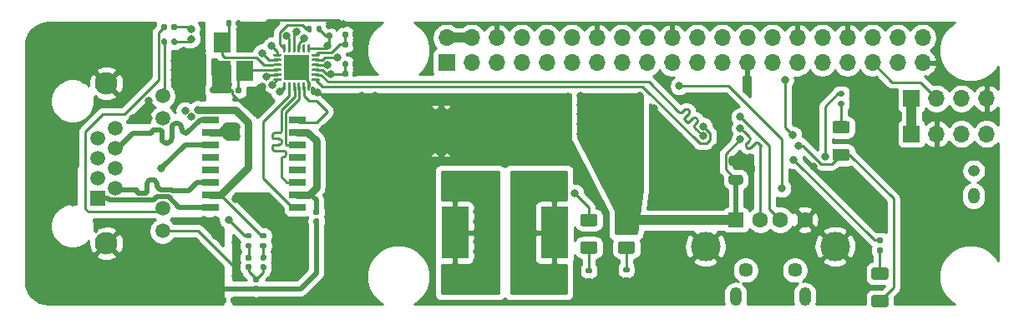
<source format=gtl>
G04 #@! TF.GenerationSoftware,KiCad,Pcbnew,(5.1.9)-1*
G04 #@! TF.CreationDate,2021-04-20T16:59:57+02:00*
G04 #@! TF.ProjectId,POE_hat_and_USB,504f455f-6861-4745-9f61-6e645f555342,1.0*
G04 #@! TF.SameCoordinates,Original*
G04 #@! TF.FileFunction,Copper,L1,Top*
G04 #@! TF.FilePolarity,Positive*
%FSLAX46Y46*%
G04 Gerber Fmt 4.6, Leading zero omitted, Abs format (unit mm)*
G04 Created by KiCad (PCBNEW (5.1.9)-1) date 2021-04-20 16:59:57*
%MOMM*%
%LPD*%
G01*
G04 APERTURE LIST*
G04 #@! TA.AperFunction,SMDPad,CuDef*
%ADD10R,1.800000X2.100000*%
G04 #@! TD*
G04 #@! TA.AperFunction,SMDPad,CuDef*
%ADD11R,1.700000X0.760000*%
G04 #@! TD*
G04 #@! TA.AperFunction,ComponentPad*
%ADD12R,1.700000X1.700000*%
G04 #@! TD*
G04 #@! TA.AperFunction,ComponentPad*
%ADD13O,1.700000X1.700000*%
G04 #@! TD*
G04 #@! TA.AperFunction,ComponentPad*
%ADD14O,1.200000X1.600000*%
G04 #@! TD*
G04 #@! TA.AperFunction,ComponentPad*
%ADD15O,1.200000X1.200000*%
G04 #@! TD*
G04 #@! TA.AperFunction,ComponentPad*
%ADD16R,1.500000X1.500000*%
G04 #@! TD*
G04 #@! TA.AperFunction,ComponentPad*
%ADD17C,1.500000*%
G04 #@! TD*
G04 #@! TA.AperFunction,ComponentPad*
%ADD18C,2.300000*%
G04 #@! TD*
G04 #@! TA.AperFunction,ComponentPad*
%ADD19C,3.000000*%
G04 #@! TD*
G04 #@! TA.AperFunction,ComponentPad*
%ADD20R,1.600000X1.500000*%
G04 #@! TD*
G04 #@! TA.AperFunction,ComponentPad*
%ADD21C,1.600000*%
G04 #@! TD*
G04 #@! TA.AperFunction,ComponentPad*
%ADD22O,1.200000X1.900000*%
G04 #@! TD*
G04 #@! TA.AperFunction,ComponentPad*
%ADD23C,1.450000*%
G04 #@! TD*
G04 #@! TA.AperFunction,SMDPad,CuDef*
%ADD24R,2.950000X4.500000*%
G04 #@! TD*
G04 #@! TA.AperFunction,ComponentPad*
%ADD25C,0.600000*%
G04 #@! TD*
G04 #@! TA.AperFunction,SMDPad,CuDef*
%ADD26R,2.600000X2.600000*%
G04 #@! TD*
G04 #@! TA.AperFunction,SMDPad,CuDef*
%ADD27R,2.800000X5.300000*%
G04 #@! TD*
G04 #@! TA.AperFunction,ViaPad*
%ADD28C,0.800000*%
G04 #@! TD*
G04 #@! TA.AperFunction,Conductor*
%ADD29C,0.250000*%
G04 #@! TD*
G04 #@! TA.AperFunction,Conductor*
%ADD30C,1.000000*%
G04 #@! TD*
G04 #@! TA.AperFunction,Conductor*
%ADD31C,0.500000*%
G04 #@! TD*
G04 #@! TA.AperFunction,Conductor*
%ADD32C,0.750000*%
G04 #@! TD*
G04 #@! TA.AperFunction,Conductor*
%ADD33C,0.254000*%
G04 #@! TD*
G04 #@! TA.AperFunction,Conductor*
%ADD34C,0.100000*%
G04 #@! TD*
G04 APERTURE END LIST*
D10*
X103182000Y-93782000D03*
X103182000Y-96682000D03*
X105482000Y-96682000D03*
X105482000Y-93782000D03*
D11*
X110800000Y-110513000D03*
X110800000Y-109243000D03*
X110800000Y-107973000D03*
X110800000Y-106703000D03*
X110800000Y-102893000D03*
X110800000Y-105433000D03*
X110800000Y-104163000D03*
X110800000Y-101623000D03*
X102000000Y-107973000D03*
X102000000Y-104163000D03*
X102000000Y-101623000D03*
X102000000Y-109243000D03*
X102000000Y-102893000D03*
X102000000Y-106703000D03*
X102000000Y-110513000D03*
X102000000Y-105433000D03*
G04 #@! TA.AperFunction,SMDPad,CuDef*
G36*
G01*
X143947000Y-116620000D02*
X144317000Y-116620000D01*
G75*
G02*
X144452000Y-116755000I0J-135000D01*
G01*
X144452000Y-117025000D01*
G75*
G02*
X144317000Y-117160000I-135000J0D01*
G01*
X143947000Y-117160000D01*
G75*
G02*
X143812000Y-117025000I0J135000D01*
G01*
X143812000Y-116755000D01*
G75*
G02*
X143947000Y-116620000I135000J0D01*
G01*
G37*
G04 #@! TD.AperFunction*
G04 #@! TA.AperFunction,SMDPad,CuDef*
G36*
G01*
X143947000Y-117640000D02*
X144317000Y-117640000D01*
G75*
G02*
X144452000Y-117775000I0J-135000D01*
G01*
X144452000Y-118045000D01*
G75*
G02*
X144317000Y-118180000I-135000J0D01*
G01*
X143947000Y-118180000D01*
G75*
G02*
X143812000Y-118045000I0J135000D01*
G01*
X143812000Y-117775000D01*
G75*
G02*
X143947000Y-117640000I135000J0D01*
G01*
G37*
G04 #@! TD.AperFunction*
D12*
X125902000Y-95838000D03*
D13*
X125902000Y-93298000D03*
X128442000Y-95838000D03*
X128442000Y-93298000D03*
X130982000Y-95838000D03*
X130982000Y-93298000D03*
X133522000Y-95838000D03*
X133522000Y-93298000D03*
X136062000Y-95838000D03*
X136062000Y-93298000D03*
X138602000Y-95838000D03*
X138602000Y-93298000D03*
X141142000Y-95838000D03*
X141142000Y-93298000D03*
X143682000Y-95838000D03*
X143682000Y-93298000D03*
X146222000Y-95838000D03*
X146222000Y-93298000D03*
X148762000Y-95838000D03*
X148762000Y-93298000D03*
X151302000Y-95838000D03*
X151302000Y-93298000D03*
X153842000Y-95838000D03*
X153842000Y-93298000D03*
X156382000Y-95838000D03*
X156382000Y-93298000D03*
X158922000Y-95838000D03*
X158922000Y-93298000D03*
X161462000Y-95838000D03*
X161462000Y-93298000D03*
X164002000Y-95838000D03*
X164002000Y-93298000D03*
X166542000Y-95838000D03*
X166542000Y-93298000D03*
X169082000Y-95838000D03*
X169082000Y-93298000D03*
X171622000Y-95838000D03*
X171622000Y-93298000D03*
X174162000Y-95838000D03*
X174162000Y-93298000D03*
G04 #@! TA.AperFunction,SMDPad,CuDef*
G36*
G01*
X155707000Y-108218000D02*
X154757000Y-108218000D01*
G75*
G02*
X154507000Y-107968000I0J250000D01*
G01*
X154507000Y-107468000D01*
G75*
G02*
X154757000Y-107218000I250000J0D01*
G01*
X155707000Y-107218000D01*
G75*
G02*
X155957000Y-107468000I0J-250000D01*
G01*
X155957000Y-107968000D01*
G75*
G02*
X155707000Y-108218000I-250000J0D01*
G01*
G37*
G04 #@! TD.AperFunction*
G04 #@! TA.AperFunction,SMDPad,CuDef*
G36*
G01*
X155707000Y-106318000D02*
X154757000Y-106318000D01*
G75*
G02*
X154507000Y-106068000I0J250000D01*
G01*
X154507000Y-105568000D01*
G75*
G02*
X154757000Y-105318000I250000J0D01*
G01*
X155707000Y-105318000D01*
G75*
G02*
X155957000Y-105568000I0J-250000D01*
G01*
X155957000Y-106068000D01*
G75*
G02*
X155707000Y-106318000I-250000J0D01*
G01*
G37*
G04 #@! TD.AperFunction*
G04 #@! TA.AperFunction,SMDPad,CuDef*
G36*
G01*
X140957000Y-112457000D02*
X139707000Y-112457000D01*
G75*
G02*
X139457000Y-112207000I0J250000D01*
G01*
X139457000Y-111457000D01*
G75*
G02*
X139707000Y-111207000I250000J0D01*
G01*
X140957000Y-111207000D01*
G75*
G02*
X141207000Y-111457000I0J-250000D01*
G01*
X141207000Y-112207000D01*
G75*
G02*
X140957000Y-112457000I-250000J0D01*
G01*
G37*
G04 #@! TD.AperFunction*
G04 #@! TA.AperFunction,SMDPad,CuDef*
G36*
G01*
X140957000Y-115257000D02*
X139707000Y-115257000D01*
G75*
G02*
X139457000Y-115007000I0J250000D01*
G01*
X139457000Y-114257000D01*
G75*
G02*
X139707000Y-114007000I250000J0D01*
G01*
X140957000Y-114007000D01*
G75*
G02*
X141207000Y-114257000I0J-250000D01*
G01*
X141207000Y-115007000D01*
G75*
G02*
X140957000Y-115257000I-250000J0D01*
G01*
G37*
G04 #@! TD.AperFunction*
G04 #@! TA.AperFunction,SMDPad,CuDef*
G36*
G01*
X144757000Y-115257000D02*
X143507000Y-115257000D01*
G75*
G02*
X143257000Y-115007000I0J250000D01*
G01*
X143257000Y-114257000D01*
G75*
G02*
X143507000Y-114007000I250000J0D01*
G01*
X144757000Y-114007000D01*
G75*
G02*
X145007000Y-114257000I0J-250000D01*
G01*
X145007000Y-115007000D01*
G75*
G02*
X144757000Y-115257000I-250000J0D01*
G01*
G37*
G04 #@! TD.AperFunction*
G04 #@! TA.AperFunction,SMDPad,CuDef*
G36*
G01*
X144757000Y-112457000D02*
X143507000Y-112457000D01*
G75*
G02*
X143257000Y-112207000I0J250000D01*
G01*
X143257000Y-111457000D01*
G75*
G02*
X143507000Y-111207000I250000J0D01*
G01*
X144757000Y-111207000D01*
G75*
G02*
X145007000Y-111457000I0J-250000D01*
G01*
X145007000Y-112207000D01*
G75*
G02*
X144757000Y-112457000I-250000J0D01*
G01*
G37*
G04 #@! TD.AperFunction*
D14*
X179332000Y-109368000D03*
D15*
X179332000Y-106828000D03*
G04 #@! TA.AperFunction,SMDPad,CuDef*
G36*
G01*
X165275000Y-101775000D02*
X166525000Y-101775000D01*
G75*
G02*
X166775000Y-102025000I0J-250000D01*
G01*
X166775000Y-102775000D01*
G75*
G02*
X166525000Y-103025000I-250000J0D01*
G01*
X165275000Y-103025000D01*
G75*
G02*
X165025000Y-102775000I0J250000D01*
G01*
X165025000Y-102025000D01*
G75*
G02*
X165275000Y-101775000I250000J0D01*
G01*
G37*
G04 #@! TD.AperFunction*
G04 #@! TA.AperFunction,SMDPad,CuDef*
G36*
G01*
X165275000Y-104575000D02*
X166525000Y-104575000D01*
G75*
G02*
X166775000Y-104825000I0J-250000D01*
G01*
X166775000Y-105575000D01*
G75*
G02*
X166525000Y-105825000I-250000J0D01*
G01*
X165275000Y-105825000D01*
G75*
G02*
X165025000Y-105575000I0J250000D01*
G01*
X165025000Y-104825000D01*
G75*
G02*
X165275000Y-104575000I250000J0D01*
G01*
G37*
G04 #@! TD.AperFunction*
G04 #@! TA.AperFunction,SMDPad,CuDef*
G36*
G01*
X169207000Y-119443000D02*
X170457000Y-119443000D01*
G75*
G02*
X170707000Y-119693000I0J-250000D01*
G01*
X170707000Y-120443000D01*
G75*
G02*
X170457000Y-120693000I-250000J0D01*
G01*
X169207000Y-120693000D01*
G75*
G02*
X168957000Y-120443000I0J250000D01*
G01*
X168957000Y-119693000D01*
G75*
G02*
X169207000Y-119443000I250000J0D01*
G01*
G37*
G04 #@! TD.AperFunction*
G04 #@! TA.AperFunction,SMDPad,CuDef*
G36*
G01*
X169207000Y-116643000D02*
X170457000Y-116643000D01*
G75*
G02*
X170707000Y-116893000I0J-250000D01*
G01*
X170707000Y-117643000D01*
G75*
G02*
X170457000Y-117893000I-250000J0D01*
G01*
X169207000Y-117893000D01*
G75*
G02*
X168957000Y-117643000I0J250000D01*
G01*
X168957000Y-116893000D01*
G75*
G02*
X169207000Y-116643000I250000J0D01*
G01*
G37*
G04 #@! TD.AperFunction*
D16*
X90532000Y-109628000D03*
D17*
X90532000Y-107596000D03*
X90532000Y-105564000D03*
X90532000Y-103532000D03*
X92312000Y-108612000D03*
X92312000Y-106580000D03*
X92312000Y-104548000D03*
X92312000Y-102516000D03*
D18*
X91422000Y-97938000D03*
X91422000Y-114198000D03*
D17*
X97132000Y-112928000D03*
X97132000Y-110638000D03*
X97132000Y-101498000D03*
X97132000Y-99208000D03*
D13*
X180652000Y-103068000D03*
X178112000Y-103068000D03*
X175572000Y-103068000D03*
D12*
X173032000Y-103068000D03*
X173032000Y-99468000D03*
D13*
X175572000Y-99468000D03*
X178112000Y-99468000D03*
X180652000Y-99468000D03*
D19*
X152150000Y-114508000D03*
X165290000Y-114508000D03*
D20*
X155220000Y-111798000D03*
D21*
X157720000Y-111798000D03*
X159720000Y-111798000D03*
X162220000Y-111798000D03*
D22*
X155220000Y-119616296D03*
X162220000Y-119616296D03*
D23*
X156220000Y-116916296D03*
X161220000Y-116916296D03*
D24*
X125332000Y-102768000D03*
D25*
X124732000Y-104568000D03*
X124732000Y-103368000D03*
X125932000Y-103368000D03*
X125932000Y-104568000D03*
X124732000Y-100968000D03*
X124732000Y-102068000D03*
X125932000Y-102068000D03*
X125932000Y-100968000D03*
D26*
X110700000Y-96300000D03*
G04 #@! TA.AperFunction,SMDPad,CuDef*
G36*
G01*
X109112500Y-97675000D02*
X108412500Y-97675000D01*
G75*
G02*
X108350000Y-97612500I0J62500D01*
G01*
X108350000Y-97487500D01*
G75*
G02*
X108412500Y-97425000I62500J0D01*
G01*
X109112500Y-97425000D01*
G75*
G02*
X109175000Y-97487500I0J-62500D01*
G01*
X109175000Y-97612500D01*
G75*
G02*
X109112500Y-97675000I-62500J0D01*
G01*
G37*
G04 #@! TD.AperFunction*
G04 #@! TA.AperFunction,SMDPad,CuDef*
G36*
G01*
X109112500Y-97175000D02*
X108412500Y-97175000D01*
G75*
G02*
X108350000Y-97112500I0J62500D01*
G01*
X108350000Y-96987500D01*
G75*
G02*
X108412500Y-96925000I62500J0D01*
G01*
X109112500Y-96925000D01*
G75*
G02*
X109175000Y-96987500I0J-62500D01*
G01*
X109175000Y-97112500D01*
G75*
G02*
X109112500Y-97175000I-62500J0D01*
G01*
G37*
G04 #@! TD.AperFunction*
G04 #@! TA.AperFunction,SMDPad,CuDef*
G36*
G01*
X109112500Y-96675000D02*
X108412500Y-96675000D01*
G75*
G02*
X108350000Y-96612500I0J62500D01*
G01*
X108350000Y-96487500D01*
G75*
G02*
X108412500Y-96425000I62500J0D01*
G01*
X109112500Y-96425000D01*
G75*
G02*
X109175000Y-96487500I0J-62500D01*
G01*
X109175000Y-96612500D01*
G75*
G02*
X109112500Y-96675000I-62500J0D01*
G01*
G37*
G04 #@! TD.AperFunction*
G04 #@! TA.AperFunction,SMDPad,CuDef*
G36*
G01*
X109112500Y-96175000D02*
X108412500Y-96175000D01*
G75*
G02*
X108350000Y-96112500I0J62500D01*
G01*
X108350000Y-95987500D01*
G75*
G02*
X108412500Y-95925000I62500J0D01*
G01*
X109112500Y-95925000D01*
G75*
G02*
X109175000Y-95987500I0J-62500D01*
G01*
X109175000Y-96112500D01*
G75*
G02*
X109112500Y-96175000I-62500J0D01*
G01*
G37*
G04 #@! TD.AperFunction*
G04 #@! TA.AperFunction,SMDPad,CuDef*
G36*
G01*
X109112500Y-95675000D02*
X108412500Y-95675000D01*
G75*
G02*
X108350000Y-95612500I0J62500D01*
G01*
X108350000Y-95487500D01*
G75*
G02*
X108412500Y-95425000I62500J0D01*
G01*
X109112500Y-95425000D01*
G75*
G02*
X109175000Y-95487500I0J-62500D01*
G01*
X109175000Y-95612500D01*
G75*
G02*
X109112500Y-95675000I-62500J0D01*
G01*
G37*
G04 #@! TD.AperFunction*
G04 #@! TA.AperFunction,SMDPad,CuDef*
G36*
G01*
X109112500Y-95175000D02*
X108412500Y-95175000D01*
G75*
G02*
X108350000Y-95112500I0J62500D01*
G01*
X108350000Y-94987500D01*
G75*
G02*
X108412500Y-94925000I62500J0D01*
G01*
X109112500Y-94925000D01*
G75*
G02*
X109175000Y-94987500I0J-62500D01*
G01*
X109175000Y-95112500D01*
G75*
G02*
X109112500Y-95175000I-62500J0D01*
G01*
G37*
G04 #@! TD.AperFunction*
G04 #@! TA.AperFunction,SMDPad,CuDef*
G36*
G01*
X109512500Y-94775000D02*
X109387500Y-94775000D01*
G75*
G02*
X109325000Y-94712500I0J62500D01*
G01*
X109325000Y-94012500D01*
G75*
G02*
X109387500Y-93950000I62500J0D01*
G01*
X109512500Y-93950000D01*
G75*
G02*
X109575000Y-94012500I0J-62500D01*
G01*
X109575000Y-94712500D01*
G75*
G02*
X109512500Y-94775000I-62500J0D01*
G01*
G37*
G04 #@! TD.AperFunction*
G04 #@! TA.AperFunction,SMDPad,CuDef*
G36*
G01*
X110012500Y-94775000D02*
X109887500Y-94775000D01*
G75*
G02*
X109825000Y-94712500I0J62500D01*
G01*
X109825000Y-94012500D01*
G75*
G02*
X109887500Y-93950000I62500J0D01*
G01*
X110012500Y-93950000D01*
G75*
G02*
X110075000Y-94012500I0J-62500D01*
G01*
X110075000Y-94712500D01*
G75*
G02*
X110012500Y-94775000I-62500J0D01*
G01*
G37*
G04 #@! TD.AperFunction*
G04 #@! TA.AperFunction,SMDPad,CuDef*
G36*
G01*
X110512500Y-94775000D02*
X110387500Y-94775000D01*
G75*
G02*
X110325000Y-94712500I0J62500D01*
G01*
X110325000Y-94012500D01*
G75*
G02*
X110387500Y-93950000I62500J0D01*
G01*
X110512500Y-93950000D01*
G75*
G02*
X110575000Y-94012500I0J-62500D01*
G01*
X110575000Y-94712500D01*
G75*
G02*
X110512500Y-94775000I-62500J0D01*
G01*
G37*
G04 #@! TD.AperFunction*
G04 #@! TA.AperFunction,SMDPad,CuDef*
G36*
G01*
X111012500Y-94775000D02*
X110887500Y-94775000D01*
G75*
G02*
X110825000Y-94712500I0J62500D01*
G01*
X110825000Y-94012500D01*
G75*
G02*
X110887500Y-93950000I62500J0D01*
G01*
X111012500Y-93950000D01*
G75*
G02*
X111075000Y-94012500I0J-62500D01*
G01*
X111075000Y-94712500D01*
G75*
G02*
X111012500Y-94775000I-62500J0D01*
G01*
G37*
G04 #@! TD.AperFunction*
G04 #@! TA.AperFunction,SMDPad,CuDef*
G36*
G01*
X111512500Y-94775000D02*
X111387500Y-94775000D01*
G75*
G02*
X111325000Y-94712500I0J62500D01*
G01*
X111325000Y-94012500D01*
G75*
G02*
X111387500Y-93950000I62500J0D01*
G01*
X111512500Y-93950000D01*
G75*
G02*
X111575000Y-94012500I0J-62500D01*
G01*
X111575000Y-94712500D01*
G75*
G02*
X111512500Y-94775000I-62500J0D01*
G01*
G37*
G04 #@! TD.AperFunction*
G04 #@! TA.AperFunction,SMDPad,CuDef*
G36*
G01*
X112012500Y-94775000D02*
X111887500Y-94775000D01*
G75*
G02*
X111825000Y-94712500I0J62500D01*
G01*
X111825000Y-94012500D01*
G75*
G02*
X111887500Y-93950000I62500J0D01*
G01*
X112012500Y-93950000D01*
G75*
G02*
X112075000Y-94012500I0J-62500D01*
G01*
X112075000Y-94712500D01*
G75*
G02*
X112012500Y-94775000I-62500J0D01*
G01*
G37*
G04 #@! TD.AperFunction*
G04 #@! TA.AperFunction,SMDPad,CuDef*
G36*
G01*
X112987500Y-95175000D02*
X112287500Y-95175000D01*
G75*
G02*
X112225000Y-95112500I0J62500D01*
G01*
X112225000Y-94987500D01*
G75*
G02*
X112287500Y-94925000I62500J0D01*
G01*
X112987500Y-94925000D01*
G75*
G02*
X113050000Y-94987500I0J-62500D01*
G01*
X113050000Y-95112500D01*
G75*
G02*
X112987500Y-95175000I-62500J0D01*
G01*
G37*
G04 #@! TD.AperFunction*
G04 #@! TA.AperFunction,SMDPad,CuDef*
G36*
G01*
X112987500Y-95675000D02*
X112287500Y-95675000D01*
G75*
G02*
X112225000Y-95612500I0J62500D01*
G01*
X112225000Y-95487500D01*
G75*
G02*
X112287500Y-95425000I62500J0D01*
G01*
X112987500Y-95425000D01*
G75*
G02*
X113050000Y-95487500I0J-62500D01*
G01*
X113050000Y-95612500D01*
G75*
G02*
X112987500Y-95675000I-62500J0D01*
G01*
G37*
G04 #@! TD.AperFunction*
G04 #@! TA.AperFunction,SMDPad,CuDef*
G36*
G01*
X112987500Y-96175000D02*
X112287500Y-96175000D01*
G75*
G02*
X112225000Y-96112500I0J62500D01*
G01*
X112225000Y-95987500D01*
G75*
G02*
X112287500Y-95925000I62500J0D01*
G01*
X112987500Y-95925000D01*
G75*
G02*
X113050000Y-95987500I0J-62500D01*
G01*
X113050000Y-96112500D01*
G75*
G02*
X112987500Y-96175000I-62500J0D01*
G01*
G37*
G04 #@! TD.AperFunction*
G04 #@! TA.AperFunction,SMDPad,CuDef*
G36*
G01*
X112987500Y-96675000D02*
X112287500Y-96675000D01*
G75*
G02*
X112225000Y-96612500I0J62500D01*
G01*
X112225000Y-96487500D01*
G75*
G02*
X112287500Y-96425000I62500J0D01*
G01*
X112987500Y-96425000D01*
G75*
G02*
X113050000Y-96487500I0J-62500D01*
G01*
X113050000Y-96612500D01*
G75*
G02*
X112987500Y-96675000I-62500J0D01*
G01*
G37*
G04 #@! TD.AperFunction*
G04 #@! TA.AperFunction,SMDPad,CuDef*
G36*
G01*
X112987500Y-97175000D02*
X112287500Y-97175000D01*
G75*
G02*
X112225000Y-97112500I0J62500D01*
G01*
X112225000Y-96987500D01*
G75*
G02*
X112287500Y-96925000I62500J0D01*
G01*
X112987500Y-96925000D01*
G75*
G02*
X113050000Y-96987500I0J-62500D01*
G01*
X113050000Y-97112500D01*
G75*
G02*
X112987500Y-97175000I-62500J0D01*
G01*
G37*
G04 #@! TD.AperFunction*
G04 #@! TA.AperFunction,SMDPad,CuDef*
G36*
G01*
X112987500Y-97675000D02*
X112287500Y-97675000D01*
G75*
G02*
X112225000Y-97612500I0J62500D01*
G01*
X112225000Y-97487500D01*
G75*
G02*
X112287500Y-97425000I62500J0D01*
G01*
X112987500Y-97425000D01*
G75*
G02*
X113050000Y-97487500I0J-62500D01*
G01*
X113050000Y-97612500D01*
G75*
G02*
X112987500Y-97675000I-62500J0D01*
G01*
G37*
G04 #@! TD.AperFunction*
G04 #@! TA.AperFunction,SMDPad,CuDef*
G36*
G01*
X112012500Y-98650000D02*
X111887500Y-98650000D01*
G75*
G02*
X111825000Y-98587500I0J62500D01*
G01*
X111825000Y-97887500D01*
G75*
G02*
X111887500Y-97825000I62500J0D01*
G01*
X112012500Y-97825000D01*
G75*
G02*
X112075000Y-97887500I0J-62500D01*
G01*
X112075000Y-98587500D01*
G75*
G02*
X112012500Y-98650000I-62500J0D01*
G01*
G37*
G04 #@! TD.AperFunction*
G04 #@! TA.AperFunction,SMDPad,CuDef*
G36*
G01*
X111512500Y-98650000D02*
X111387500Y-98650000D01*
G75*
G02*
X111325000Y-98587500I0J62500D01*
G01*
X111325000Y-97887500D01*
G75*
G02*
X111387500Y-97825000I62500J0D01*
G01*
X111512500Y-97825000D01*
G75*
G02*
X111575000Y-97887500I0J-62500D01*
G01*
X111575000Y-98587500D01*
G75*
G02*
X111512500Y-98650000I-62500J0D01*
G01*
G37*
G04 #@! TD.AperFunction*
G04 #@! TA.AperFunction,SMDPad,CuDef*
G36*
G01*
X111012500Y-98650000D02*
X110887500Y-98650000D01*
G75*
G02*
X110825000Y-98587500I0J62500D01*
G01*
X110825000Y-97887500D01*
G75*
G02*
X110887500Y-97825000I62500J0D01*
G01*
X111012500Y-97825000D01*
G75*
G02*
X111075000Y-97887500I0J-62500D01*
G01*
X111075000Y-98587500D01*
G75*
G02*
X111012500Y-98650000I-62500J0D01*
G01*
G37*
G04 #@! TD.AperFunction*
G04 #@! TA.AperFunction,SMDPad,CuDef*
G36*
G01*
X110512500Y-98650000D02*
X110387500Y-98650000D01*
G75*
G02*
X110325000Y-98587500I0J62500D01*
G01*
X110325000Y-97887500D01*
G75*
G02*
X110387500Y-97825000I62500J0D01*
G01*
X110512500Y-97825000D01*
G75*
G02*
X110575000Y-97887500I0J-62500D01*
G01*
X110575000Y-98587500D01*
G75*
G02*
X110512500Y-98650000I-62500J0D01*
G01*
G37*
G04 #@! TD.AperFunction*
G04 #@! TA.AperFunction,SMDPad,CuDef*
G36*
G01*
X110012500Y-98650000D02*
X109887500Y-98650000D01*
G75*
G02*
X109825000Y-98587500I0J62500D01*
G01*
X109825000Y-97887500D01*
G75*
G02*
X109887500Y-97825000I62500J0D01*
G01*
X110012500Y-97825000D01*
G75*
G02*
X110075000Y-97887500I0J-62500D01*
G01*
X110075000Y-98587500D01*
G75*
G02*
X110012500Y-98650000I-62500J0D01*
G01*
G37*
G04 #@! TD.AperFunction*
G04 #@! TA.AperFunction,SMDPad,CuDef*
G36*
G01*
X109512500Y-98650000D02*
X109387500Y-98650000D01*
G75*
G02*
X109325000Y-98587500I0J62500D01*
G01*
X109325000Y-97887500D01*
G75*
G02*
X109387500Y-97825000I62500J0D01*
G01*
X109512500Y-97825000D01*
G75*
G02*
X109575000Y-97887500I0J-62500D01*
G01*
X109575000Y-98587500D01*
G75*
G02*
X109512500Y-98650000I-62500J0D01*
G01*
G37*
G04 #@! TD.AperFunction*
G04 #@! TA.AperFunction,SMDPad,CuDef*
G36*
G01*
X105662000Y-115372000D02*
X106002000Y-115372000D01*
G75*
G02*
X106142000Y-115512000I0J-140000D01*
G01*
X106142000Y-115792000D01*
G75*
G02*
X106002000Y-115932000I-140000J0D01*
G01*
X105662000Y-115932000D01*
G75*
G02*
X105522000Y-115792000I0J140000D01*
G01*
X105522000Y-115512000D01*
G75*
G02*
X105662000Y-115372000I140000J0D01*
G01*
G37*
G04 #@! TD.AperFunction*
G04 #@! TA.AperFunction,SMDPad,CuDef*
G36*
G01*
X105662000Y-116332000D02*
X106002000Y-116332000D01*
G75*
G02*
X106142000Y-116472000I0J-140000D01*
G01*
X106142000Y-116752000D01*
G75*
G02*
X106002000Y-116892000I-140000J0D01*
G01*
X105662000Y-116892000D01*
G75*
G02*
X105522000Y-116752000I0J140000D01*
G01*
X105522000Y-116472000D01*
G75*
G02*
X105662000Y-116332000I140000J0D01*
G01*
G37*
G04 #@! TD.AperFunction*
G04 #@! TA.AperFunction,SMDPad,CuDef*
G36*
G01*
X106430000Y-118532000D02*
X106770000Y-118532000D01*
G75*
G02*
X106910000Y-118672000I0J-140000D01*
G01*
X106910000Y-118952000D01*
G75*
G02*
X106770000Y-119092000I-140000J0D01*
G01*
X106430000Y-119092000D01*
G75*
G02*
X106290000Y-118952000I0J140000D01*
G01*
X106290000Y-118672000D01*
G75*
G02*
X106430000Y-118532000I140000J0D01*
G01*
G37*
G04 #@! TD.AperFunction*
G04 #@! TA.AperFunction,SMDPad,CuDef*
G36*
G01*
X106430000Y-117572000D02*
X106770000Y-117572000D01*
G75*
G02*
X106910000Y-117712000I0J-140000D01*
G01*
X106910000Y-117992000D01*
G75*
G02*
X106770000Y-118132000I-140000J0D01*
G01*
X106430000Y-118132000D01*
G75*
G02*
X106290000Y-117992000I0J140000D01*
G01*
X106290000Y-117712000D01*
G75*
G02*
X106430000Y-117572000I140000J0D01*
G01*
G37*
G04 #@! TD.AperFunction*
G04 #@! TA.AperFunction,SMDPad,CuDef*
G36*
G01*
X107162000Y-116332000D02*
X107502000Y-116332000D01*
G75*
G02*
X107642000Y-116472000I0J-140000D01*
G01*
X107642000Y-116752000D01*
G75*
G02*
X107502000Y-116892000I-140000J0D01*
G01*
X107162000Y-116892000D01*
G75*
G02*
X107022000Y-116752000I0J140000D01*
G01*
X107022000Y-116472000D01*
G75*
G02*
X107162000Y-116332000I140000J0D01*
G01*
G37*
G04 #@! TD.AperFunction*
G04 #@! TA.AperFunction,SMDPad,CuDef*
G36*
G01*
X107162000Y-115372000D02*
X107502000Y-115372000D01*
G75*
G02*
X107642000Y-115512000I0J-140000D01*
G01*
X107642000Y-115792000D01*
G75*
G02*
X107502000Y-115932000I-140000J0D01*
G01*
X107162000Y-115932000D01*
G75*
G02*
X107022000Y-115792000I0J140000D01*
G01*
X107022000Y-115512000D01*
G75*
G02*
X107162000Y-115372000I140000J0D01*
G01*
G37*
G04 #@! TD.AperFunction*
G04 #@! TA.AperFunction,SMDPad,CuDef*
G36*
G01*
X104000000Y-120170000D02*
X104000000Y-119830000D01*
G75*
G02*
X104140000Y-119690000I140000J0D01*
G01*
X104420000Y-119690000D01*
G75*
G02*
X104560000Y-119830000I0J-140000D01*
G01*
X104560000Y-120170000D01*
G75*
G02*
X104420000Y-120310000I-140000J0D01*
G01*
X104140000Y-120310000D01*
G75*
G02*
X104000000Y-120170000I0J140000D01*
G01*
G37*
G04 #@! TD.AperFunction*
G04 #@! TA.AperFunction,SMDPad,CuDef*
G36*
G01*
X103040000Y-120170000D02*
X103040000Y-119830000D01*
G75*
G02*
X103180000Y-119690000I140000J0D01*
G01*
X103460000Y-119690000D01*
G75*
G02*
X103600000Y-119830000I0J-140000D01*
G01*
X103600000Y-120170000D01*
G75*
G02*
X103460000Y-120310000I-140000J0D01*
G01*
X103180000Y-120310000D01*
G75*
G02*
X103040000Y-120170000I0J140000D01*
G01*
G37*
G04 #@! TD.AperFunction*
G04 #@! TA.AperFunction,SMDPad,CuDef*
G36*
G01*
X112530000Y-110720000D02*
X112870000Y-110720000D01*
G75*
G02*
X113010000Y-110860000I0J-140000D01*
G01*
X113010000Y-111140000D01*
G75*
G02*
X112870000Y-111280000I-140000J0D01*
G01*
X112530000Y-111280000D01*
G75*
G02*
X112390000Y-111140000I0J140000D01*
G01*
X112390000Y-110860000D01*
G75*
G02*
X112530000Y-110720000I140000J0D01*
G01*
G37*
G04 #@! TD.AperFunction*
G04 #@! TA.AperFunction,SMDPad,CuDef*
G36*
G01*
X112530000Y-111680000D02*
X112870000Y-111680000D01*
G75*
G02*
X113010000Y-111820000I0J-140000D01*
G01*
X113010000Y-112100000D01*
G75*
G02*
X112870000Y-112240000I-140000J0D01*
G01*
X112530000Y-112240000D01*
G75*
G02*
X112390000Y-112100000I0J140000D01*
G01*
X112390000Y-111820000D01*
G75*
G02*
X112530000Y-111680000I140000J0D01*
G01*
G37*
G04 #@! TD.AperFunction*
G04 #@! TA.AperFunction,SMDPad,CuDef*
G36*
G01*
X101900000Y-98770000D02*
X101900000Y-98430000D01*
G75*
G02*
X102040000Y-98290000I140000J0D01*
G01*
X102320000Y-98290000D01*
G75*
G02*
X102460000Y-98430000I0J-140000D01*
G01*
X102460000Y-98770000D01*
G75*
G02*
X102320000Y-98910000I-140000J0D01*
G01*
X102040000Y-98910000D01*
G75*
G02*
X101900000Y-98770000I0J140000D01*
G01*
G37*
G04 #@! TD.AperFunction*
G04 #@! TA.AperFunction,SMDPad,CuDef*
G36*
G01*
X100940000Y-98770000D02*
X100940000Y-98430000D01*
G75*
G02*
X101080000Y-98290000I140000J0D01*
G01*
X101360000Y-98290000D01*
G75*
G02*
X101500000Y-98430000I0J-140000D01*
G01*
X101500000Y-98770000D01*
G75*
G02*
X101360000Y-98910000I-140000J0D01*
G01*
X101080000Y-98910000D01*
G75*
G02*
X100940000Y-98770000I0J140000D01*
G01*
G37*
G04 #@! TD.AperFunction*
G04 #@! TA.AperFunction,SMDPad,CuDef*
G36*
G01*
X115372000Y-96138000D02*
X115372000Y-95798000D01*
G75*
G02*
X115512000Y-95658000I140000J0D01*
G01*
X115792000Y-95658000D01*
G75*
G02*
X115932000Y-95798000I0J-140000D01*
G01*
X115932000Y-96138000D01*
G75*
G02*
X115792000Y-96278000I-140000J0D01*
G01*
X115512000Y-96278000D01*
G75*
G02*
X115372000Y-96138000I0J140000D01*
G01*
G37*
G04 #@! TD.AperFunction*
G04 #@! TA.AperFunction,SMDPad,CuDef*
G36*
G01*
X116332000Y-96138000D02*
X116332000Y-95798000D01*
G75*
G02*
X116472000Y-95658000I140000J0D01*
G01*
X116752000Y-95658000D01*
G75*
G02*
X116892000Y-95798000I0J-140000D01*
G01*
X116892000Y-96138000D01*
G75*
G02*
X116752000Y-96278000I-140000J0D01*
G01*
X116472000Y-96278000D01*
G75*
G02*
X116332000Y-96138000I0J140000D01*
G01*
G37*
G04 #@! TD.AperFunction*
G04 #@! TA.AperFunction,SMDPad,CuDef*
G36*
G01*
X115372000Y-97138000D02*
X115372000Y-96798000D01*
G75*
G02*
X115512000Y-96658000I140000J0D01*
G01*
X115792000Y-96658000D01*
G75*
G02*
X115932000Y-96798000I0J-140000D01*
G01*
X115932000Y-97138000D01*
G75*
G02*
X115792000Y-97278000I-140000J0D01*
G01*
X115512000Y-97278000D01*
G75*
G02*
X115372000Y-97138000I0J140000D01*
G01*
G37*
G04 #@! TD.AperFunction*
G04 #@! TA.AperFunction,SMDPad,CuDef*
G36*
G01*
X116332000Y-97138000D02*
X116332000Y-96798000D01*
G75*
G02*
X116472000Y-96658000I140000J0D01*
G01*
X116752000Y-96658000D01*
G75*
G02*
X116892000Y-96798000I0J-140000D01*
G01*
X116892000Y-97138000D01*
G75*
G02*
X116752000Y-97278000I-140000J0D01*
G01*
X116472000Y-97278000D01*
G75*
G02*
X116332000Y-97138000I0J140000D01*
G01*
G37*
G04 #@! TD.AperFunction*
G04 #@! TA.AperFunction,SMDPad,CuDef*
G36*
G01*
X114170000Y-92400000D02*
X113830000Y-92400000D01*
G75*
G02*
X113690000Y-92260000I0J140000D01*
G01*
X113690000Y-91980000D01*
G75*
G02*
X113830000Y-91840000I140000J0D01*
G01*
X114170000Y-91840000D01*
G75*
G02*
X114310000Y-91980000I0J-140000D01*
G01*
X114310000Y-92260000D01*
G75*
G02*
X114170000Y-92400000I-140000J0D01*
G01*
G37*
G04 #@! TD.AperFunction*
G04 #@! TA.AperFunction,SMDPad,CuDef*
G36*
G01*
X114170000Y-93360000D02*
X113830000Y-93360000D01*
G75*
G02*
X113690000Y-93220000I0J140000D01*
G01*
X113690000Y-92940000D01*
G75*
G02*
X113830000Y-92800000I140000J0D01*
G01*
X114170000Y-92800000D01*
G75*
G02*
X114310000Y-92940000I0J-140000D01*
G01*
X114310000Y-93220000D01*
G75*
G02*
X114170000Y-93360000I-140000J0D01*
G01*
G37*
G04 #@! TD.AperFunction*
G04 #@! TA.AperFunction,SMDPad,CuDef*
G36*
G01*
X115372000Y-94142000D02*
X115372000Y-93802000D01*
G75*
G02*
X115512000Y-93662000I140000J0D01*
G01*
X115792000Y-93662000D01*
G75*
G02*
X115932000Y-93802000I0J-140000D01*
G01*
X115932000Y-94142000D01*
G75*
G02*
X115792000Y-94282000I-140000J0D01*
G01*
X115512000Y-94282000D01*
G75*
G02*
X115372000Y-94142000I0J140000D01*
G01*
G37*
G04 #@! TD.AperFunction*
G04 #@! TA.AperFunction,SMDPad,CuDef*
G36*
G01*
X116332000Y-94142000D02*
X116332000Y-93802000D01*
G75*
G02*
X116472000Y-93662000I140000J0D01*
G01*
X116752000Y-93662000D01*
G75*
G02*
X116892000Y-93802000I0J-140000D01*
G01*
X116892000Y-94142000D01*
G75*
G02*
X116752000Y-94282000I-140000J0D01*
G01*
X116472000Y-94282000D01*
G75*
G02*
X116332000Y-94142000I0J140000D01*
G01*
G37*
G04 #@! TD.AperFunction*
G04 #@! TA.AperFunction,SMDPad,CuDef*
G36*
G01*
X115372000Y-93142000D02*
X115372000Y-92802000D01*
G75*
G02*
X115512000Y-92662000I140000J0D01*
G01*
X115792000Y-92662000D01*
G75*
G02*
X115932000Y-92802000I0J-140000D01*
G01*
X115932000Y-93142000D01*
G75*
G02*
X115792000Y-93282000I-140000J0D01*
G01*
X115512000Y-93282000D01*
G75*
G02*
X115372000Y-93142000I0J140000D01*
G01*
G37*
G04 #@! TD.AperFunction*
G04 #@! TA.AperFunction,SMDPad,CuDef*
G36*
G01*
X116332000Y-93142000D02*
X116332000Y-92802000D01*
G75*
G02*
X116472000Y-92662000I140000J0D01*
G01*
X116752000Y-92662000D01*
G75*
G02*
X116892000Y-92802000I0J-140000D01*
G01*
X116892000Y-93142000D01*
G75*
G02*
X116752000Y-93282000I-140000J0D01*
G01*
X116472000Y-93282000D01*
G75*
G02*
X116332000Y-93142000I0J140000D01*
G01*
G37*
G04 #@! TD.AperFunction*
G04 #@! TA.AperFunction,SMDPad,CuDef*
G36*
G01*
X104532000Y-92002000D02*
X104532000Y-91662000D01*
G75*
G02*
X104672000Y-91522000I140000J0D01*
G01*
X104952000Y-91522000D01*
G75*
G02*
X105092000Y-91662000I0J-140000D01*
G01*
X105092000Y-92002000D01*
G75*
G02*
X104952000Y-92142000I-140000J0D01*
G01*
X104672000Y-92142000D01*
G75*
G02*
X104532000Y-92002000I0J140000D01*
G01*
G37*
G04 #@! TD.AperFunction*
G04 #@! TA.AperFunction,SMDPad,CuDef*
G36*
G01*
X103572000Y-92002000D02*
X103572000Y-91662000D01*
G75*
G02*
X103712000Y-91522000I140000J0D01*
G01*
X103992000Y-91522000D01*
G75*
G02*
X104132000Y-91662000I0J-140000D01*
G01*
X104132000Y-92002000D01*
G75*
G02*
X103992000Y-92142000I-140000J0D01*
G01*
X103712000Y-92142000D01*
G75*
G02*
X103572000Y-92002000I0J140000D01*
G01*
G37*
G04 #@! TD.AperFunction*
G04 #@! TA.AperFunction,SMDPad,CuDef*
G36*
G01*
X104132000Y-98462000D02*
X104132000Y-98802000D01*
G75*
G02*
X103992000Y-98942000I-140000J0D01*
G01*
X103712000Y-98942000D01*
G75*
G02*
X103572000Y-98802000I0J140000D01*
G01*
X103572000Y-98462000D01*
G75*
G02*
X103712000Y-98322000I140000J0D01*
G01*
X103992000Y-98322000D01*
G75*
G02*
X104132000Y-98462000I0J-140000D01*
G01*
G37*
G04 #@! TD.AperFunction*
G04 #@! TA.AperFunction,SMDPad,CuDef*
G36*
G01*
X105092000Y-98462000D02*
X105092000Y-98802000D01*
G75*
G02*
X104952000Y-98942000I-140000J0D01*
G01*
X104672000Y-98942000D01*
G75*
G02*
X104532000Y-98802000I0J140000D01*
G01*
X104532000Y-98462000D01*
G75*
G02*
X104672000Y-98322000I140000J0D01*
G01*
X104952000Y-98322000D01*
G75*
G02*
X105092000Y-98462000I0J-140000D01*
G01*
G37*
G04 #@! TD.AperFunction*
G04 #@! TA.AperFunction,SMDPad,CuDef*
G36*
G01*
X98580000Y-92015000D02*
X98580000Y-92385000D01*
G75*
G02*
X98445000Y-92520000I-135000J0D01*
G01*
X98175000Y-92520000D01*
G75*
G02*
X98040000Y-92385000I0J135000D01*
G01*
X98040000Y-92015000D01*
G75*
G02*
X98175000Y-91880000I135000J0D01*
G01*
X98445000Y-91880000D01*
G75*
G02*
X98580000Y-92015000I0J-135000D01*
G01*
G37*
G04 #@! TD.AperFunction*
G04 #@! TA.AperFunction,SMDPad,CuDef*
G36*
G01*
X97560000Y-92015000D02*
X97560000Y-92385000D01*
G75*
G02*
X97425000Y-92520000I-135000J0D01*
G01*
X97155000Y-92520000D01*
G75*
G02*
X97020000Y-92385000I0J135000D01*
G01*
X97020000Y-92015000D01*
G75*
G02*
X97155000Y-91880000I135000J0D01*
G01*
X97425000Y-91880000D01*
G75*
G02*
X97560000Y-92015000I0J-135000D01*
G01*
G37*
G04 #@! TD.AperFunction*
G04 #@! TA.AperFunction,SMDPad,CuDef*
G36*
G01*
X97560000Y-93515000D02*
X97560000Y-93885000D01*
G75*
G02*
X97425000Y-94020000I-135000J0D01*
G01*
X97155000Y-94020000D01*
G75*
G02*
X97020000Y-93885000I0J135000D01*
G01*
X97020000Y-93515000D01*
G75*
G02*
X97155000Y-93380000I135000J0D01*
G01*
X97425000Y-93380000D01*
G75*
G02*
X97560000Y-93515000I0J-135000D01*
G01*
G37*
G04 #@! TD.AperFunction*
G04 #@! TA.AperFunction,SMDPad,CuDef*
G36*
G01*
X98580000Y-93515000D02*
X98580000Y-93885000D01*
G75*
G02*
X98445000Y-94020000I-135000J0D01*
G01*
X98175000Y-94020000D01*
G75*
G02*
X98040000Y-93885000I0J135000D01*
G01*
X98040000Y-93515000D01*
G75*
G02*
X98175000Y-93380000I135000J0D01*
G01*
X98445000Y-93380000D01*
G75*
G02*
X98580000Y-93515000I0J-135000D01*
G01*
G37*
G04 #@! TD.AperFunction*
G04 #@! TA.AperFunction,SMDPad,CuDef*
G36*
G01*
X105647000Y-113152000D02*
X106017000Y-113152000D01*
G75*
G02*
X106152000Y-113287000I0J-135000D01*
G01*
X106152000Y-113557000D01*
G75*
G02*
X106017000Y-113692000I-135000J0D01*
G01*
X105647000Y-113692000D01*
G75*
G02*
X105512000Y-113557000I0J135000D01*
G01*
X105512000Y-113287000D01*
G75*
G02*
X105647000Y-113152000I135000J0D01*
G01*
G37*
G04 #@! TD.AperFunction*
G04 #@! TA.AperFunction,SMDPad,CuDef*
G36*
G01*
X105647000Y-114172000D02*
X106017000Y-114172000D01*
G75*
G02*
X106152000Y-114307000I0J-135000D01*
G01*
X106152000Y-114577000D01*
G75*
G02*
X106017000Y-114712000I-135000J0D01*
G01*
X105647000Y-114712000D01*
G75*
G02*
X105512000Y-114577000I0J135000D01*
G01*
X105512000Y-114307000D01*
G75*
G02*
X105647000Y-114172000I135000J0D01*
G01*
G37*
G04 #@! TD.AperFunction*
G04 #@! TA.AperFunction,SMDPad,CuDef*
G36*
G01*
X107147000Y-113152000D02*
X107517000Y-113152000D01*
G75*
G02*
X107652000Y-113287000I0J-135000D01*
G01*
X107652000Y-113557000D01*
G75*
G02*
X107517000Y-113692000I-135000J0D01*
G01*
X107147000Y-113692000D01*
G75*
G02*
X107012000Y-113557000I0J135000D01*
G01*
X107012000Y-113287000D01*
G75*
G02*
X107147000Y-113152000I135000J0D01*
G01*
G37*
G04 #@! TD.AperFunction*
G04 #@! TA.AperFunction,SMDPad,CuDef*
G36*
G01*
X107147000Y-114172000D02*
X107517000Y-114172000D01*
G75*
G02*
X107652000Y-114307000I0J-135000D01*
G01*
X107652000Y-114577000D01*
G75*
G02*
X107517000Y-114712000I-135000J0D01*
G01*
X107147000Y-114712000D01*
G75*
G02*
X107012000Y-114577000I0J135000D01*
G01*
X107012000Y-114307000D01*
G75*
G02*
X107147000Y-114172000I135000J0D01*
G01*
G37*
G04 #@! TD.AperFunction*
G04 #@! TA.AperFunction,SMDPad,CuDef*
G36*
G01*
X140147000Y-116720000D02*
X140517000Y-116720000D01*
G75*
G02*
X140652000Y-116855000I0J-135000D01*
G01*
X140652000Y-117125000D01*
G75*
G02*
X140517000Y-117260000I-135000J0D01*
G01*
X140147000Y-117260000D01*
G75*
G02*
X140012000Y-117125000I0J135000D01*
G01*
X140012000Y-116855000D01*
G75*
G02*
X140147000Y-116720000I135000J0D01*
G01*
G37*
G04 #@! TD.AperFunction*
G04 #@! TA.AperFunction,SMDPad,CuDef*
G36*
G01*
X140147000Y-117740000D02*
X140517000Y-117740000D01*
G75*
G02*
X140652000Y-117875000I0J-135000D01*
G01*
X140652000Y-118145000D01*
G75*
G02*
X140517000Y-118280000I-135000J0D01*
G01*
X140147000Y-118280000D01*
G75*
G02*
X140012000Y-118145000I0J135000D01*
G01*
X140012000Y-117875000D01*
G75*
G02*
X140147000Y-117740000I135000J0D01*
G01*
G37*
G04 #@! TD.AperFunction*
G04 #@! TA.AperFunction,SMDPad,CuDef*
G36*
G01*
X112260000Y-92215000D02*
X112260000Y-92585000D01*
G75*
G02*
X112125000Y-92720000I-135000J0D01*
G01*
X111855000Y-92720000D01*
G75*
G02*
X111720000Y-92585000I0J135000D01*
G01*
X111720000Y-92215000D01*
G75*
G02*
X111855000Y-92080000I135000J0D01*
G01*
X112125000Y-92080000D01*
G75*
G02*
X112260000Y-92215000I0J-135000D01*
G01*
G37*
G04 #@! TD.AperFunction*
G04 #@! TA.AperFunction,SMDPad,CuDef*
G36*
G01*
X113280000Y-92215000D02*
X113280000Y-92585000D01*
G75*
G02*
X113145000Y-92720000I-135000J0D01*
G01*
X112875000Y-92720000D01*
G75*
G02*
X112740000Y-92585000I0J135000D01*
G01*
X112740000Y-92215000D01*
G75*
G02*
X112875000Y-92080000I135000J0D01*
G01*
X113145000Y-92080000D01*
G75*
G02*
X113280000Y-92215000I0J-135000D01*
G01*
G37*
G04 #@! TD.AperFunction*
G04 #@! TA.AperFunction,SMDPad,CuDef*
G36*
G01*
X166085000Y-100270000D02*
X165715000Y-100270000D01*
G75*
G02*
X165580000Y-100135000I0J135000D01*
G01*
X165580000Y-99865000D01*
G75*
G02*
X165715000Y-99730000I135000J0D01*
G01*
X166085000Y-99730000D01*
G75*
G02*
X166220000Y-99865000I0J-135000D01*
G01*
X166220000Y-100135000D01*
G75*
G02*
X166085000Y-100270000I-135000J0D01*
G01*
G37*
G04 #@! TD.AperFunction*
G04 #@! TA.AperFunction,SMDPad,CuDef*
G36*
G01*
X166085000Y-99250000D02*
X165715000Y-99250000D01*
G75*
G02*
X165580000Y-99115000I0J135000D01*
G01*
X165580000Y-98845000D01*
G75*
G02*
X165715000Y-98710000I135000J0D01*
G01*
X166085000Y-98710000D01*
G75*
G02*
X166220000Y-98845000I0J-135000D01*
G01*
X166220000Y-99115000D01*
G75*
G02*
X166085000Y-99250000I-135000J0D01*
G01*
G37*
G04 #@! TD.AperFunction*
G04 #@! TA.AperFunction,SMDPad,CuDef*
G36*
G01*
X170017000Y-114150000D02*
X169647000Y-114150000D01*
G75*
G02*
X169512000Y-114015000I0J135000D01*
G01*
X169512000Y-113745000D01*
G75*
G02*
X169647000Y-113610000I135000J0D01*
G01*
X170017000Y-113610000D01*
G75*
G02*
X170152000Y-113745000I0J-135000D01*
G01*
X170152000Y-114015000D01*
G75*
G02*
X170017000Y-114150000I-135000J0D01*
G01*
G37*
G04 #@! TD.AperFunction*
G04 #@! TA.AperFunction,SMDPad,CuDef*
G36*
G01*
X170017000Y-115170000D02*
X169647000Y-115170000D01*
G75*
G02*
X169512000Y-115035000I0J135000D01*
G01*
X169512000Y-114765000D01*
G75*
G02*
X169647000Y-114630000I135000J0D01*
G01*
X170017000Y-114630000D01*
G75*
G02*
X170152000Y-114765000I0J-135000D01*
G01*
X170152000Y-115035000D01*
G75*
G02*
X170017000Y-115170000I-135000J0D01*
G01*
G37*
G04 #@! TD.AperFunction*
D27*
X136850000Y-113100000D03*
X126750000Y-113100000D03*
D28*
X161000000Y-103200036D03*
X160200000Y-97600000D03*
X139500000Y-103100000D03*
X140500000Y-103100000D03*
X141500000Y-103100000D03*
X142500000Y-103100000D03*
X143500000Y-103100000D03*
X144500000Y-103100000D03*
X145500000Y-103100000D03*
X145500000Y-102100000D03*
X145500000Y-101100000D03*
X145500000Y-100100000D03*
X145500000Y-99200000D03*
X139500000Y-102100000D03*
X139500000Y-101100000D03*
X139500000Y-100100000D03*
X139500000Y-99200000D03*
X155700000Y-103600000D03*
X114819628Y-95305678D03*
X163100000Y-106400000D03*
X132000000Y-105000000D03*
X132000000Y-105900000D03*
X133000000Y-105000000D03*
X134000000Y-105000000D03*
X133000000Y-105900000D03*
X134000000Y-105900000D03*
X175000000Y-105300000D03*
X175000000Y-109500000D03*
X180500000Y-105300000D03*
X180800000Y-110000000D03*
X166900000Y-108800000D03*
X166900000Y-107800000D03*
X166900000Y-109800000D03*
X156700000Y-114600000D03*
X157420000Y-115320000D03*
X154600000Y-117600000D03*
X163900000Y-119700000D03*
X104500000Y-117500000D03*
X104500000Y-109700000D03*
X111400000Y-111900000D03*
X111400000Y-116600000D03*
X110500000Y-117500000D03*
X108600000Y-117500000D03*
X111500000Y-97100000D03*
X110800000Y-96300000D03*
X112800000Y-98900000D03*
X115400000Y-91900000D03*
X117900000Y-96600000D03*
X146900000Y-100500000D03*
X149500000Y-103300000D03*
X146900000Y-110200000D03*
X146900000Y-104500000D03*
X153800000Y-110300000D03*
X147600000Y-97300000D03*
X150400000Y-99400000D03*
X162200000Y-97400000D03*
X165700000Y-97700000D03*
X117300000Y-99200000D03*
X118700000Y-99200000D03*
X118700000Y-101100000D03*
X117300000Y-101100000D03*
X106100000Y-100300000D03*
X107200000Y-98300000D03*
X117500000Y-94900000D03*
X181300000Y-114500000D03*
X175900000Y-119700000D03*
X172500000Y-112300000D03*
X172000000Y-119700000D03*
X167800000Y-119700000D03*
X168700000Y-115700000D03*
X170200000Y-112700000D03*
X161000000Y-107700000D03*
X164000000Y-110900000D03*
X162500000Y-109300000D03*
X159900000Y-110000000D03*
X175900000Y-114500000D03*
X171200000Y-107600000D03*
X168900000Y-105300000D03*
X171200000Y-102400000D03*
X146300000Y-113300000D03*
X149900000Y-115400000D03*
X146300000Y-117600000D03*
X143600000Y-119700000D03*
X178100000Y-111400000D03*
X156700000Y-105500000D03*
X156600000Y-110300000D03*
X156400000Y-98500000D03*
X136100000Y-105900000D03*
X137400000Y-105900000D03*
X138200000Y-103800000D03*
X136100000Y-103800000D03*
X138200000Y-101600000D03*
X118000000Y-105300000D03*
X118000000Y-114000000D03*
X108100000Y-109700000D03*
X113500000Y-102500000D03*
X114700000Y-99600000D03*
X138200000Y-99300000D03*
X123700000Y-120000000D03*
X118400000Y-120000000D03*
X168600000Y-110000000D03*
X163000000Y-116800000D03*
X181300000Y-112600000D03*
X104500000Y-114100000D03*
X118400000Y-92100000D03*
X123700000Y-92100000D03*
X126000000Y-108000000D03*
X127000000Y-108000000D03*
X128000000Y-108000000D03*
X129000000Y-108000000D03*
X130000000Y-108000000D03*
X126000000Y-109000000D03*
X127000000Y-109000000D03*
X128000000Y-109000000D03*
X129000000Y-109000000D03*
X130000000Y-109000000D03*
X130000000Y-118000000D03*
X129000000Y-118000000D03*
X128000000Y-118000000D03*
X128000000Y-118000000D03*
X127000000Y-118000000D03*
X126000000Y-118000000D03*
X126000000Y-117000000D03*
X127000000Y-117000000D03*
X128000000Y-117000000D03*
X129000000Y-117000000D03*
X130000000Y-117000000D03*
X130000000Y-116000000D03*
X130000000Y-115000000D03*
X130000000Y-114000000D03*
X130000000Y-113000000D03*
X130000000Y-112000000D03*
X130000000Y-111000000D03*
X130000000Y-110000000D03*
X129000000Y-110000000D03*
X129000000Y-111000000D03*
X129000000Y-112000000D03*
X129000000Y-113000000D03*
X129000000Y-114000000D03*
X129000000Y-115000000D03*
X129000000Y-116000000D03*
X102500000Y-113400000D03*
X101300000Y-111800000D03*
X102500000Y-111800000D03*
X95700000Y-101500000D03*
X95700000Y-99700000D03*
X94100000Y-101500000D03*
X101100000Y-97600000D03*
X101100000Y-96600000D03*
X101100000Y-95600000D03*
X101100000Y-94600000D03*
X98300000Y-95600000D03*
X98300000Y-96600000D03*
X98300000Y-97600000D03*
X99300000Y-94600000D03*
X102500000Y-117500000D03*
X100000000Y-117500000D03*
X97500000Y-117500000D03*
X97500000Y-120000000D03*
X100000000Y-120000000D03*
X102500000Y-120000000D03*
X95000000Y-120000000D03*
X92500000Y-120000000D03*
X90000000Y-120000000D03*
X87500000Y-120000000D03*
X85000000Y-120000000D03*
X85000000Y-117500000D03*
X85000000Y-105000000D03*
X85000000Y-102500000D03*
X85000000Y-100000000D03*
X85000000Y-97500000D03*
X85000000Y-95000000D03*
X85000000Y-92500000D03*
X87500000Y-92500000D03*
X87500000Y-95000000D03*
X90000000Y-95000000D03*
X92500000Y-95000000D03*
X92500000Y-92500000D03*
X90000000Y-92500000D03*
X95000000Y-95000000D03*
X95000000Y-92500000D03*
X95000000Y-97500000D03*
X95000000Y-115000000D03*
X95000000Y-112500000D03*
X88000000Y-108000000D03*
X88000000Y-109000000D03*
X88000000Y-110000000D03*
X138900000Y-109100000D03*
X133000000Y-108000000D03*
X134000000Y-108000000D03*
X135032000Y-107968000D03*
X136000000Y-108000000D03*
X137000000Y-108000000D03*
X137000000Y-109000000D03*
X136000000Y-109000000D03*
X135032000Y-108968000D03*
X134000000Y-109000000D03*
X133000000Y-109000000D03*
X137000000Y-118000000D03*
X136000000Y-118000000D03*
X135000000Y-118000000D03*
X134000000Y-118000000D03*
X133000000Y-118000000D03*
X137000000Y-117000000D03*
X136000000Y-117000000D03*
X135000000Y-117000000D03*
X134000000Y-117000000D03*
X133000000Y-117000000D03*
X133000000Y-116000000D03*
X133000000Y-115000000D03*
X133000000Y-114000000D03*
X133000000Y-113000000D03*
X133000000Y-112000000D03*
X133000000Y-111000000D03*
X133000000Y-110000000D03*
X134000000Y-110000000D03*
X134000000Y-111000000D03*
X134000000Y-112000000D03*
X134000000Y-113000000D03*
X134000000Y-114000000D03*
X134000000Y-116000000D03*
X134000000Y-115000000D03*
X113800004Y-94099978D03*
X113874959Y-96049983D03*
X108968288Y-98792704D03*
X114175000Y-97003911D03*
X107613469Y-97286719D03*
X110707108Y-92692892D03*
X149500000Y-98200000D03*
X159900000Y-108600000D03*
X100000000Y-101300000D03*
X99400000Y-100700000D03*
X100700000Y-100600000D03*
X103600000Y-103300000D03*
X104600000Y-103300000D03*
X104600000Y-102300000D03*
X103600000Y-102300000D03*
X103800000Y-111800000D03*
X161589835Y-104271828D03*
X111500000Y-93349984D03*
X100000000Y-92400000D03*
X100047325Y-93398891D03*
X109725000Y-93107653D03*
X108273922Y-98073066D03*
X107226070Y-94850011D03*
X108200000Y-94123891D03*
X164300004Y-105400000D03*
X161100000Y-105700018D03*
X151912653Y-102287347D03*
X151900000Y-103300000D03*
X155700000Y-102500000D03*
X155653097Y-101346903D03*
X97000000Y-106600000D03*
D29*
X160200000Y-102400036D02*
X161000000Y-103200036D01*
X160200000Y-97600000D02*
X160200000Y-102400036D01*
D30*
X125902000Y-93298000D02*
X128442000Y-93298000D01*
D31*
X155232000Y-111786000D02*
X155220000Y-111798000D01*
X155232000Y-107718000D02*
X155232000Y-111786000D01*
D30*
X155186000Y-111832000D02*
X155220000Y-111798000D01*
X144132000Y-111832000D02*
X155186000Y-111832000D01*
D29*
X154181990Y-105118010D02*
X155700000Y-103600000D01*
X154181990Y-106667990D02*
X154181990Y-105118010D01*
X155232000Y-107718000D02*
X154181990Y-106667990D01*
X113301972Y-95550000D02*
X113576973Y-95274999D01*
X112637500Y-95550000D02*
X113301972Y-95550000D01*
X114788949Y-95274999D02*
X114819628Y-95305678D01*
X113576973Y-95274999D02*
X114788949Y-95274999D01*
X100728000Y-112928000D02*
X104280000Y-116480000D01*
X97132000Y-112928000D02*
X100728000Y-112928000D01*
X156518000Y-105818000D02*
X155232000Y-105818000D01*
X156995000Y-106295000D02*
X156518000Y-105818000D01*
X156995000Y-106800000D02*
X156995000Y-106295000D01*
X110700000Y-96526978D02*
X110700000Y-96300000D01*
X111900010Y-97726988D02*
X110700000Y-96526978D01*
X111950000Y-97823022D02*
X111900010Y-97773032D01*
X111900010Y-97773032D02*
X111900010Y-97726988D01*
X111950000Y-98237500D02*
X111950000Y-97823022D01*
X104812000Y-92984990D02*
X105482000Y-93654990D01*
X104812000Y-91832000D02*
X104812000Y-92984990D01*
X103852000Y-97352000D02*
X103182000Y-96682000D01*
X103852000Y-98632000D02*
X103852000Y-97352000D01*
X105512374Y-100300000D02*
X106100000Y-100300000D01*
X104206990Y-98994616D02*
X105512374Y-100300000D01*
X104206990Y-98706990D02*
X104206990Y-98994616D01*
X104132000Y-98632000D02*
X104206990Y-98706990D01*
X103852000Y-98632000D02*
X104132000Y-98632000D01*
X107794616Y-91469384D02*
X105482000Y-93782000D01*
X114969384Y-91469384D02*
X115400000Y-91900000D01*
X107794616Y-91469384D02*
X114969384Y-91469384D01*
X168610000Y-96310000D02*
X169082000Y-95838000D01*
X173904000Y-97800000D02*
X171044000Y-97800000D01*
X171044000Y-97800000D02*
X169082000Y-95838000D01*
X175572000Y-99468000D02*
X173904000Y-97800000D01*
X105832000Y-117084000D02*
X106600000Y-117852000D01*
X105832000Y-116612000D02*
X105832000Y-117084000D01*
X107332000Y-117120000D02*
X106600000Y-117852000D01*
X107332000Y-116612000D02*
X107332000Y-117120000D01*
X105832000Y-114442000D02*
X105832000Y-115652000D01*
D31*
X111088000Y-118812000D02*
X106600000Y-118812000D01*
X112700000Y-117200000D02*
X111088000Y-118812000D01*
X112700000Y-111960000D02*
X112700000Y-117200000D01*
X106600000Y-118812000D02*
X103400000Y-118812000D01*
D29*
X107332000Y-115652000D02*
X107332000Y-114442000D01*
X140332000Y-110532000D02*
X138900000Y-109100000D01*
X140332000Y-111832000D02*
X140332000Y-110532000D01*
D32*
X111795002Y-102893000D02*
X110800000Y-102893000D01*
X112700000Y-103797998D02*
X111795002Y-102893000D01*
X112700000Y-108500000D02*
X112700000Y-103797998D01*
X111957000Y-109243000D02*
X112700000Y-108500000D01*
X110800000Y-109243000D02*
X111957000Y-109243000D01*
D31*
X112700000Y-109793000D02*
X112700000Y-111000000D01*
X112150000Y-109243000D02*
X112700000Y-109793000D01*
X110800000Y-109243000D02*
X112150000Y-109243000D01*
D29*
X113874942Y-96050000D02*
X113874959Y-96049983D01*
X112637500Y-96050000D02*
X113874942Y-96050000D01*
X113800000Y-94099974D02*
X113800004Y-94099978D01*
X113537482Y-94362500D02*
X113800004Y-94099978D01*
X111950000Y-94362500D02*
X113537482Y-94362500D01*
X113690000Y-93080000D02*
X113010000Y-92400000D01*
X113800000Y-93080000D02*
X113690000Y-93080000D01*
X108968288Y-98719212D02*
X108968288Y-98792704D01*
X109450000Y-98237500D02*
X108968288Y-98719212D01*
X114000000Y-93899982D02*
X113800004Y-94099978D01*
X114000000Y-93080000D02*
X114000000Y-93899982D01*
X113301974Y-96550000D02*
X113719974Y-96968000D01*
X112637500Y-96550000D02*
X113301974Y-96550000D01*
X115652000Y-95968000D02*
X115652000Y-96968000D01*
X114168000Y-96968000D02*
X114168000Y-96996911D01*
X113719974Y-96968000D02*
X114168000Y-96968000D01*
X114168000Y-96996911D02*
X114175000Y-97003911D01*
X114168000Y-96968000D02*
X115652000Y-96968000D01*
X107850188Y-97050000D02*
X107613469Y-97286719D01*
X108762500Y-97050000D02*
X107850188Y-97050000D01*
X110450000Y-92950000D02*
X110707108Y-92692892D01*
X110450000Y-94362500D02*
X110450000Y-92950000D01*
X149500000Y-98200000D02*
X154500000Y-98200000D01*
X154500000Y-98200000D02*
X159900000Y-103600000D01*
X159900000Y-103600000D02*
X159900000Y-108600000D01*
X112715500Y-94972000D02*
X112637500Y-95050000D01*
X115652000Y-92972000D02*
X115652000Y-93972000D01*
X115128000Y-93972000D02*
X115652000Y-93972000D01*
X114275012Y-94824988D02*
X115128000Y-93972000D01*
X112862512Y-94824988D02*
X114275012Y-94824988D01*
X112637500Y-95050000D02*
X112862512Y-94824988D01*
X103852000Y-93112000D02*
X103182000Y-93782000D01*
X103852000Y-91832000D02*
X103852000Y-93112000D01*
X103406999Y-95306999D02*
X106610054Y-95306999D01*
X107403045Y-96099990D02*
X108351968Y-96099990D01*
X103182000Y-95082000D02*
X103406999Y-95306999D01*
X103182000Y-93782000D02*
X103182000Y-95082000D01*
X106610054Y-95306999D02*
X107403045Y-96099990D01*
X104812000Y-97352000D02*
X105482000Y-96682000D01*
X104812000Y-98632000D02*
X104812000Y-97352000D01*
X105614000Y-96550000D02*
X105482000Y-96682000D01*
X108762500Y-96550000D02*
X105614000Y-96550000D01*
D32*
X102995002Y-109243000D02*
X102000000Y-109243000D01*
X105800000Y-106438002D02*
X102995002Y-109243000D01*
X105800000Y-101878499D02*
X105800000Y-106438002D01*
X104521501Y-100600000D02*
X105800000Y-101878499D01*
X100700000Y-100600000D02*
X104521501Y-100600000D01*
D29*
X102995002Y-109268004D02*
X102995002Y-109243000D01*
X107148998Y-113422000D02*
X102995002Y-109268004D01*
X107332000Y-113422000D02*
X107148998Y-113422000D01*
D32*
X103007000Y-102893000D02*
X103600000Y-102300000D01*
X102000000Y-102893000D02*
X103007000Y-102893000D01*
X103600000Y-103300000D02*
X104600000Y-103300000D01*
X104600000Y-102300000D02*
X103600000Y-102300000D01*
D29*
X105422000Y-113422000D02*
X103800000Y-111800000D01*
X105832000Y-113422000D02*
X105422000Y-113422000D01*
X140332000Y-116990000D02*
X140332000Y-114632000D01*
X144132000Y-116890000D02*
X144132000Y-114632000D01*
X165900000Y-100000000D02*
X165900000Y-102400000D01*
X171200000Y-109625000D02*
X171200000Y-118700000D01*
X166775000Y-105200000D02*
X171200000Y-109625000D01*
X171200000Y-118700000D02*
X169832000Y-120068000D01*
X165900000Y-105200000D02*
X166775000Y-105200000D01*
X165900000Y-105200000D02*
X164974999Y-106125001D01*
X164974999Y-106125001D02*
X163898003Y-106125001D01*
X163898003Y-106125001D02*
X162044830Y-104271828D01*
X162044830Y-104271828D02*
X161589835Y-104271828D01*
X169832000Y-114900000D02*
X169832000Y-117268000D01*
D30*
X173032000Y-103068000D02*
X173032000Y-99468000D01*
D29*
X96694990Y-97605010D02*
X96694990Y-92795010D01*
X93250000Y-101050000D02*
X96694990Y-97605010D01*
X91050000Y-101050000D02*
X93250000Y-101050000D01*
X89300000Y-102800000D02*
X91050000Y-101050000D01*
X89600000Y-111000000D02*
X89300000Y-110700000D01*
X96694990Y-92795010D02*
X97290000Y-92200000D01*
X96770000Y-111000000D02*
X89600000Y-111000000D01*
X89300000Y-110700000D02*
X89300000Y-102800000D01*
X97132000Y-110638000D02*
X96770000Y-111000000D01*
X97290000Y-99050000D02*
X97132000Y-99208000D01*
X97290000Y-93700000D02*
X97290000Y-99050000D01*
X110950000Y-94362500D02*
X110950000Y-93899984D01*
X110950000Y-93899984D02*
X111500000Y-93349984D01*
X99800000Y-92200000D02*
X100000000Y-92400000D01*
X98310000Y-92200000D02*
X99800000Y-92200000D01*
X98310000Y-93700000D02*
X99746216Y-93700000D01*
X99746216Y-93700000D02*
X100047325Y-93398891D01*
X109950000Y-93332653D02*
X109725000Y-93107653D01*
X109950000Y-94362500D02*
X109950000Y-93332653D01*
X108273922Y-98038578D02*
X108273922Y-98073066D01*
X108762500Y-97550000D02*
X108273922Y-98038578D01*
X108762500Y-95550000D02*
X107926059Y-95550000D01*
X107926059Y-95550000D02*
X107226070Y-94850011D01*
X108762500Y-94686391D02*
X108200000Y-94123891D01*
X108762500Y-95050000D02*
X108762500Y-94686391D01*
X108999999Y-92759652D02*
X108999999Y-93912499D01*
X109791760Y-91967891D02*
X108999999Y-92759652D01*
X108999999Y-93912499D02*
X109450000Y-94362500D01*
X111287891Y-91967891D02*
X109791760Y-91967891D01*
X111720000Y-92400000D02*
X111287891Y-91967891D01*
X111990000Y-92400000D02*
X111720000Y-92400000D01*
X165580000Y-98980000D02*
X164300004Y-100259996D01*
X165900000Y-98980000D02*
X165580000Y-98980000D01*
X164300004Y-100259996D02*
X164300004Y-105400000D01*
X169832000Y-113880000D02*
X169279982Y-113880000D01*
X169279982Y-113880000D02*
X161100000Y-105700018D01*
X110254998Y-110513000D02*
X110800000Y-110513000D01*
X107300000Y-107558002D02*
X110254998Y-110513000D01*
X107300000Y-101863590D02*
X107300000Y-107558002D01*
X109950000Y-99213590D02*
X107300000Y-101863590D01*
X109950000Y-98237500D02*
X109950000Y-99213590D01*
X110500000Y-98287500D02*
X110450000Y-98237500D01*
X110500000Y-99300000D02*
X110500000Y-98287500D01*
X109174989Y-100625011D02*
X110500000Y-99300000D01*
X109174989Y-102649989D02*
X109174989Y-100625011D01*
X109167468Y-102716745D02*
X109174989Y-102649989D01*
X109145280Y-102780154D02*
X109167468Y-102716745D01*
X109109539Y-102837035D02*
X109145280Y-102780154D01*
X109062036Y-102884538D02*
X109109539Y-102837035D01*
X109005155Y-102920279D02*
X109062036Y-102884538D01*
X108941746Y-102942467D02*
X109005155Y-102920279D01*
X108874989Y-102949989D02*
X108941746Y-102942467D01*
X108505009Y-102949989D02*
X108874989Y-102949989D01*
X108438253Y-102957510D02*
X108505009Y-102949989D01*
X108374844Y-102979698D02*
X108438253Y-102957510D01*
X108317963Y-103015439D02*
X108374844Y-102979698D01*
X108270460Y-103062942D02*
X108317963Y-103015439D01*
X108234719Y-103119823D02*
X108270460Y-103062942D01*
X108212531Y-103183232D02*
X108234719Y-103119823D01*
X108205009Y-103249989D02*
X108212531Y-103183232D01*
X108212531Y-103316745D02*
X108205009Y-103249989D01*
X108234719Y-103380154D02*
X108212531Y-103316745D01*
X108270460Y-103437035D02*
X108234719Y-103380154D01*
X108317963Y-103484538D02*
X108270460Y-103437035D01*
X108374844Y-103520279D02*
X108317963Y-103484538D01*
X109431706Y-104770263D02*
X109384979Y-104764999D01*
X109515905Y-104810812D02*
X109476090Y-104785794D01*
X108374844Y-104720279D02*
X108317963Y-104684538D01*
X109549155Y-104844062D02*
X109515905Y-104810812D01*
X109574173Y-104883877D02*
X109549155Y-104844062D01*
X109589704Y-104928261D02*
X109574173Y-104883877D01*
X109594969Y-105155009D02*
X109594969Y-104974989D01*
X109589704Y-105201736D02*
X109594969Y-105155009D01*
X109574173Y-105246120D02*
X109589704Y-105201736D01*
X108438253Y-104742467D02*
X108374844Y-104720279D01*
X109384979Y-104764999D02*
X109174989Y-104764999D01*
X109338251Y-105370263D02*
X109431706Y-105359734D01*
X108212531Y-104383232D02*
X108234719Y-104319823D01*
X109594969Y-104974989D02*
X109589704Y-104928261D01*
X108505009Y-104149989D02*
X108874989Y-104149989D01*
X110800000Y-107973000D02*
X109700000Y-107973000D01*
X108205009Y-104449989D02*
X108212531Y-104383232D01*
X109174989Y-107447989D02*
X109174989Y-105574989D01*
X108438253Y-104157510D02*
X108505009Y-104149989D01*
X109195784Y-105483877D02*
X109220802Y-105444062D01*
X109174989Y-105574989D02*
X109180253Y-105528261D01*
X109109539Y-104037035D02*
X109145280Y-103980154D01*
X109174989Y-104749989D02*
X108505009Y-104749989D01*
X109700000Y-107973000D02*
X109174989Y-107447989D01*
X108212531Y-104516745D02*
X108205009Y-104449989D01*
X109180253Y-105528261D02*
X109195784Y-105483877D01*
X108270460Y-104637035D02*
X108234719Y-104580154D01*
X109254052Y-105410812D02*
X109293867Y-105385794D01*
X109549155Y-105285935D02*
X109574173Y-105246120D01*
X109476090Y-105344203D02*
X109515905Y-105319185D01*
X108505009Y-104749989D02*
X108438253Y-104742467D01*
X109476090Y-104785794D02*
X109431706Y-104770263D01*
X108317963Y-104215439D02*
X108374844Y-104179698D01*
X109220802Y-105444062D02*
X109254052Y-105410812D01*
X109005155Y-103579698D02*
X108941746Y-103557510D01*
X109293867Y-105385794D02*
X109338251Y-105370263D01*
X109174989Y-104764999D02*
X109174989Y-104749989D01*
X109431706Y-105359734D02*
X109476090Y-105344203D01*
X108438253Y-103542467D02*
X108374844Y-103520279D01*
X109515905Y-105319185D02*
X109549155Y-105285935D01*
X108374844Y-104179698D02*
X108438253Y-104157510D01*
X108317963Y-104684538D02*
X108270460Y-104637035D01*
X108234719Y-104580154D02*
X108212531Y-104516745D01*
X108234719Y-104319823D02*
X108270460Y-104262942D01*
X108270460Y-104262942D02*
X108317963Y-104215439D01*
X108874989Y-104149989D02*
X108941746Y-104142467D01*
X108941746Y-104142467D02*
X109005155Y-104120279D01*
X109005155Y-104120279D02*
X109062036Y-104084538D01*
X109062036Y-104084538D02*
X109109539Y-104037035D01*
X109145280Y-103980154D02*
X109167468Y-103916745D01*
X109167468Y-103916745D02*
X109174989Y-103849989D01*
X109174989Y-103849989D02*
X109167468Y-103783232D01*
X109167468Y-103783232D02*
X109145280Y-103719823D01*
X109145280Y-103719823D02*
X109109539Y-103662942D01*
X109109539Y-103662942D02*
X109062036Y-103615439D01*
X109062036Y-103615439D02*
X109005155Y-103579698D01*
X108941746Y-103557510D02*
X108874989Y-103549989D01*
X108874989Y-103549989D02*
X108505009Y-103549989D01*
X108505009Y-103549989D02*
X108438253Y-103542467D01*
X110950000Y-99561612D02*
X110950000Y-98237500D01*
X109624999Y-100886613D02*
X110950000Y-99561612D01*
X109624999Y-104087999D02*
X109624999Y-100886613D01*
X109700000Y-104163000D02*
X109624999Y-104087999D01*
X110800000Y-104163000D02*
X109700000Y-104163000D01*
X111450000Y-98350000D02*
X111450000Y-98237500D01*
X111499990Y-98399990D02*
X111450000Y-98350000D01*
X112000000Y-99700000D02*
X111499990Y-99199990D01*
X111499990Y-99199990D02*
X111499990Y-98399990D01*
X112700000Y-99700000D02*
X112000000Y-99700000D01*
X112700000Y-101900000D02*
X113800000Y-100800000D01*
X111077000Y-101900000D02*
X112700000Y-101900000D01*
X113800000Y-100800000D02*
X112700000Y-99700000D01*
X110800000Y-101623000D02*
X111077000Y-101900000D01*
X112637500Y-97550000D02*
X113330511Y-98243011D01*
X113330511Y-98243011D02*
X145770009Y-98243011D01*
X145770009Y-98243011D02*
X151551999Y-104025001D01*
X151551999Y-104025001D02*
X152248001Y-104025001D01*
X152625001Y-102999695D02*
X151912653Y-102287347D01*
X152248001Y-104025001D02*
X152625001Y-103648001D01*
X152625001Y-103648001D02*
X152625001Y-102999695D01*
X113140588Y-97050000D02*
X112637500Y-97050000D01*
X149402938Y-100802939D02*
X146393001Y-97793001D01*
X149455461Y-100844824D02*
X149402938Y-100802939D01*
X149515987Y-100873972D02*
X149455461Y-100844824D01*
X149648660Y-100888920D02*
X149581481Y-100888920D01*
X149714154Y-100873972D02*
X149648660Y-100888920D01*
X149774680Y-100844824D02*
X149714154Y-100873972D01*
X150361471Y-101941536D02*
X150343909Y-101941536D01*
X113883589Y-97793001D02*
X113140588Y-97050000D01*
X150408146Y-101919059D02*
X150394416Y-101930009D01*
X150039336Y-101439336D02*
X150433091Y-101045580D01*
X150463602Y-101863602D02*
X150408146Y-101919059D01*
X150822002Y-101505203D02*
X150463602Y-101863602D01*
X150874525Y-101463317D02*
X150822002Y-101505203D01*
X151000545Y-101419221D02*
X150935051Y-101434170D01*
X150935051Y-101434170D02*
X150874525Y-101463317D01*
X150061349Y-100579430D02*
X150008826Y-100621316D01*
X151133218Y-101434170D02*
X151067724Y-101419221D01*
X151193744Y-101463317D02*
X151133218Y-101434170D01*
X151246267Y-101505203D02*
X151193744Y-101463317D01*
X151288153Y-101557725D02*
X151246267Y-101505203D01*
X151332249Y-101683745D02*
X151317300Y-101618251D01*
X150008826Y-100621316D02*
X149827202Y-100802939D01*
X151288153Y-101876944D02*
X151317300Y-101816418D01*
X150394416Y-101930009D02*
X150378593Y-101937628D01*
X151100000Y-102500000D02*
X151058114Y-102447477D01*
X150378593Y-101937628D02*
X150361471Y-101941536D01*
X151332249Y-101750924D02*
X151332249Y-101683745D01*
X150039338Y-101439337D02*
X150039336Y-101439336D01*
X151317300Y-101618251D02*
X151288153Y-101557725D01*
X151058114Y-102447477D02*
X151028967Y-102386951D01*
X151028967Y-102386951D02*
X151014018Y-102321457D01*
X151058114Y-102128258D02*
X151100000Y-102075735D01*
X151067724Y-101419221D02*
X151000545Y-101419221D01*
X151900000Y-103300000D02*
X151100000Y-102500000D01*
X149961403Y-101559031D02*
X149961403Y-101541469D01*
X151014018Y-102321457D02*
X151014018Y-102254278D01*
X151014018Y-102254278D02*
X151028967Y-102188784D01*
X151028967Y-102188784D02*
X151058114Y-102128258D01*
X149983882Y-101605707D02*
X149972931Y-101591975D01*
X150121875Y-100550283D02*
X150061349Y-100579430D01*
X151100000Y-102075735D02*
X151246267Y-101929467D01*
X151246267Y-101929467D02*
X151288153Y-101876944D01*
X151317300Y-101816418D02*
X151332249Y-101750924D01*
X150343909Y-101941536D02*
X150326787Y-101937628D01*
X150326787Y-101937628D02*
X150310964Y-101930009D01*
X149581481Y-100888920D02*
X149515987Y-100873972D01*
X150310964Y-101930009D02*
X150297234Y-101919059D01*
X150504124Y-100932532D02*
X150519072Y-100867038D01*
X150297234Y-101919059D02*
X149983882Y-101605707D01*
X149972931Y-101591975D02*
X149965312Y-101576153D01*
X149965312Y-101576153D02*
X149961403Y-101559031D01*
X149961403Y-101541469D02*
X149965311Y-101524347D01*
X149965311Y-101524347D02*
X149972932Y-101508525D01*
X149972932Y-101508525D02*
X149983881Y-101494793D01*
X149983881Y-101494793D02*
X150039338Y-101439337D01*
X150187369Y-100535334D02*
X150121875Y-100550283D01*
X150433091Y-101045580D02*
X150474976Y-100993058D01*
X150474976Y-100993058D02*
X150504124Y-100932532D01*
X150519072Y-100867038D02*
X150519072Y-100799859D01*
X150519072Y-100799859D02*
X150504124Y-100734365D01*
X150504124Y-100734365D02*
X150474976Y-100673839D01*
X150474976Y-100673839D02*
X150433091Y-100621316D01*
X150433091Y-100621316D02*
X150380568Y-100579430D01*
X146393001Y-97793001D02*
X113883589Y-97793001D01*
X149827202Y-100802939D02*
X149774680Y-100844824D01*
X150380568Y-100579430D02*
X150320042Y-100550283D01*
X150320042Y-100550283D02*
X150254548Y-100535334D01*
X150254548Y-100535334D02*
X150187369Y-100535334D01*
X156065737Y-102865737D02*
X155700000Y-102500000D01*
X156553271Y-103353270D02*
X156065737Y-102865737D01*
X156595156Y-103405792D02*
X156553271Y-103353270D01*
X156624304Y-103466319D02*
X156595156Y-103405792D01*
X156639252Y-103531812D02*
X156624304Y-103466319D01*
X156639253Y-103598992D02*
X156639252Y-103531812D01*
X156624303Y-103664485D02*
X156639253Y-103598992D01*
X156595157Y-103725012D02*
X156624303Y-103664485D01*
X156553270Y-103777534D02*
X156595157Y-103725012D01*
X156319337Y-104011470D02*
X156553270Y-103777534D01*
X156277450Y-104063992D02*
X156319337Y-104011470D01*
X156248304Y-104124519D02*
X156277450Y-104063992D01*
X156233355Y-104257192D02*
X156233354Y-104190012D01*
X156319336Y-104435734D02*
X156277451Y-104383212D01*
X156371860Y-104477621D02*
X156319336Y-104435734D01*
X156432385Y-104506767D02*
X156371860Y-104477621D01*
X156497880Y-104521717D02*
X156432385Y-104506767D01*
X156233354Y-104190012D02*
X156248304Y-104124519D01*
X157753079Y-104262240D02*
X157747328Y-104237043D01*
X156565058Y-104521716D02*
X156497880Y-104521717D01*
X157753079Y-104288085D02*
X157753079Y-104262240D01*
X157747328Y-104237043D02*
X157736114Y-104213757D01*
X157692671Y-104400268D02*
X157703885Y-104376982D01*
X157415467Y-103905182D02*
X157390270Y-103899431D01*
X157686920Y-104451310D02*
X157686920Y-104425465D01*
X156248303Y-104322685D02*
X156233355Y-104257192D01*
X156743602Y-104435735D02*
X156691078Y-104477620D01*
X157692671Y-104476507D02*
X157686920Y-104451310D01*
X156277451Y-104383212D02*
X156248303Y-104322685D01*
X157339228Y-103905182D02*
X157315942Y-103916395D01*
X157189668Y-103989668D02*
X156743602Y-104435735D01*
X157747328Y-104313282D02*
X157753079Y-104288085D01*
X157736114Y-104336568D02*
X157747328Y-104313282D01*
X157703885Y-104499793D02*
X157692671Y-104476507D01*
X157703885Y-104376982D02*
X157736114Y-104336568D01*
X157720000Y-104520000D02*
X157703885Y-104499793D01*
X157720000Y-104193550D02*
X157458960Y-103932510D01*
X157686920Y-104425465D02*
X157692671Y-104400268D01*
X157720000Y-111798000D02*
X157720000Y-104520000D01*
X157736114Y-104213757D02*
X157720000Y-104193550D01*
X157458960Y-103932510D02*
X157438753Y-103916395D01*
X157438753Y-103916395D02*
X157415467Y-103905182D01*
X157390270Y-103899431D02*
X157364425Y-103899431D01*
X157364425Y-103899431D02*
X157339228Y-103905182D01*
X157315942Y-103916395D02*
X157295735Y-103932510D01*
X157295735Y-103932510D02*
X157214122Y-104014122D01*
X157214122Y-104014122D02*
X157189668Y-103989668D01*
X156691078Y-104477620D02*
X156630553Y-104506768D01*
X156630553Y-104506768D02*
X156565058Y-104521716D01*
X158600000Y-104293806D02*
X155653097Y-101346903D01*
X158600000Y-110678000D02*
X158600000Y-104293806D01*
X159720000Y-111798000D02*
X158600000Y-110678000D01*
D31*
X96555999Y-109437999D02*
X97708001Y-109437999D01*
X97708001Y-109437999D02*
X98783002Y-110513000D01*
X96181997Y-109812001D02*
X96555999Y-109437999D01*
X91551998Y-109628000D02*
X91735999Y-109812001D01*
X90532000Y-109628000D02*
X91551998Y-109628000D01*
X91735999Y-109812001D02*
X96181997Y-109812001D01*
X98783002Y-110513000D02*
X102000000Y-110513000D01*
X99437000Y-104163000D02*
X102000000Y-104163000D01*
X97000000Y-106600000D02*
X99437000Y-104163000D01*
X92437988Y-108737988D02*
X92312000Y-108612000D01*
X94362988Y-108737988D02*
X92437988Y-108737988D01*
X94401929Y-108742376D02*
X94362988Y-108737988D01*
X94438917Y-108755319D02*
X94401929Y-108742376D01*
X94472098Y-108776168D02*
X94438917Y-108755319D01*
X94499808Y-108803878D02*
X94472098Y-108776168D01*
X94542375Y-108951930D02*
X94533600Y-108874047D01*
X94555318Y-108988918D02*
X94542375Y-108951930D01*
X94576167Y-109022099D02*
X94555318Y-108988918D01*
X94603877Y-109049809D02*
X94576167Y-109022099D01*
X94637058Y-109070658D02*
X94603877Y-109049809D01*
X94674046Y-109083601D02*
X94637058Y-109070658D01*
X94712988Y-109087988D02*
X94674046Y-109083601D01*
X95362988Y-109087988D02*
X94712988Y-109087988D01*
X95401929Y-109083601D02*
X95362988Y-109087988D01*
X95438917Y-109070658D02*
X95401929Y-109083601D01*
X95472098Y-109049809D02*
X95438917Y-109070658D01*
X95499808Y-109022099D02*
X95472098Y-109049809D01*
X96726243Y-108628903D02*
X96647072Y-108549732D01*
X96587503Y-108454929D02*
X96550524Y-108349248D01*
X96488472Y-108021046D02*
X96428903Y-107926243D01*
X96550524Y-108349248D02*
X96525451Y-108126727D01*
X96926727Y-108725451D02*
X96821046Y-108688472D01*
X97997955Y-108737988D02*
X97037988Y-108737988D01*
X96821046Y-108688472D02*
X96726243Y-108628903D01*
X96647072Y-108549732D02*
X96587503Y-108454929D01*
X96525451Y-108126727D02*
X96488472Y-108021046D01*
X96149248Y-107750524D02*
X96037988Y-107737988D01*
X98127983Y-108868016D02*
X97997955Y-108737988D01*
X99754984Y-108868016D02*
X98127983Y-108868016D01*
X95647072Y-107926243D02*
X95587503Y-108021046D01*
X100650000Y-107973000D02*
X99754984Y-108868016D01*
X102000000Y-107973000D02*
X100650000Y-107973000D01*
X97037988Y-108737988D02*
X96926727Y-108725451D01*
X96428903Y-107926243D02*
X96349732Y-107847072D01*
X96349732Y-107847072D02*
X96254929Y-107787503D01*
X94533600Y-108874047D02*
X94520657Y-108837059D01*
X96254929Y-107787503D02*
X96149248Y-107750524D01*
X94520657Y-108837059D02*
X94499808Y-108803878D01*
X96037988Y-107737988D02*
X95926727Y-107750524D01*
X95926727Y-107750524D02*
X95821046Y-107787503D01*
X95821046Y-107787503D02*
X95726243Y-107847072D01*
X95726243Y-107847072D02*
X95647072Y-107926243D01*
X95587503Y-108021046D02*
X95550524Y-108126727D01*
X95550524Y-108126727D02*
X95537988Y-108237988D01*
X95520657Y-108988918D02*
X95499808Y-109022099D01*
X95537988Y-108237988D02*
X95537988Y-108912988D01*
X95537988Y-108912988D02*
X95533600Y-108951930D01*
X95533600Y-108951930D02*
X95520657Y-108988918D01*
X92552000Y-104548000D02*
X92312000Y-104548000D01*
X94100000Y-103000000D02*
X92552000Y-104548000D01*
X95896000Y-103000000D02*
X94100000Y-103000000D01*
X97762941Y-103950485D02*
X97657260Y-103987464D01*
X97857744Y-103890916D02*
X97762941Y-103950485D01*
X97936915Y-103811745D02*
X97857744Y-103890916D01*
X97996484Y-103716942D02*
X97936915Y-103811745D01*
X95929378Y-102996239D02*
X95896000Y-103000000D01*
X98058536Y-102388739D02*
X98046000Y-102500000D01*
X98095515Y-102283058D02*
X98058536Y-102388739D01*
X98033463Y-103611261D02*
X97996484Y-103716942D01*
X98234255Y-102109084D02*
X98155084Y-102188255D01*
X98329058Y-102049515D02*
X98234255Y-102109084D01*
X98434739Y-102012536D02*
X98329058Y-102049515D01*
X98657260Y-102012536D02*
X98546000Y-102000000D01*
X98762941Y-102049515D02*
X98657260Y-102012536D01*
X99546000Y-103000000D02*
X99434739Y-102987463D01*
X98046000Y-103500000D02*
X98033463Y-103611261D01*
X96042239Y-102883378D02*
X96031145Y-102915082D01*
X99329058Y-102950484D02*
X99234255Y-102890915D01*
X99234255Y-102890915D02*
X99155084Y-102811744D01*
X98996484Y-102283058D02*
X98936915Y-102188255D01*
X99155084Y-102811744D02*
X99095515Y-102716941D01*
X95961082Y-102985145D02*
X95929378Y-102996239D01*
X99434739Y-102987463D02*
X99329058Y-102950484D01*
X99058536Y-102611260D02*
X99033463Y-102388739D01*
X98155084Y-102188255D02*
X98095515Y-102283058D01*
X99095515Y-102716941D02*
X99058536Y-102611260D01*
X98046000Y-102500000D02*
X98046000Y-103500000D01*
X99033463Y-102388739D02*
X98996484Y-102283058D01*
X102000000Y-101623000D02*
X100923000Y-101623000D01*
X95989523Y-102967274D02*
X95961082Y-102985145D01*
X100923000Y-101623000D02*
X99546000Y-103000000D01*
X96130917Y-102714854D02*
X96102476Y-102732725D01*
X98857744Y-102109084D02*
X98762941Y-102049515D01*
X96049760Y-102816621D02*
X96042239Y-102883378D01*
X98546000Y-102000000D02*
X98434739Y-102012536D01*
X98936915Y-102188255D02*
X98857744Y-102109084D01*
X97657260Y-103987464D02*
X97546000Y-104000000D01*
X97546000Y-104000000D02*
X97434739Y-103987464D01*
X97046000Y-102850000D02*
X97042239Y-102816621D01*
X97434739Y-103987464D02*
X97329058Y-103950485D01*
X97329058Y-103950485D02*
X97234255Y-103890916D01*
X97234255Y-103890916D02*
X97155084Y-103811745D01*
X97155084Y-103811745D02*
X97095515Y-103716942D01*
X97095515Y-103716942D02*
X97058536Y-103611261D01*
X96013274Y-102943523D02*
X95989523Y-102967274D01*
X97058536Y-103611261D02*
X97046000Y-103500000D01*
X97046000Y-103500000D02*
X97046000Y-102850000D01*
X97042239Y-102816621D02*
X97031145Y-102784917D01*
X97031145Y-102784917D02*
X97013274Y-102756476D01*
X97013274Y-102756476D02*
X96989523Y-102732725D01*
X96989523Y-102732725D02*
X96961082Y-102714854D01*
X96961082Y-102714854D02*
X96929378Y-102703760D01*
X96031145Y-102915082D02*
X96013274Y-102943523D01*
X96929378Y-102703760D02*
X96896000Y-102700000D01*
X96896000Y-102700000D02*
X96196000Y-102700000D01*
X96196000Y-102700000D02*
X96162621Y-102703760D01*
X96162621Y-102703760D02*
X96130917Y-102714854D01*
X96102476Y-102732725D02*
X96078725Y-102756476D01*
X96078725Y-102756476D02*
X96060854Y-102784917D01*
X96060854Y-102784917D02*
X96049760Y-102816621D01*
D33*
X112287500Y-98313072D02*
X112325771Y-98313072D01*
X112766712Y-98754013D01*
X112790510Y-98783012D01*
X112906235Y-98877985D01*
X113038264Y-98948557D01*
X113181525Y-98992014D01*
X113240403Y-98997813D01*
X113330511Y-99006688D01*
X113367844Y-99003011D01*
X138465000Y-99003011D01*
X138465000Y-103500000D01*
X138489389Y-103674296D01*
X138535125Y-103790071D01*
X142265000Y-111053512D01*
X142265000Y-113300000D01*
X142277201Y-113423882D01*
X142313336Y-113543004D01*
X142372017Y-113652787D01*
X142450987Y-113749013D01*
X142547213Y-113827983D01*
X142656996Y-113886664D01*
X142696429Y-113898626D01*
X142686528Y-113917150D01*
X142635992Y-114083746D01*
X142618928Y-114257000D01*
X142618928Y-115007000D01*
X142635992Y-115180254D01*
X142686528Y-115346850D01*
X142768595Y-115500386D01*
X142879038Y-115634962D01*
X143013614Y-115745405D01*
X143167150Y-115827472D01*
X143333746Y-115878008D01*
X143372000Y-115881776D01*
X143372000Y-116242907D01*
X143304214Y-116325504D01*
X143232775Y-116459158D01*
X143188782Y-116604181D01*
X143173928Y-116755000D01*
X143173928Y-117025000D01*
X143188782Y-117175819D01*
X143232775Y-117320842D01*
X143304214Y-117454496D01*
X143400356Y-117571644D01*
X143517504Y-117667786D01*
X143651158Y-117739225D01*
X143796181Y-117783218D01*
X143947000Y-117798072D01*
X144317000Y-117798072D01*
X144467819Y-117783218D01*
X144612842Y-117739225D01*
X144746496Y-117667786D01*
X144863644Y-117571644D01*
X144959786Y-117454496D01*
X145031225Y-117320842D01*
X145075218Y-117175819D01*
X145090072Y-117025000D01*
X145090072Y-116755000D01*
X145075218Y-116604181D01*
X145031225Y-116459158D01*
X144959786Y-116325504D01*
X144892000Y-116242907D01*
X144892000Y-115999653D01*
X150837952Y-115999653D01*
X150993962Y-116315214D01*
X151368745Y-116506020D01*
X151773551Y-116620044D01*
X152192824Y-116652902D01*
X152610451Y-116603334D01*
X153010383Y-116473243D01*
X153306038Y-116315214D01*
X153462048Y-115999653D01*
X152150000Y-114687605D01*
X150837952Y-115999653D01*
X144892000Y-115999653D01*
X144892000Y-115881776D01*
X144930254Y-115878008D01*
X145096850Y-115827472D01*
X145250386Y-115745405D01*
X145384962Y-115634962D01*
X145495405Y-115500386D01*
X145577472Y-115346850D01*
X145628008Y-115180254D01*
X145645072Y-115007000D01*
X145645072Y-114550824D01*
X150005098Y-114550824D01*
X150054666Y-114968451D01*
X150184757Y-115368383D01*
X150342786Y-115664038D01*
X150658347Y-115820048D01*
X151970395Y-114508000D01*
X152329605Y-114508000D01*
X153641653Y-115820048D01*
X153957214Y-115664038D01*
X154148020Y-115289255D01*
X154262044Y-114884449D01*
X154288189Y-114550824D01*
X163145098Y-114550824D01*
X163194666Y-114968451D01*
X163324757Y-115368383D01*
X163482786Y-115664038D01*
X163798347Y-115820048D01*
X165110395Y-114508000D01*
X165469605Y-114508000D01*
X166781653Y-115820048D01*
X167097214Y-115664038D01*
X167288020Y-115289255D01*
X167402044Y-114884449D01*
X167434902Y-114465176D01*
X167385334Y-114047549D01*
X167255243Y-113647617D01*
X167097214Y-113351962D01*
X166781653Y-113195952D01*
X165469605Y-114508000D01*
X165110395Y-114508000D01*
X163798347Y-113195952D01*
X163482786Y-113351962D01*
X163291980Y-113726745D01*
X163177956Y-114131551D01*
X163145098Y-114550824D01*
X154288189Y-114550824D01*
X154294902Y-114465176D01*
X154245334Y-114047549D01*
X154115243Y-113647617D01*
X153957214Y-113351962D01*
X153641653Y-113195952D01*
X152329605Y-114508000D01*
X151970395Y-114508000D01*
X150658347Y-113195952D01*
X150342786Y-113351962D01*
X150151980Y-113726745D01*
X150037956Y-114131551D01*
X150005098Y-114550824D01*
X145645072Y-114550824D01*
X145645072Y-114257000D01*
X145628008Y-114083746D01*
X145577472Y-113917150D01*
X145556870Y-113878606D01*
X145579912Y-113869977D01*
X145685731Y-113804417D01*
X145776726Y-113719473D01*
X145849401Y-113618408D01*
X145900963Y-113505107D01*
X145929430Y-113383924D01*
X145985020Y-112967000D01*
X150862349Y-112967000D01*
X150837952Y-113016347D01*
X152150000Y-114328395D01*
X153462048Y-113016347D01*
X153437651Y-112967000D01*
X153942402Y-112967000D01*
X153968815Y-112999185D01*
X154065506Y-113078537D01*
X154175820Y-113137502D01*
X154295518Y-113173812D01*
X154420000Y-113186072D01*
X156020000Y-113186072D01*
X156144482Y-113173812D01*
X156264180Y-113137502D01*
X156374494Y-113078537D01*
X156471185Y-112999185D01*
X156550537Y-112902494D01*
X156609502Y-112792180D01*
X156627023Y-112734419D01*
X156805241Y-112912637D01*
X157040273Y-113069680D01*
X157301426Y-113177853D01*
X157578665Y-113233000D01*
X157861335Y-113233000D01*
X158138574Y-113177853D01*
X158399727Y-113069680D01*
X158634759Y-112912637D01*
X158720000Y-112827396D01*
X158805241Y-112912637D01*
X159040273Y-113069680D01*
X159301426Y-113177853D01*
X159578665Y-113233000D01*
X159861335Y-113233000D01*
X160138574Y-113177853D01*
X160399727Y-113069680D01*
X160634759Y-112912637D01*
X160756694Y-112790702D01*
X161406903Y-112790702D01*
X161478486Y-113034671D01*
X161733996Y-113155571D01*
X162008184Y-113224300D01*
X162290512Y-113238217D01*
X162570130Y-113196787D01*
X162836292Y-113101603D01*
X162961514Y-113034671D01*
X162966890Y-113016347D01*
X163977952Y-113016347D01*
X165290000Y-114328395D01*
X166602048Y-113016347D01*
X166446038Y-112700786D01*
X166071255Y-112509980D01*
X165666449Y-112395956D01*
X165247176Y-112363098D01*
X164829549Y-112412666D01*
X164429617Y-112542757D01*
X164133962Y-112700786D01*
X163977952Y-113016347D01*
X162966890Y-113016347D01*
X163033097Y-112790702D01*
X162220000Y-111977605D01*
X161406903Y-112790702D01*
X160756694Y-112790702D01*
X160834637Y-112712759D01*
X160968692Y-112512131D01*
X160983329Y-112539514D01*
X161227298Y-112611097D01*
X162040395Y-111798000D01*
X162399605Y-111798000D01*
X163212702Y-112611097D01*
X163456671Y-112539514D01*
X163577571Y-112284004D01*
X163646300Y-112009816D01*
X163660217Y-111727488D01*
X163618787Y-111447870D01*
X163523603Y-111181708D01*
X163456671Y-111056486D01*
X163212702Y-110984903D01*
X162399605Y-111798000D01*
X162040395Y-111798000D01*
X161227298Y-110984903D01*
X160983329Y-111056486D01*
X160969676Y-111085341D01*
X160834637Y-110883241D01*
X160756694Y-110805298D01*
X161406903Y-110805298D01*
X162220000Y-111618395D01*
X163033097Y-110805298D01*
X162961514Y-110561329D01*
X162706004Y-110440429D01*
X162431816Y-110371700D01*
X162149488Y-110357783D01*
X161869870Y-110399213D01*
X161603708Y-110494397D01*
X161478486Y-110561329D01*
X161406903Y-110805298D01*
X160756694Y-110805298D01*
X160634759Y-110683363D01*
X160399727Y-110526320D01*
X160138574Y-110418147D01*
X159861335Y-110363000D01*
X159578665Y-110363000D01*
X159396113Y-110399312D01*
X159360000Y-110363199D01*
X159360000Y-109483967D01*
X159409744Y-109517205D01*
X159598102Y-109595226D01*
X159798061Y-109635000D01*
X160001939Y-109635000D01*
X160201898Y-109595226D01*
X160390256Y-109517205D01*
X160559774Y-109403937D01*
X160703937Y-109259774D01*
X160817205Y-109090256D01*
X160895226Y-108901898D01*
X160935000Y-108701939D01*
X160935000Y-108498061D01*
X160895226Y-108298102D01*
X160817205Y-108109744D01*
X160703937Y-107940226D01*
X160660000Y-107896289D01*
X160660000Y-106638040D01*
X160798102Y-106695244D01*
X160998061Y-106735018D01*
X161060199Y-106735018D01*
X168716187Y-114391008D01*
X168739981Y-114420001D01*
X168768974Y-114443795D01*
X168768978Y-114443799D01*
X168825587Y-114490256D01*
X168855706Y-114514974D01*
X168910063Y-114544029D01*
X168888782Y-114614181D01*
X168873928Y-114765000D01*
X168873928Y-115035000D01*
X168888782Y-115185819D01*
X168932775Y-115330842D01*
X169004214Y-115464496D01*
X169072000Y-115547093D01*
X169072000Y-116018224D01*
X169033746Y-116021992D01*
X168867150Y-116072528D01*
X168713614Y-116154595D01*
X168579038Y-116265038D01*
X168468595Y-116399614D01*
X168386528Y-116553150D01*
X168335992Y-116719746D01*
X168318928Y-116893000D01*
X168318928Y-117643000D01*
X168335992Y-117816254D01*
X168386528Y-117982850D01*
X168468595Y-118136386D01*
X168579038Y-118270962D01*
X168713614Y-118381405D01*
X168867150Y-118463472D01*
X169033746Y-118514008D01*
X169207000Y-118531072D01*
X170294126Y-118531072D01*
X170020270Y-118804928D01*
X169207000Y-118804928D01*
X169033746Y-118821992D01*
X168867150Y-118872528D01*
X168713614Y-118954595D01*
X168579038Y-119065038D01*
X168468595Y-119199614D01*
X168386528Y-119353150D01*
X168335992Y-119519746D01*
X168318928Y-119693000D01*
X168318928Y-120358000D01*
X163391748Y-120358000D01*
X163437130Y-120208397D01*
X163455000Y-120026960D01*
X163455000Y-119205631D01*
X163437130Y-119024194D01*
X163366511Y-118791395D01*
X163251833Y-118576847D01*
X163097502Y-118388794D01*
X162909448Y-118234463D01*
X162694900Y-118119785D01*
X162462101Y-118049166D01*
X162220000Y-118025321D01*
X161977898Y-118049166D01*
X161967965Y-118052179D01*
X162086949Y-117972677D01*
X162276381Y-117783245D01*
X162425216Y-117560497D01*
X162527736Y-117312993D01*
X162580000Y-117050244D01*
X162580000Y-116782348D01*
X162527736Y-116519599D01*
X162425216Y-116272095D01*
X162276381Y-116049347D01*
X162226687Y-115999653D01*
X163977952Y-115999653D01*
X164133962Y-116315214D01*
X164508745Y-116506020D01*
X164913551Y-116620044D01*
X165332824Y-116652902D01*
X165750451Y-116603334D01*
X166150383Y-116473243D01*
X166446038Y-116315214D01*
X166602048Y-115999653D01*
X165290000Y-114687605D01*
X163977952Y-115999653D01*
X162226687Y-115999653D01*
X162086949Y-115859915D01*
X161864201Y-115711080D01*
X161616697Y-115608560D01*
X161353948Y-115556296D01*
X161086052Y-115556296D01*
X160823303Y-115608560D01*
X160575799Y-115711080D01*
X160353051Y-115859915D01*
X160163619Y-116049347D01*
X160014784Y-116272095D01*
X159912264Y-116519599D01*
X159860000Y-116782348D01*
X159860000Y-117050244D01*
X159912264Y-117312993D01*
X160014784Y-117560497D01*
X160163619Y-117783245D01*
X160353051Y-117972677D01*
X160575799Y-118121512D01*
X160823303Y-118224032D01*
X161086052Y-118276296D01*
X161353948Y-118276296D01*
X161519768Y-118243312D01*
X161342498Y-118388794D01*
X161188167Y-118576848D01*
X161073489Y-118791396D01*
X161002870Y-119024195D01*
X160985000Y-119205632D01*
X160985000Y-120026961D01*
X161002870Y-120208398D01*
X161048251Y-120358000D01*
X156391749Y-120358000D01*
X156437130Y-120208398D01*
X156455000Y-120026961D01*
X156455000Y-119205632D01*
X156437130Y-119024195D01*
X156366511Y-118791395D01*
X156251833Y-118576847D01*
X156097502Y-118388794D01*
X155920232Y-118243312D01*
X156086052Y-118276296D01*
X156353948Y-118276296D01*
X156616697Y-118224032D01*
X156864201Y-118121512D01*
X157086949Y-117972677D01*
X157276381Y-117783245D01*
X157425216Y-117560497D01*
X157527736Y-117312993D01*
X157580000Y-117050244D01*
X157580000Y-116782348D01*
X157527736Y-116519599D01*
X157425216Y-116272095D01*
X157276381Y-116049347D01*
X157086949Y-115859915D01*
X156864201Y-115711080D01*
X156616697Y-115608560D01*
X156353948Y-115556296D01*
X156086052Y-115556296D01*
X155823303Y-115608560D01*
X155575799Y-115711080D01*
X155353051Y-115859915D01*
X155163619Y-116049347D01*
X155014784Y-116272095D01*
X154912264Y-116519599D01*
X154860000Y-116782348D01*
X154860000Y-117050244D01*
X154912264Y-117312993D01*
X155014784Y-117560497D01*
X155163619Y-117783245D01*
X155353051Y-117972677D01*
X155472035Y-118052179D01*
X155462102Y-118049166D01*
X155220000Y-118025321D01*
X154977899Y-118049166D01*
X154745100Y-118119785D01*
X154530552Y-118234463D01*
X154342499Y-118388794D01*
X154188168Y-118576847D01*
X154073489Y-118791395D01*
X154002870Y-119024194D01*
X153985000Y-119205631D01*
X153985000Y-120026960D01*
X154002870Y-120208397D01*
X154048252Y-120358000D01*
X122664917Y-120358000D01*
X123089093Y-120074575D01*
X123538575Y-119625093D01*
X123891730Y-119096558D01*
X124134988Y-118509281D01*
X124259000Y-117885832D01*
X124259000Y-117250168D01*
X124134988Y-116626719D01*
X123891730Y-116039442D01*
X123538575Y-115510907D01*
X123089093Y-115061425D01*
X122560558Y-114708270D01*
X121973281Y-114465012D01*
X121349832Y-114341000D01*
X120714168Y-114341000D01*
X120090719Y-114465012D01*
X119503442Y-114708270D01*
X118974907Y-115061425D01*
X118525425Y-115510907D01*
X118172270Y-116039442D01*
X117929012Y-116626719D01*
X117805000Y-117250168D01*
X117805000Y-117885832D01*
X117929012Y-118509281D01*
X118172270Y-119096558D01*
X118525425Y-119625093D01*
X118974907Y-120074575D01*
X119399083Y-120358000D01*
X104227000Y-120358000D01*
X104227000Y-120282419D01*
X104238072Y-120170000D01*
X104238072Y-119830000D01*
X104227000Y-119717581D01*
X104227000Y-119697000D01*
X106218466Y-119697000D01*
X106278206Y-119715122D01*
X106430000Y-119730072D01*
X106770000Y-119730072D01*
X106921794Y-119715122D01*
X106981534Y-119697000D01*
X111044531Y-119697000D01*
X111088000Y-119701281D01*
X111131469Y-119697000D01*
X111131477Y-119697000D01*
X111261490Y-119684195D01*
X111428313Y-119633589D01*
X111582059Y-119551411D01*
X111716817Y-119440817D01*
X111744534Y-119407044D01*
X113295049Y-117856530D01*
X113328817Y-117828817D01*
X113361047Y-117789546D01*
X113436093Y-117698102D01*
X113439411Y-117694059D01*
X113521589Y-117540313D01*
X113572195Y-117373490D01*
X113585000Y-117243477D01*
X113585000Y-117243467D01*
X113589281Y-117200001D01*
X113585000Y-117156535D01*
X113585000Y-112404948D01*
X113588845Y-112397755D01*
X113633122Y-112251794D01*
X113648072Y-112100000D01*
X113648072Y-111820000D01*
X113633122Y-111668206D01*
X113588845Y-111522245D01*
X113566265Y-111480000D01*
X113588845Y-111437755D01*
X113633122Y-111291794D01*
X113648072Y-111140000D01*
X113648072Y-110860000D01*
X113633122Y-110708206D01*
X113588845Y-110562245D01*
X113585000Y-110555052D01*
X113585000Y-109836465D01*
X113589281Y-109792999D01*
X113585000Y-109749533D01*
X113585000Y-109749523D01*
X113572195Y-109619510D01*
X113521589Y-109452687D01*
X113439411Y-109298941D01*
X113390773Y-109239676D01*
X113417633Y-109217633D01*
X113543847Y-109063840D01*
X113637632Y-108888380D01*
X113679917Y-108748986D01*
X113695385Y-108697995D01*
X113714886Y-108500000D01*
X113710000Y-108450392D01*
X113710000Y-106800000D01*
X124665000Y-106800000D01*
X124665000Y-119400000D01*
X124677201Y-119523882D01*
X124713336Y-119643004D01*
X124772017Y-119752787D01*
X124850987Y-119849013D01*
X124947213Y-119927983D01*
X125056996Y-119986664D01*
X125176118Y-120022799D01*
X125300000Y-120035000D01*
X131300000Y-120035000D01*
X131423882Y-120022799D01*
X131543004Y-119986664D01*
X131652787Y-119927983D01*
X131749013Y-119849013D01*
X131800000Y-119786885D01*
X131850987Y-119849013D01*
X131947213Y-119927983D01*
X132056996Y-119986664D01*
X132176118Y-120022799D01*
X132300000Y-120035000D01*
X138200000Y-120035000D01*
X138323882Y-120022799D01*
X138443004Y-119986664D01*
X138552787Y-119927983D01*
X138649013Y-119849013D01*
X138727983Y-119752787D01*
X138786664Y-119643004D01*
X138822799Y-119523882D01*
X138835000Y-119400000D01*
X138835000Y-116002603D01*
X138839502Y-115994180D01*
X138875812Y-115874482D01*
X138888072Y-115750000D01*
X138888072Y-115349739D01*
X138968595Y-115500386D01*
X139079038Y-115634962D01*
X139213614Y-115745405D01*
X139367150Y-115827472D01*
X139533746Y-115878008D01*
X139572000Y-115881776D01*
X139572000Y-116342907D01*
X139504214Y-116425504D01*
X139432775Y-116559158D01*
X139388782Y-116704181D01*
X139373928Y-116855000D01*
X139373928Y-117125000D01*
X139388782Y-117275819D01*
X139432775Y-117420842D01*
X139504214Y-117554496D01*
X139600356Y-117671644D01*
X139717504Y-117767786D01*
X139851158Y-117839225D01*
X139996181Y-117883218D01*
X140147000Y-117898072D01*
X140517000Y-117898072D01*
X140667819Y-117883218D01*
X140812842Y-117839225D01*
X140946496Y-117767786D01*
X141063644Y-117671644D01*
X141159786Y-117554496D01*
X141231225Y-117420842D01*
X141275218Y-117275819D01*
X141290072Y-117125000D01*
X141290072Y-116855000D01*
X141275218Y-116704181D01*
X141231225Y-116559158D01*
X141159786Y-116425504D01*
X141092000Y-116342907D01*
X141092000Y-115881776D01*
X141130254Y-115878008D01*
X141296850Y-115827472D01*
X141450386Y-115745405D01*
X141584962Y-115634962D01*
X141695405Y-115500386D01*
X141777472Y-115346850D01*
X141828008Y-115180254D01*
X141845072Y-115007000D01*
X141845072Y-114257000D01*
X141828008Y-114083746D01*
X141777472Y-113917150D01*
X141695405Y-113763614D01*
X141584962Y-113629038D01*
X141450386Y-113518595D01*
X141296850Y-113436528D01*
X141130254Y-113385992D01*
X140957000Y-113368928D01*
X139707000Y-113368928D01*
X139533746Y-113385992D01*
X139367150Y-113436528D01*
X139213614Y-113518595D01*
X139079038Y-113629038D01*
X138968595Y-113763614D01*
X138888072Y-113914261D01*
X138888072Y-112549739D01*
X138968595Y-112700386D01*
X139079038Y-112834962D01*
X139213614Y-112945405D01*
X139367150Y-113027472D01*
X139533746Y-113078008D01*
X139707000Y-113095072D01*
X140957000Y-113095072D01*
X141130254Y-113078008D01*
X141296850Y-113027472D01*
X141450386Y-112945405D01*
X141584962Y-112834962D01*
X141695405Y-112700386D01*
X141777472Y-112546850D01*
X141828008Y-112380254D01*
X141845072Y-112207000D01*
X141845072Y-111457000D01*
X141828008Y-111283746D01*
X141777472Y-111117150D01*
X141695405Y-110963614D01*
X141584962Y-110829038D01*
X141450386Y-110718595D01*
X141296850Y-110636528D01*
X141130254Y-110585992D01*
X141092000Y-110582224D01*
X141092000Y-110569323D01*
X141095676Y-110532000D01*
X141092000Y-110494677D01*
X141092000Y-110494667D01*
X141081003Y-110383014D01*
X141037546Y-110239753D01*
X140966974Y-110107724D01*
X140872001Y-109991999D01*
X140843003Y-109968201D01*
X139935000Y-109060199D01*
X139935000Y-108998061D01*
X139895226Y-108798102D01*
X139817205Y-108609744D01*
X139703937Y-108440226D01*
X139559774Y-108296063D01*
X139390256Y-108182795D01*
X139201898Y-108104774D01*
X139001939Y-108065000D01*
X138835000Y-108065000D01*
X138835000Y-106800000D01*
X138822799Y-106676118D01*
X138786664Y-106556996D01*
X138727983Y-106447213D01*
X138649013Y-106350987D01*
X138552787Y-106272017D01*
X138443004Y-106213336D01*
X138323882Y-106177201D01*
X138200000Y-106165000D01*
X132300000Y-106165000D01*
X132176118Y-106177201D01*
X132056996Y-106213336D01*
X131947213Y-106272017D01*
X131850987Y-106350987D01*
X131800000Y-106413115D01*
X131749013Y-106350987D01*
X131652787Y-106272017D01*
X131543004Y-106213336D01*
X131423882Y-106177201D01*
X131300000Y-106165000D01*
X125300000Y-106165000D01*
X125176118Y-106177201D01*
X125056996Y-106213336D01*
X124947213Y-106272017D01*
X124850987Y-106350987D01*
X124772017Y-106447213D01*
X124713336Y-106556996D01*
X124677201Y-106676118D01*
X124665000Y-106800000D01*
X113710000Y-106800000D01*
X113710000Y-105202541D01*
X124277064Y-105202541D01*
X124287575Y-105395763D01*
X124457603Y-105466562D01*
X124638176Y-105502828D01*
X124822355Y-105503171D01*
X125003061Y-105467574D01*
X125173351Y-105397408D01*
X125176425Y-105395763D01*
X125186936Y-105202541D01*
X125477064Y-105202541D01*
X125487575Y-105395763D01*
X125657603Y-105466562D01*
X125838176Y-105502828D01*
X126022355Y-105503171D01*
X126203061Y-105467574D01*
X126373351Y-105397408D01*
X126376425Y-105395763D01*
X126386936Y-105202541D01*
X125932000Y-104747605D01*
X125477064Y-105202541D01*
X125186936Y-105202541D01*
X124732000Y-104747605D01*
X124277064Y-105202541D01*
X113710000Y-105202541D01*
X113710000Y-104658355D01*
X123796829Y-104658355D01*
X123832426Y-104839061D01*
X123902592Y-105009351D01*
X123904237Y-105012425D01*
X124097459Y-105022936D01*
X124552395Y-104568000D01*
X124097459Y-104113064D01*
X123904237Y-104123575D01*
X123833438Y-104293603D01*
X123797172Y-104474176D01*
X123796829Y-104658355D01*
X113710000Y-104658355D01*
X113710000Y-103847602D01*
X113714886Y-103797997D01*
X113709987Y-103748256D01*
X113695385Y-103600004D01*
X113652417Y-103458355D01*
X123796829Y-103458355D01*
X123832426Y-103639061D01*
X123902592Y-103809351D01*
X123904237Y-103812425D01*
X124097459Y-103822936D01*
X124552395Y-103368000D01*
X124097459Y-102913064D01*
X123904237Y-102923575D01*
X123833438Y-103093603D01*
X123797172Y-103274176D01*
X123796829Y-103458355D01*
X113652417Y-103458355D01*
X113637632Y-103409618D01*
X113543847Y-103234158D01*
X113417633Y-103080365D01*
X113379099Y-103048741D01*
X112949017Y-102618659D01*
X112992247Y-102605546D01*
X113124276Y-102534974D01*
X113240001Y-102440001D01*
X113263804Y-102410998D01*
X114311003Y-101363799D01*
X114340001Y-101340001D01*
X114372625Y-101300249D01*
X114434974Y-101224277D01*
X114505546Y-101092247D01*
X114515826Y-101058355D01*
X123796829Y-101058355D01*
X123832426Y-101239061D01*
X123902592Y-101409351D01*
X123904237Y-101412425D01*
X124051732Y-101420448D01*
X123978286Y-101493894D01*
X124002392Y-101518000D01*
X123978286Y-101542106D01*
X124051732Y-101615552D01*
X123904237Y-101623575D01*
X123833438Y-101793603D01*
X123797172Y-101974176D01*
X123796829Y-102158355D01*
X123832426Y-102339061D01*
X123902592Y-102509351D01*
X123904237Y-102512425D01*
X124097459Y-102522936D01*
X124552395Y-102068000D01*
X124538253Y-102053858D01*
X124689187Y-101902923D01*
X124774973Y-101903083D01*
X124925748Y-102053858D01*
X124911605Y-102068000D01*
X124996839Y-102153234D01*
X124996829Y-102158355D01*
X125032426Y-102339061D01*
X125102592Y-102509351D01*
X125102690Y-102509534D01*
X125006397Y-102469438D01*
X124940623Y-102456228D01*
X124732000Y-102247605D01*
X124523503Y-102456102D01*
X124460939Y-102468426D01*
X124290649Y-102538592D01*
X124287575Y-102540237D01*
X124278843Y-102700762D01*
X124277064Y-102702541D01*
X124277905Y-102718000D01*
X124277064Y-102733459D01*
X124278843Y-102735238D01*
X124287575Y-102895763D01*
X124457603Y-102966562D01*
X124523377Y-102979772D01*
X124732000Y-103188395D01*
X124940497Y-102979898D01*
X125003061Y-102967574D01*
X125103076Y-102926364D01*
X125033438Y-103093603D01*
X124997172Y-103274176D01*
X124997157Y-103282448D01*
X124911605Y-103368000D01*
X124996839Y-103453234D01*
X124996829Y-103458355D01*
X125032426Y-103639061D01*
X125052925Y-103688812D01*
X125006397Y-103669438D01*
X124825824Y-103633172D01*
X124817552Y-103633157D01*
X124732000Y-103547605D01*
X124646766Y-103632839D01*
X124641645Y-103632829D01*
X124460939Y-103668426D01*
X124290649Y-103738592D01*
X124287575Y-103740237D01*
X124277064Y-103933459D01*
X124311605Y-103968000D01*
X124277064Y-104002541D01*
X124287575Y-104195763D01*
X124457603Y-104266562D01*
X124638176Y-104302828D01*
X124646448Y-104302843D01*
X124732000Y-104388395D01*
X124817234Y-104303161D01*
X124822355Y-104303171D01*
X125003061Y-104267574D01*
X125052812Y-104247075D01*
X125033438Y-104293603D01*
X124997172Y-104474176D01*
X124997157Y-104482448D01*
X124911605Y-104568000D01*
X124996839Y-104653234D01*
X124996829Y-104658355D01*
X125032426Y-104839061D01*
X125102592Y-105009351D01*
X125104237Y-105012425D01*
X125297459Y-105022936D01*
X125332000Y-104988395D01*
X125366541Y-105022936D01*
X125559763Y-105012425D01*
X125630562Y-104842397D01*
X125666828Y-104661824D01*
X125666843Y-104653552D01*
X125752395Y-104568000D01*
X126111605Y-104568000D01*
X126566541Y-105022936D01*
X126759763Y-105012425D01*
X126830562Y-104842397D01*
X126866828Y-104661824D01*
X126867171Y-104477645D01*
X126831574Y-104296939D01*
X126761408Y-104126649D01*
X126759763Y-104123575D01*
X126566541Y-104113064D01*
X126111605Y-104568000D01*
X125752395Y-104568000D01*
X125667161Y-104482766D01*
X125667171Y-104477645D01*
X125631574Y-104296939D01*
X125611075Y-104247188D01*
X125657603Y-104266562D01*
X125838176Y-104302828D01*
X125846448Y-104302843D01*
X125932000Y-104388395D01*
X126017234Y-104303161D01*
X126022355Y-104303171D01*
X126203061Y-104267574D01*
X126373351Y-104197408D01*
X126376425Y-104195763D01*
X126386936Y-104002541D01*
X126352395Y-103968000D01*
X126386936Y-103933459D01*
X126376425Y-103740237D01*
X126206397Y-103669438D01*
X126025824Y-103633172D01*
X126017552Y-103633157D01*
X125932000Y-103547605D01*
X125846766Y-103632839D01*
X125841645Y-103632829D01*
X125660939Y-103668426D01*
X125611188Y-103688925D01*
X125630562Y-103642397D01*
X125666828Y-103461824D01*
X125666843Y-103453552D01*
X125752395Y-103368000D01*
X126111605Y-103368000D01*
X126566541Y-103822936D01*
X126759763Y-103812425D01*
X126830562Y-103642397D01*
X126866828Y-103461824D01*
X126867171Y-103277645D01*
X126831574Y-103096939D01*
X126761408Y-102926649D01*
X126759763Y-102923575D01*
X126566541Y-102913064D01*
X126111605Y-103368000D01*
X125752395Y-103368000D01*
X125667161Y-103282766D01*
X125667171Y-103277645D01*
X125631574Y-103096939D01*
X125561408Y-102926649D01*
X125561310Y-102926466D01*
X125657603Y-102966562D01*
X125723377Y-102979772D01*
X125932000Y-103188395D01*
X126140497Y-102979898D01*
X126203061Y-102967574D01*
X126373351Y-102897408D01*
X126376425Y-102895763D01*
X126385157Y-102735238D01*
X126386936Y-102733459D01*
X126386095Y-102718000D01*
X126386936Y-102702541D01*
X126385157Y-102700762D01*
X126376425Y-102540237D01*
X126206397Y-102469438D01*
X126140623Y-102456228D01*
X125932000Y-102247605D01*
X125723503Y-102456102D01*
X125660939Y-102468426D01*
X125560924Y-102509636D01*
X125630562Y-102342397D01*
X125666828Y-102161824D01*
X125666843Y-102153552D01*
X125752395Y-102068000D01*
X125738253Y-102053858D01*
X125889187Y-101902923D01*
X125974973Y-101903083D01*
X126125748Y-102053858D01*
X126111605Y-102068000D01*
X126566541Y-102522936D01*
X126759763Y-102512425D01*
X126830562Y-102342397D01*
X126866828Y-102161824D01*
X126867171Y-101977645D01*
X126831574Y-101796939D01*
X126761408Y-101626649D01*
X126759763Y-101623575D01*
X126612268Y-101615552D01*
X126685714Y-101542106D01*
X126661608Y-101518000D01*
X126685714Y-101493894D01*
X126612268Y-101420448D01*
X126759763Y-101412425D01*
X126830562Y-101242397D01*
X126866828Y-101061824D01*
X126867171Y-100877645D01*
X126831574Y-100696939D01*
X126761408Y-100526649D01*
X126759763Y-100523575D01*
X126566541Y-100513064D01*
X126111605Y-100968000D01*
X126125748Y-100982143D01*
X125974813Y-101133077D01*
X125889027Y-101132917D01*
X125738253Y-100982143D01*
X125752395Y-100968000D01*
X125667161Y-100882766D01*
X125667171Y-100877645D01*
X125631574Y-100696939D01*
X125561408Y-100526649D01*
X125559763Y-100523575D01*
X125366541Y-100513064D01*
X125332000Y-100547605D01*
X125297459Y-100513064D01*
X125104237Y-100523575D01*
X125033438Y-100693603D01*
X124997172Y-100874176D01*
X124997157Y-100882448D01*
X124911605Y-100968000D01*
X124925748Y-100982143D01*
X124774813Y-101133077D01*
X124689027Y-101132917D01*
X124538253Y-100982143D01*
X124552395Y-100968000D01*
X124097459Y-100513064D01*
X123904237Y-100523575D01*
X123833438Y-100693603D01*
X123797172Y-100874176D01*
X123796829Y-101058355D01*
X114515826Y-101058355D01*
X114549002Y-100948986D01*
X114563676Y-100800000D01*
X114549002Y-100651014D01*
X114536457Y-100609658D01*
X114505546Y-100507753D01*
X114434974Y-100375723D01*
X114400289Y-100333459D01*
X124277064Y-100333459D01*
X124732000Y-100788395D01*
X125186936Y-100333459D01*
X125477064Y-100333459D01*
X125932000Y-100788395D01*
X126386936Y-100333459D01*
X126376425Y-100140237D01*
X126206397Y-100069438D01*
X126025824Y-100033172D01*
X125841645Y-100032829D01*
X125660939Y-100068426D01*
X125490649Y-100138592D01*
X125487575Y-100140237D01*
X125477064Y-100333459D01*
X125186936Y-100333459D01*
X125176425Y-100140237D01*
X125006397Y-100069438D01*
X124825824Y-100033172D01*
X124641645Y-100032829D01*
X124460939Y-100068426D01*
X124290649Y-100138592D01*
X124287575Y-100140237D01*
X124277064Y-100333459D01*
X114400289Y-100333459D01*
X114363799Y-100288997D01*
X114340001Y-100259999D01*
X114311003Y-100236201D01*
X113263804Y-99189002D01*
X113240001Y-99159999D01*
X113124276Y-99065026D01*
X112992247Y-98994454D01*
X112848986Y-98950997D01*
X112737333Y-98940000D01*
X112737322Y-98940000D01*
X112700000Y-98936324D01*
X112662678Y-98940000D01*
X112314801Y-98940000D01*
X112259990Y-98885189D01*
X112259990Y-98437323D01*
X112263667Y-98399990D01*
X112258743Y-98350000D01*
X112254789Y-98309850D01*
X112287500Y-98313072D01*
G04 #@! TA.AperFunction,Conductor*
D34*
G36*
X112287500Y-98313072D02*
G01*
X112325771Y-98313072D01*
X112766712Y-98754013D01*
X112790510Y-98783012D01*
X112906235Y-98877985D01*
X113038264Y-98948557D01*
X113181525Y-98992014D01*
X113240403Y-98997813D01*
X113330511Y-99006688D01*
X113367844Y-99003011D01*
X138465000Y-99003011D01*
X138465000Y-103500000D01*
X138489389Y-103674296D01*
X138535125Y-103790071D01*
X142265000Y-111053512D01*
X142265000Y-113300000D01*
X142277201Y-113423882D01*
X142313336Y-113543004D01*
X142372017Y-113652787D01*
X142450987Y-113749013D01*
X142547213Y-113827983D01*
X142656996Y-113886664D01*
X142696429Y-113898626D01*
X142686528Y-113917150D01*
X142635992Y-114083746D01*
X142618928Y-114257000D01*
X142618928Y-115007000D01*
X142635992Y-115180254D01*
X142686528Y-115346850D01*
X142768595Y-115500386D01*
X142879038Y-115634962D01*
X143013614Y-115745405D01*
X143167150Y-115827472D01*
X143333746Y-115878008D01*
X143372000Y-115881776D01*
X143372000Y-116242907D01*
X143304214Y-116325504D01*
X143232775Y-116459158D01*
X143188782Y-116604181D01*
X143173928Y-116755000D01*
X143173928Y-117025000D01*
X143188782Y-117175819D01*
X143232775Y-117320842D01*
X143304214Y-117454496D01*
X143400356Y-117571644D01*
X143517504Y-117667786D01*
X143651158Y-117739225D01*
X143796181Y-117783218D01*
X143947000Y-117798072D01*
X144317000Y-117798072D01*
X144467819Y-117783218D01*
X144612842Y-117739225D01*
X144746496Y-117667786D01*
X144863644Y-117571644D01*
X144959786Y-117454496D01*
X145031225Y-117320842D01*
X145075218Y-117175819D01*
X145090072Y-117025000D01*
X145090072Y-116755000D01*
X145075218Y-116604181D01*
X145031225Y-116459158D01*
X144959786Y-116325504D01*
X144892000Y-116242907D01*
X144892000Y-115999653D01*
X150837952Y-115999653D01*
X150993962Y-116315214D01*
X151368745Y-116506020D01*
X151773551Y-116620044D01*
X152192824Y-116652902D01*
X152610451Y-116603334D01*
X153010383Y-116473243D01*
X153306038Y-116315214D01*
X153462048Y-115999653D01*
X152150000Y-114687605D01*
X150837952Y-115999653D01*
X144892000Y-115999653D01*
X144892000Y-115881776D01*
X144930254Y-115878008D01*
X145096850Y-115827472D01*
X145250386Y-115745405D01*
X145384962Y-115634962D01*
X145495405Y-115500386D01*
X145577472Y-115346850D01*
X145628008Y-115180254D01*
X145645072Y-115007000D01*
X145645072Y-114550824D01*
X150005098Y-114550824D01*
X150054666Y-114968451D01*
X150184757Y-115368383D01*
X150342786Y-115664038D01*
X150658347Y-115820048D01*
X151970395Y-114508000D01*
X152329605Y-114508000D01*
X153641653Y-115820048D01*
X153957214Y-115664038D01*
X154148020Y-115289255D01*
X154262044Y-114884449D01*
X154288189Y-114550824D01*
X163145098Y-114550824D01*
X163194666Y-114968451D01*
X163324757Y-115368383D01*
X163482786Y-115664038D01*
X163798347Y-115820048D01*
X165110395Y-114508000D01*
X165469605Y-114508000D01*
X166781653Y-115820048D01*
X167097214Y-115664038D01*
X167288020Y-115289255D01*
X167402044Y-114884449D01*
X167434902Y-114465176D01*
X167385334Y-114047549D01*
X167255243Y-113647617D01*
X167097214Y-113351962D01*
X166781653Y-113195952D01*
X165469605Y-114508000D01*
X165110395Y-114508000D01*
X163798347Y-113195952D01*
X163482786Y-113351962D01*
X163291980Y-113726745D01*
X163177956Y-114131551D01*
X163145098Y-114550824D01*
X154288189Y-114550824D01*
X154294902Y-114465176D01*
X154245334Y-114047549D01*
X154115243Y-113647617D01*
X153957214Y-113351962D01*
X153641653Y-113195952D01*
X152329605Y-114508000D01*
X151970395Y-114508000D01*
X150658347Y-113195952D01*
X150342786Y-113351962D01*
X150151980Y-113726745D01*
X150037956Y-114131551D01*
X150005098Y-114550824D01*
X145645072Y-114550824D01*
X145645072Y-114257000D01*
X145628008Y-114083746D01*
X145577472Y-113917150D01*
X145556870Y-113878606D01*
X145579912Y-113869977D01*
X145685731Y-113804417D01*
X145776726Y-113719473D01*
X145849401Y-113618408D01*
X145900963Y-113505107D01*
X145929430Y-113383924D01*
X145985020Y-112967000D01*
X150862349Y-112967000D01*
X150837952Y-113016347D01*
X152150000Y-114328395D01*
X153462048Y-113016347D01*
X153437651Y-112967000D01*
X153942402Y-112967000D01*
X153968815Y-112999185D01*
X154065506Y-113078537D01*
X154175820Y-113137502D01*
X154295518Y-113173812D01*
X154420000Y-113186072D01*
X156020000Y-113186072D01*
X156144482Y-113173812D01*
X156264180Y-113137502D01*
X156374494Y-113078537D01*
X156471185Y-112999185D01*
X156550537Y-112902494D01*
X156609502Y-112792180D01*
X156627023Y-112734419D01*
X156805241Y-112912637D01*
X157040273Y-113069680D01*
X157301426Y-113177853D01*
X157578665Y-113233000D01*
X157861335Y-113233000D01*
X158138574Y-113177853D01*
X158399727Y-113069680D01*
X158634759Y-112912637D01*
X158720000Y-112827396D01*
X158805241Y-112912637D01*
X159040273Y-113069680D01*
X159301426Y-113177853D01*
X159578665Y-113233000D01*
X159861335Y-113233000D01*
X160138574Y-113177853D01*
X160399727Y-113069680D01*
X160634759Y-112912637D01*
X160756694Y-112790702D01*
X161406903Y-112790702D01*
X161478486Y-113034671D01*
X161733996Y-113155571D01*
X162008184Y-113224300D01*
X162290512Y-113238217D01*
X162570130Y-113196787D01*
X162836292Y-113101603D01*
X162961514Y-113034671D01*
X162966890Y-113016347D01*
X163977952Y-113016347D01*
X165290000Y-114328395D01*
X166602048Y-113016347D01*
X166446038Y-112700786D01*
X166071255Y-112509980D01*
X165666449Y-112395956D01*
X165247176Y-112363098D01*
X164829549Y-112412666D01*
X164429617Y-112542757D01*
X164133962Y-112700786D01*
X163977952Y-113016347D01*
X162966890Y-113016347D01*
X163033097Y-112790702D01*
X162220000Y-111977605D01*
X161406903Y-112790702D01*
X160756694Y-112790702D01*
X160834637Y-112712759D01*
X160968692Y-112512131D01*
X160983329Y-112539514D01*
X161227298Y-112611097D01*
X162040395Y-111798000D01*
X162399605Y-111798000D01*
X163212702Y-112611097D01*
X163456671Y-112539514D01*
X163577571Y-112284004D01*
X163646300Y-112009816D01*
X163660217Y-111727488D01*
X163618787Y-111447870D01*
X163523603Y-111181708D01*
X163456671Y-111056486D01*
X163212702Y-110984903D01*
X162399605Y-111798000D01*
X162040395Y-111798000D01*
X161227298Y-110984903D01*
X160983329Y-111056486D01*
X160969676Y-111085341D01*
X160834637Y-110883241D01*
X160756694Y-110805298D01*
X161406903Y-110805298D01*
X162220000Y-111618395D01*
X163033097Y-110805298D01*
X162961514Y-110561329D01*
X162706004Y-110440429D01*
X162431816Y-110371700D01*
X162149488Y-110357783D01*
X161869870Y-110399213D01*
X161603708Y-110494397D01*
X161478486Y-110561329D01*
X161406903Y-110805298D01*
X160756694Y-110805298D01*
X160634759Y-110683363D01*
X160399727Y-110526320D01*
X160138574Y-110418147D01*
X159861335Y-110363000D01*
X159578665Y-110363000D01*
X159396113Y-110399312D01*
X159360000Y-110363199D01*
X159360000Y-109483967D01*
X159409744Y-109517205D01*
X159598102Y-109595226D01*
X159798061Y-109635000D01*
X160001939Y-109635000D01*
X160201898Y-109595226D01*
X160390256Y-109517205D01*
X160559774Y-109403937D01*
X160703937Y-109259774D01*
X160817205Y-109090256D01*
X160895226Y-108901898D01*
X160935000Y-108701939D01*
X160935000Y-108498061D01*
X160895226Y-108298102D01*
X160817205Y-108109744D01*
X160703937Y-107940226D01*
X160660000Y-107896289D01*
X160660000Y-106638040D01*
X160798102Y-106695244D01*
X160998061Y-106735018D01*
X161060199Y-106735018D01*
X168716187Y-114391008D01*
X168739981Y-114420001D01*
X168768974Y-114443795D01*
X168768978Y-114443799D01*
X168825587Y-114490256D01*
X168855706Y-114514974D01*
X168910063Y-114544029D01*
X168888782Y-114614181D01*
X168873928Y-114765000D01*
X168873928Y-115035000D01*
X168888782Y-115185819D01*
X168932775Y-115330842D01*
X169004214Y-115464496D01*
X169072000Y-115547093D01*
X169072000Y-116018224D01*
X169033746Y-116021992D01*
X168867150Y-116072528D01*
X168713614Y-116154595D01*
X168579038Y-116265038D01*
X168468595Y-116399614D01*
X168386528Y-116553150D01*
X168335992Y-116719746D01*
X168318928Y-116893000D01*
X168318928Y-117643000D01*
X168335992Y-117816254D01*
X168386528Y-117982850D01*
X168468595Y-118136386D01*
X168579038Y-118270962D01*
X168713614Y-118381405D01*
X168867150Y-118463472D01*
X169033746Y-118514008D01*
X169207000Y-118531072D01*
X170294126Y-118531072D01*
X170020270Y-118804928D01*
X169207000Y-118804928D01*
X169033746Y-118821992D01*
X168867150Y-118872528D01*
X168713614Y-118954595D01*
X168579038Y-119065038D01*
X168468595Y-119199614D01*
X168386528Y-119353150D01*
X168335992Y-119519746D01*
X168318928Y-119693000D01*
X168318928Y-120358000D01*
X163391748Y-120358000D01*
X163437130Y-120208397D01*
X163455000Y-120026960D01*
X163455000Y-119205631D01*
X163437130Y-119024194D01*
X163366511Y-118791395D01*
X163251833Y-118576847D01*
X163097502Y-118388794D01*
X162909448Y-118234463D01*
X162694900Y-118119785D01*
X162462101Y-118049166D01*
X162220000Y-118025321D01*
X161977898Y-118049166D01*
X161967965Y-118052179D01*
X162086949Y-117972677D01*
X162276381Y-117783245D01*
X162425216Y-117560497D01*
X162527736Y-117312993D01*
X162580000Y-117050244D01*
X162580000Y-116782348D01*
X162527736Y-116519599D01*
X162425216Y-116272095D01*
X162276381Y-116049347D01*
X162226687Y-115999653D01*
X163977952Y-115999653D01*
X164133962Y-116315214D01*
X164508745Y-116506020D01*
X164913551Y-116620044D01*
X165332824Y-116652902D01*
X165750451Y-116603334D01*
X166150383Y-116473243D01*
X166446038Y-116315214D01*
X166602048Y-115999653D01*
X165290000Y-114687605D01*
X163977952Y-115999653D01*
X162226687Y-115999653D01*
X162086949Y-115859915D01*
X161864201Y-115711080D01*
X161616697Y-115608560D01*
X161353948Y-115556296D01*
X161086052Y-115556296D01*
X160823303Y-115608560D01*
X160575799Y-115711080D01*
X160353051Y-115859915D01*
X160163619Y-116049347D01*
X160014784Y-116272095D01*
X159912264Y-116519599D01*
X159860000Y-116782348D01*
X159860000Y-117050244D01*
X159912264Y-117312993D01*
X160014784Y-117560497D01*
X160163619Y-117783245D01*
X160353051Y-117972677D01*
X160575799Y-118121512D01*
X160823303Y-118224032D01*
X161086052Y-118276296D01*
X161353948Y-118276296D01*
X161519768Y-118243312D01*
X161342498Y-118388794D01*
X161188167Y-118576848D01*
X161073489Y-118791396D01*
X161002870Y-119024195D01*
X160985000Y-119205632D01*
X160985000Y-120026961D01*
X161002870Y-120208398D01*
X161048251Y-120358000D01*
X156391749Y-120358000D01*
X156437130Y-120208398D01*
X156455000Y-120026961D01*
X156455000Y-119205632D01*
X156437130Y-119024195D01*
X156366511Y-118791395D01*
X156251833Y-118576847D01*
X156097502Y-118388794D01*
X155920232Y-118243312D01*
X156086052Y-118276296D01*
X156353948Y-118276296D01*
X156616697Y-118224032D01*
X156864201Y-118121512D01*
X157086949Y-117972677D01*
X157276381Y-117783245D01*
X157425216Y-117560497D01*
X157527736Y-117312993D01*
X157580000Y-117050244D01*
X157580000Y-116782348D01*
X157527736Y-116519599D01*
X157425216Y-116272095D01*
X157276381Y-116049347D01*
X157086949Y-115859915D01*
X156864201Y-115711080D01*
X156616697Y-115608560D01*
X156353948Y-115556296D01*
X156086052Y-115556296D01*
X155823303Y-115608560D01*
X155575799Y-115711080D01*
X155353051Y-115859915D01*
X155163619Y-116049347D01*
X155014784Y-116272095D01*
X154912264Y-116519599D01*
X154860000Y-116782348D01*
X154860000Y-117050244D01*
X154912264Y-117312993D01*
X155014784Y-117560497D01*
X155163619Y-117783245D01*
X155353051Y-117972677D01*
X155472035Y-118052179D01*
X155462102Y-118049166D01*
X155220000Y-118025321D01*
X154977899Y-118049166D01*
X154745100Y-118119785D01*
X154530552Y-118234463D01*
X154342499Y-118388794D01*
X154188168Y-118576847D01*
X154073489Y-118791395D01*
X154002870Y-119024194D01*
X153985000Y-119205631D01*
X153985000Y-120026960D01*
X154002870Y-120208397D01*
X154048252Y-120358000D01*
X122664917Y-120358000D01*
X123089093Y-120074575D01*
X123538575Y-119625093D01*
X123891730Y-119096558D01*
X124134988Y-118509281D01*
X124259000Y-117885832D01*
X124259000Y-117250168D01*
X124134988Y-116626719D01*
X123891730Y-116039442D01*
X123538575Y-115510907D01*
X123089093Y-115061425D01*
X122560558Y-114708270D01*
X121973281Y-114465012D01*
X121349832Y-114341000D01*
X120714168Y-114341000D01*
X120090719Y-114465012D01*
X119503442Y-114708270D01*
X118974907Y-115061425D01*
X118525425Y-115510907D01*
X118172270Y-116039442D01*
X117929012Y-116626719D01*
X117805000Y-117250168D01*
X117805000Y-117885832D01*
X117929012Y-118509281D01*
X118172270Y-119096558D01*
X118525425Y-119625093D01*
X118974907Y-120074575D01*
X119399083Y-120358000D01*
X104227000Y-120358000D01*
X104227000Y-120282419D01*
X104238072Y-120170000D01*
X104238072Y-119830000D01*
X104227000Y-119717581D01*
X104227000Y-119697000D01*
X106218466Y-119697000D01*
X106278206Y-119715122D01*
X106430000Y-119730072D01*
X106770000Y-119730072D01*
X106921794Y-119715122D01*
X106981534Y-119697000D01*
X111044531Y-119697000D01*
X111088000Y-119701281D01*
X111131469Y-119697000D01*
X111131477Y-119697000D01*
X111261490Y-119684195D01*
X111428313Y-119633589D01*
X111582059Y-119551411D01*
X111716817Y-119440817D01*
X111744534Y-119407044D01*
X113295049Y-117856530D01*
X113328817Y-117828817D01*
X113361047Y-117789546D01*
X113436093Y-117698102D01*
X113439411Y-117694059D01*
X113521589Y-117540313D01*
X113572195Y-117373490D01*
X113585000Y-117243477D01*
X113585000Y-117243467D01*
X113589281Y-117200001D01*
X113585000Y-117156535D01*
X113585000Y-112404948D01*
X113588845Y-112397755D01*
X113633122Y-112251794D01*
X113648072Y-112100000D01*
X113648072Y-111820000D01*
X113633122Y-111668206D01*
X113588845Y-111522245D01*
X113566265Y-111480000D01*
X113588845Y-111437755D01*
X113633122Y-111291794D01*
X113648072Y-111140000D01*
X113648072Y-110860000D01*
X113633122Y-110708206D01*
X113588845Y-110562245D01*
X113585000Y-110555052D01*
X113585000Y-109836465D01*
X113589281Y-109792999D01*
X113585000Y-109749533D01*
X113585000Y-109749523D01*
X113572195Y-109619510D01*
X113521589Y-109452687D01*
X113439411Y-109298941D01*
X113390773Y-109239676D01*
X113417633Y-109217633D01*
X113543847Y-109063840D01*
X113637632Y-108888380D01*
X113679917Y-108748986D01*
X113695385Y-108697995D01*
X113714886Y-108500000D01*
X113710000Y-108450392D01*
X113710000Y-106800000D01*
X124665000Y-106800000D01*
X124665000Y-119400000D01*
X124677201Y-119523882D01*
X124713336Y-119643004D01*
X124772017Y-119752787D01*
X124850987Y-119849013D01*
X124947213Y-119927983D01*
X125056996Y-119986664D01*
X125176118Y-120022799D01*
X125300000Y-120035000D01*
X131300000Y-120035000D01*
X131423882Y-120022799D01*
X131543004Y-119986664D01*
X131652787Y-119927983D01*
X131749013Y-119849013D01*
X131800000Y-119786885D01*
X131850987Y-119849013D01*
X131947213Y-119927983D01*
X132056996Y-119986664D01*
X132176118Y-120022799D01*
X132300000Y-120035000D01*
X138200000Y-120035000D01*
X138323882Y-120022799D01*
X138443004Y-119986664D01*
X138552787Y-119927983D01*
X138649013Y-119849013D01*
X138727983Y-119752787D01*
X138786664Y-119643004D01*
X138822799Y-119523882D01*
X138835000Y-119400000D01*
X138835000Y-116002603D01*
X138839502Y-115994180D01*
X138875812Y-115874482D01*
X138888072Y-115750000D01*
X138888072Y-115349739D01*
X138968595Y-115500386D01*
X139079038Y-115634962D01*
X139213614Y-115745405D01*
X139367150Y-115827472D01*
X139533746Y-115878008D01*
X139572000Y-115881776D01*
X139572000Y-116342907D01*
X139504214Y-116425504D01*
X139432775Y-116559158D01*
X139388782Y-116704181D01*
X139373928Y-116855000D01*
X139373928Y-117125000D01*
X139388782Y-117275819D01*
X139432775Y-117420842D01*
X139504214Y-117554496D01*
X139600356Y-117671644D01*
X139717504Y-117767786D01*
X139851158Y-117839225D01*
X139996181Y-117883218D01*
X140147000Y-117898072D01*
X140517000Y-117898072D01*
X140667819Y-117883218D01*
X140812842Y-117839225D01*
X140946496Y-117767786D01*
X141063644Y-117671644D01*
X141159786Y-117554496D01*
X141231225Y-117420842D01*
X141275218Y-117275819D01*
X141290072Y-117125000D01*
X141290072Y-116855000D01*
X141275218Y-116704181D01*
X141231225Y-116559158D01*
X141159786Y-116425504D01*
X141092000Y-116342907D01*
X141092000Y-115881776D01*
X141130254Y-115878008D01*
X141296850Y-115827472D01*
X141450386Y-115745405D01*
X141584962Y-115634962D01*
X141695405Y-115500386D01*
X141777472Y-115346850D01*
X141828008Y-115180254D01*
X141845072Y-115007000D01*
X141845072Y-114257000D01*
X141828008Y-114083746D01*
X141777472Y-113917150D01*
X141695405Y-113763614D01*
X141584962Y-113629038D01*
X141450386Y-113518595D01*
X141296850Y-113436528D01*
X141130254Y-113385992D01*
X140957000Y-113368928D01*
X139707000Y-113368928D01*
X139533746Y-113385992D01*
X139367150Y-113436528D01*
X139213614Y-113518595D01*
X139079038Y-113629038D01*
X138968595Y-113763614D01*
X138888072Y-113914261D01*
X138888072Y-112549739D01*
X138968595Y-112700386D01*
X139079038Y-112834962D01*
X139213614Y-112945405D01*
X139367150Y-113027472D01*
X139533746Y-113078008D01*
X139707000Y-113095072D01*
X140957000Y-113095072D01*
X141130254Y-113078008D01*
X141296850Y-113027472D01*
X141450386Y-112945405D01*
X141584962Y-112834962D01*
X141695405Y-112700386D01*
X141777472Y-112546850D01*
X141828008Y-112380254D01*
X141845072Y-112207000D01*
X141845072Y-111457000D01*
X141828008Y-111283746D01*
X141777472Y-111117150D01*
X141695405Y-110963614D01*
X141584962Y-110829038D01*
X141450386Y-110718595D01*
X141296850Y-110636528D01*
X141130254Y-110585992D01*
X141092000Y-110582224D01*
X141092000Y-110569323D01*
X141095676Y-110532000D01*
X141092000Y-110494677D01*
X141092000Y-110494667D01*
X141081003Y-110383014D01*
X141037546Y-110239753D01*
X140966974Y-110107724D01*
X140872001Y-109991999D01*
X140843003Y-109968201D01*
X139935000Y-109060199D01*
X139935000Y-108998061D01*
X139895226Y-108798102D01*
X139817205Y-108609744D01*
X139703937Y-108440226D01*
X139559774Y-108296063D01*
X139390256Y-108182795D01*
X139201898Y-108104774D01*
X139001939Y-108065000D01*
X138835000Y-108065000D01*
X138835000Y-106800000D01*
X138822799Y-106676118D01*
X138786664Y-106556996D01*
X138727983Y-106447213D01*
X138649013Y-106350987D01*
X138552787Y-106272017D01*
X138443004Y-106213336D01*
X138323882Y-106177201D01*
X138200000Y-106165000D01*
X132300000Y-106165000D01*
X132176118Y-106177201D01*
X132056996Y-106213336D01*
X131947213Y-106272017D01*
X131850987Y-106350987D01*
X131800000Y-106413115D01*
X131749013Y-106350987D01*
X131652787Y-106272017D01*
X131543004Y-106213336D01*
X131423882Y-106177201D01*
X131300000Y-106165000D01*
X125300000Y-106165000D01*
X125176118Y-106177201D01*
X125056996Y-106213336D01*
X124947213Y-106272017D01*
X124850987Y-106350987D01*
X124772017Y-106447213D01*
X124713336Y-106556996D01*
X124677201Y-106676118D01*
X124665000Y-106800000D01*
X113710000Y-106800000D01*
X113710000Y-105202541D01*
X124277064Y-105202541D01*
X124287575Y-105395763D01*
X124457603Y-105466562D01*
X124638176Y-105502828D01*
X124822355Y-105503171D01*
X125003061Y-105467574D01*
X125173351Y-105397408D01*
X125176425Y-105395763D01*
X125186936Y-105202541D01*
X125477064Y-105202541D01*
X125487575Y-105395763D01*
X125657603Y-105466562D01*
X125838176Y-105502828D01*
X126022355Y-105503171D01*
X126203061Y-105467574D01*
X126373351Y-105397408D01*
X126376425Y-105395763D01*
X126386936Y-105202541D01*
X125932000Y-104747605D01*
X125477064Y-105202541D01*
X125186936Y-105202541D01*
X124732000Y-104747605D01*
X124277064Y-105202541D01*
X113710000Y-105202541D01*
X113710000Y-104658355D01*
X123796829Y-104658355D01*
X123832426Y-104839061D01*
X123902592Y-105009351D01*
X123904237Y-105012425D01*
X124097459Y-105022936D01*
X124552395Y-104568000D01*
X124097459Y-104113064D01*
X123904237Y-104123575D01*
X123833438Y-104293603D01*
X123797172Y-104474176D01*
X123796829Y-104658355D01*
X113710000Y-104658355D01*
X113710000Y-103847602D01*
X113714886Y-103797997D01*
X113709987Y-103748256D01*
X113695385Y-103600004D01*
X113652417Y-103458355D01*
X123796829Y-103458355D01*
X123832426Y-103639061D01*
X123902592Y-103809351D01*
X123904237Y-103812425D01*
X124097459Y-103822936D01*
X124552395Y-103368000D01*
X124097459Y-102913064D01*
X123904237Y-102923575D01*
X123833438Y-103093603D01*
X123797172Y-103274176D01*
X123796829Y-103458355D01*
X113652417Y-103458355D01*
X113637632Y-103409618D01*
X113543847Y-103234158D01*
X113417633Y-103080365D01*
X113379099Y-103048741D01*
X112949017Y-102618659D01*
X112992247Y-102605546D01*
X113124276Y-102534974D01*
X113240001Y-102440001D01*
X113263804Y-102410998D01*
X114311003Y-101363799D01*
X114340001Y-101340001D01*
X114372625Y-101300249D01*
X114434974Y-101224277D01*
X114505546Y-101092247D01*
X114515826Y-101058355D01*
X123796829Y-101058355D01*
X123832426Y-101239061D01*
X123902592Y-101409351D01*
X123904237Y-101412425D01*
X124051732Y-101420448D01*
X123978286Y-101493894D01*
X124002392Y-101518000D01*
X123978286Y-101542106D01*
X124051732Y-101615552D01*
X123904237Y-101623575D01*
X123833438Y-101793603D01*
X123797172Y-101974176D01*
X123796829Y-102158355D01*
X123832426Y-102339061D01*
X123902592Y-102509351D01*
X123904237Y-102512425D01*
X124097459Y-102522936D01*
X124552395Y-102068000D01*
X124538253Y-102053858D01*
X124689187Y-101902923D01*
X124774973Y-101903083D01*
X124925748Y-102053858D01*
X124911605Y-102068000D01*
X124996839Y-102153234D01*
X124996829Y-102158355D01*
X125032426Y-102339061D01*
X125102592Y-102509351D01*
X125102690Y-102509534D01*
X125006397Y-102469438D01*
X124940623Y-102456228D01*
X124732000Y-102247605D01*
X124523503Y-102456102D01*
X124460939Y-102468426D01*
X124290649Y-102538592D01*
X124287575Y-102540237D01*
X124278843Y-102700762D01*
X124277064Y-102702541D01*
X124277905Y-102718000D01*
X124277064Y-102733459D01*
X124278843Y-102735238D01*
X124287575Y-102895763D01*
X124457603Y-102966562D01*
X124523377Y-102979772D01*
X124732000Y-103188395D01*
X124940497Y-102979898D01*
X125003061Y-102967574D01*
X125103076Y-102926364D01*
X125033438Y-103093603D01*
X124997172Y-103274176D01*
X124997157Y-103282448D01*
X124911605Y-103368000D01*
X124996839Y-103453234D01*
X124996829Y-103458355D01*
X125032426Y-103639061D01*
X125052925Y-103688812D01*
X125006397Y-103669438D01*
X124825824Y-103633172D01*
X124817552Y-103633157D01*
X124732000Y-103547605D01*
X124646766Y-103632839D01*
X124641645Y-103632829D01*
X124460939Y-103668426D01*
X124290649Y-103738592D01*
X124287575Y-103740237D01*
X124277064Y-103933459D01*
X124311605Y-103968000D01*
X124277064Y-104002541D01*
X124287575Y-104195763D01*
X124457603Y-104266562D01*
X124638176Y-104302828D01*
X124646448Y-104302843D01*
X124732000Y-104388395D01*
X124817234Y-104303161D01*
X124822355Y-104303171D01*
X125003061Y-104267574D01*
X125052812Y-104247075D01*
X125033438Y-104293603D01*
X124997172Y-104474176D01*
X124997157Y-104482448D01*
X124911605Y-104568000D01*
X124996839Y-104653234D01*
X124996829Y-104658355D01*
X125032426Y-104839061D01*
X125102592Y-105009351D01*
X125104237Y-105012425D01*
X125297459Y-105022936D01*
X125332000Y-104988395D01*
X125366541Y-105022936D01*
X125559763Y-105012425D01*
X125630562Y-104842397D01*
X125666828Y-104661824D01*
X125666843Y-104653552D01*
X125752395Y-104568000D01*
X126111605Y-104568000D01*
X126566541Y-105022936D01*
X126759763Y-105012425D01*
X126830562Y-104842397D01*
X126866828Y-104661824D01*
X126867171Y-104477645D01*
X126831574Y-104296939D01*
X126761408Y-104126649D01*
X126759763Y-104123575D01*
X126566541Y-104113064D01*
X126111605Y-104568000D01*
X125752395Y-104568000D01*
X125667161Y-104482766D01*
X125667171Y-104477645D01*
X125631574Y-104296939D01*
X125611075Y-104247188D01*
X125657603Y-104266562D01*
X125838176Y-104302828D01*
X125846448Y-104302843D01*
X125932000Y-104388395D01*
X126017234Y-104303161D01*
X126022355Y-104303171D01*
X126203061Y-104267574D01*
X126373351Y-104197408D01*
X126376425Y-104195763D01*
X126386936Y-104002541D01*
X126352395Y-103968000D01*
X126386936Y-103933459D01*
X126376425Y-103740237D01*
X126206397Y-103669438D01*
X126025824Y-103633172D01*
X126017552Y-103633157D01*
X125932000Y-103547605D01*
X125846766Y-103632839D01*
X125841645Y-103632829D01*
X125660939Y-103668426D01*
X125611188Y-103688925D01*
X125630562Y-103642397D01*
X125666828Y-103461824D01*
X125666843Y-103453552D01*
X125752395Y-103368000D01*
X126111605Y-103368000D01*
X126566541Y-103822936D01*
X126759763Y-103812425D01*
X126830562Y-103642397D01*
X126866828Y-103461824D01*
X126867171Y-103277645D01*
X126831574Y-103096939D01*
X126761408Y-102926649D01*
X126759763Y-102923575D01*
X126566541Y-102913064D01*
X126111605Y-103368000D01*
X125752395Y-103368000D01*
X125667161Y-103282766D01*
X125667171Y-103277645D01*
X125631574Y-103096939D01*
X125561408Y-102926649D01*
X125561310Y-102926466D01*
X125657603Y-102966562D01*
X125723377Y-102979772D01*
X125932000Y-103188395D01*
X126140497Y-102979898D01*
X126203061Y-102967574D01*
X126373351Y-102897408D01*
X126376425Y-102895763D01*
X126385157Y-102735238D01*
X126386936Y-102733459D01*
X126386095Y-102718000D01*
X126386936Y-102702541D01*
X126385157Y-102700762D01*
X126376425Y-102540237D01*
X126206397Y-102469438D01*
X126140623Y-102456228D01*
X125932000Y-102247605D01*
X125723503Y-102456102D01*
X125660939Y-102468426D01*
X125560924Y-102509636D01*
X125630562Y-102342397D01*
X125666828Y-102161824D01*
X125666843Y-102153552D01*
X125752395Y-102068000D01*
X125738253Y-102053858D01*
X125889187Y-101902923D01*
X125974973Y-101903083D01*
X126125748Y-102053858D01*
X126111605Y-102068000D01*
X126566541Y-102522936D01*
X126759763Y-102512425D01*
X126830562Y-102342397D01*
X126866828Y-102161824D01*
X126867171Y-101977645D01*
X126831574Y-101796939D01*
X126761408Y-101626649D01*
X126759763Y-101623575D01*
X126612268Y-101615552D01*
X126685714Y-101542106D01*
X126661608Y-101518000D01*
X126685714Y-101493894D01*
X126612268Y-101420448D01*
X126759763Y-101412425D01*
X126830562Y-101242397D01*
X126866828Y-101061824D01*
X126867171Y-100877645D01*
X126831574Y-100696939D01*
X126761408Y-100526649D01*
X126759763Y-100523575D01*
X126566541Y-100513064D01*
X126111605Y-100968000D01*
X126125748Y-100982143D01*
X125974813Y-101133077D01*
X125889027Y-101132917D01*
X125738253Y-100982143D01*
X125752395Y-100968000D01*
X125667161Y-100882766D01*
X125667171Y-100877645D01*
X125631574Y-100696939D01*
X125561408Y-100526649D01*
X125559763Y-100523575D01*
X125366541Y-100513064D01*
X125332000Y-100547605D01*
X125297459Y-100513064D01*
X125104237Y-100523575D01*
X125033438Y-100693603D01*
X124997172Y-100874176D01*
X124997157Y-100882448D01*
X124911605Y-100968000D01*
X124925748Y-100982143D01*
X124774813Y-101133077D01*
X124689027Y-101132917D01*
X124538253Y-100982143D01*
X124552395Y-100968000D01*
X124097459Y-100513064D01*
X123904237Y-100523575D01*
X123833438Y-100693603D01*
X123797172Y-100874176D01*
X123796829Y-101058355D01*
X114515826Y-101058355D01*
X114549002Y-100948986D01*
X114563676Y-100800000D01*
X114549002Y-100651014D01*
X114536457Y-100609658D01*
X114505546Y-100507753D01*
X114434974Y-100375723D01*
X114400289Y-100333459D01*
X124277064Y-100333459D01*
X124732000Y-100788395D01*
X125186936Y-100333459D01*
X125477064Y-100333459D01*
X125932000Y-100788395D01*
X126386936Y-100333459D01*
X126376425Y-100140237D01*
X126206397Y-100069438D01*
X126025824Y-100033172D01*
X125841645Y-100032829D01*
X125660939Y-100068426D01*
X125490649Y-100138592D01*
X125487575Y-100140237D01*
X125477064Y-100333459D01*
X125186936Y-100333459D01*
X125176425Y-100140237D01*
X125006397Y-100069438D01*
X124825824Y-100033172D01*
X124641645Y-100032829D01*
X124460939Y-100068426D01*
X124290649Y-100138592D01*
X124287575Y-100140237D01*
X124277064Y-100333459D01*
X114400289Y-100333459D01*
X114363799Y-100288997D01*
X114340001Y-100259999D01*
X114311003Y-100236201D01*
X113263804Y-99189002D01*
X113240001Y-99159999D01*
X113124276Y-99065026D01*
X112992247Y-98994454D01*
X112848986Y-98950997D01*
X112737333Y-98940000D01*
X112737322Y-98940000D01*
X112700000Y-98936324D01*
X112662678Y-98940000D01*
X112314801Y-98940000D01*
X112259990Y-98885189D01*
X112259990Y-98437323D01*
X112263667Y-98399990D01*
X112258743Y-98350000D01*
X112254789Y-98309850D01*
X112287500Y-98313072D01*
G37*
G04 #@! TD.AperFunction*
D33*
X125366541Y-102522936D02*
X125553302Y-102512776D01*
X125490649Y-102538592D01*
X125487575Y-102540237D01*
X125478843Y-102700762D01*
X125477064Y-102702541D01*
X125477905Y-102718000D01*
X125477064Y-102733459D01*
X125478843Y-102735238D01*
X125487575Y-102895763D01*
X125553556Y-102923237D01*
X125366541Y-102913064D01*
X125332000Y-102947605D01*
X125297459Y-102913064D01*
X125110698Y-102923224D01*
X125173351Y-102897408D01*
X125176425Y-102895763D01*
X125185157Y-102735238D01*
X125186936Y-102733459D01*
X125186095Y-102718000D01*
X125186936Y-102702541D01*
X125185157Y-102700762D01*
X125176425Y-102540237D01*
X125110444Y-102512763D01*
X125297459Y-102522936D01*
X125332000Y-102488395D01*
X125366541Y-102522936D01*
G04 #@! TA.AperFunction,Conductor*
D34*
G36*
X125366541Y-102522936D02*
G01*
X125553302Y-102512776D01*
X125490649Y-102538592D01*
X125487575Y-102540237D01*
X125478843Y-102700762D01*
X125477064Y-102702541D01*
X125477905Y-102718000D01*
X125477064Y-102733459D01*
X125478843Y-102735238D01*
X125487575Y-102895763D01*
X125553556Y-102923237D01*
X125366541Y-102913064D01*
X125332000Y-102947605D01*
X125297459Y-102913064D01*
X125110698Y-102923224D01*
X125173351Y-102897408D01*
X125176425Y-102895763D01*
X125185157Y-102735238D01*
X125186936Y-102733459D01*
X125186095Y-102718000D01*
X125186936Y-102702541D01*
X125185157Y-102700762D01*
X125176425Y-102540237D01*
X125110444Y-102512763D01*
X125297459Y-102522936D01*
X125332000Y-102488395D01*
X125366541Y-102522936D01*
G37*
G04 #@! TD.AperFunction*
D33*
X176974907Y-92061425D02*
X176525425Y-92510907D01*
X176172270Y-93039442D01*
X175929012Y-93626719D01*
X175805000Y-94250168D01*
X175805000Y-94885832D01*
X175929012Y-95509281D01*
X176172270Y-96096558D01*
X176525425Y-96625093D01*
X176974907Y-97074575D01*
X177503442Y-97427730D01*
X178090719Y-97670988D01*
X178714168Y-97795000D01*
X179349832Y-97795000D01*
X179973281Y-97670988D01*
X180560558Y-97427730D01*
X181089093Y-97074575D01*
X181538575Y-96625093D01*
X181822000Y-96200916D01*
X181822000Y-98558713D01*
X181652269Y-98370412D01*
X181418920Y-98196359D01*
X181156099Y-98071175D01*
X181008890Y-98026524D01*
X180779000Y-98147845D01*
X180779000Y-99341000D01*
X180799000Y-99341000D01*
X180799000Y-99595000D01*
X180779000Y-99595000D01*
X180779000Y-100788155D01*
X181008890Y-100909476D01*
X181156099Y-100864825D01*
X181418920Y-100739641D01*
X181652269Y-100565588D01*
X181822000Y-100377287D01*
X181822000Y-102146100D01*
X181805475Y-102121368D01*
X181598632Y-101914525D01*
X181355411Y-101752010D01*
X181085158Y-101640068D01*
X180798260Y-101583000D01*
X180505740Y-101583000D01*
X180218842Y-101640068D01*
X179948589Y-101752010D01*
X179705368Y-101914525D01*
X179498525Y-102121368D01*
X179382000Y-102295760D01*
X179265475Y-102121368D01*
X179058632Y-101914525D01*
X178815411Y-101752010D01*
X178545158Y-101640068D01*
X178258260Y-101583000D01*
X177965740Y-101583000D01*
X177678842Y-101640068D01*
X177408589Y-101752010D01*
X177165368Y-101914525D01*
X176958525Y-102121368D01*
X176836805Y-102303534D01*
X176767178Y-102186645D01*
X176572269Y-101970412D01*
X176338920Y-101796359D01*
X176076099Y-101671175D01*
X175928890Y-101626524D01*
X175699000Y-101747845D01*
X175699000Y-102941000D01*
X175719000Y-102941000D01*
X175719000Y-103195000D01*
X175699000Y-103195000D01*
X175699000Y-104388155D01*
X175928890Y-104509476D01*
X176076099Y-104464825D01*
X176338920Y-104339641D01*
X176572269Y-104165588D01*
X176767178Y-103949355D01*
X176836805Y-103832466D01*
X176958525Y-104014632D01*
X177165368Y-104221475D01*
X177408589Y-104383990D01*
X177678842Y-104495932D01*
X177965740Y-104553000D01*
X178258260Y-104553000D01*
X178545158Y-104495932D01*
X178815411Y-104383990D01*
X179058632Y-104221475D01*
X179265475Y-104014632D01*
X179382000Y-103840240D01*
X179498525Y-104014632D01*
X179705368Y-104221475D01*
X179948589Y-104383990D01*
X180218842Y-104495932D01*
X180505740Y-104553000D01*
X180798260Y-104553000D01*
X181085158Y-104495932D01*
X181355411Y-104383990D01*
X181598632Y-104221475D01*
X181805475Y-104014632D01*
X181822000Y-103989900D01*
X181822001Y-115935085D01*
X181538575Y-115510907D01*
X181089093Y-115061425D01*
X180560558Y-114708270D01*
X179973281Y-114465012D01*
X179349832Y-114341000D01*
X178714168Y-114341000D01*
X178090719Y-114465012D01*
X177503442Y-114708270D01*
X176974907Y-115061425D01*
X176525425Y-115510907D01*
X176172270Y-116039442D01*
X175929012Y-116626719D01*
X175805000Y-117250168D01*
X175805000Y-117885832D01*
X175929012Y-118509281D01*
X176172270Y-119096558D01*
X176525425Y-119625093D01*
X176974907Y-120074575D01*
X177399083Y-120358000D01*
X171345072Y-120358000D01*
X171345072Y-119693000D01*
X171339399Y-119635403D01*
X171711003Y-119263799D01*
X171740001Y-119240001D01*
X171811965Y-119152313D01*
X171834974Y-119124277D01*
X171905546Y-118992247D01*
X171916967Y-118954595D01*
X171949003Y-118848986D01*
X171960000Y-118737333D01*
X171960000Y-118737324D01*
X171963676Y-118700001D01*
X171960000Y-118662678D01*
X171960000Y-109662322D01*
X171963676Y-109624999D01*
X171960000Y-109587677D01*
X171960000Y-109587667D01*
X171949003Y-109476014D01*
X171905546Y-109332753D01*
X171890891Y-109305336D01*
X171834974Y-109200723D01*
X171763799Y-109113997D01*
X171740001Y-109084999D01*
X171711004Y-109061202D01*
X169356165Y-106706363D01*
X178097000Y-106706363D01*
X178097000Y-106949637D01*
X178144460Y-107188236D01*
X178237557Y-107412992D01*
X178372713Y-107615267D01*
X178544733Y-107787287D01*
X178747008Y-107922443D01*
X178931580Y-107998895D01*
X178857099Y-108021489D01*
X178642551Y-108136167D01*
X178454498Y-108290498D01*
X178300167Y-108478552D01*
X178185489Y-108693100D01*
X178114870Y-108925899D01*
X178097000Y-109107336D01*
X178097000Y-109628665D01*
X178114870Y-109810102D01*
X178185489Y-110042901D01*
X178300168Y-110257449D01*
X178454499Y-110445502D01*
X178642552Y-110599833D01*
X178857100Y-110714511D01*
X179089899Y-110785130D01*
X179332000Y-110808975D01*
X179574102Y-110785130D01*
X179806901Y-110714511D01*
X180021449Y-110599833D01*
X180209502Y-110445502D01*
X180363833Y-110257449D01*
X180478511Y-110042900D01*
X180549130Y-109810101D01*
X180567000Y-109628664D01*
X180567000Y-109107335D01*
X180549130Y-108925898D01*
X180478511Y-108693099D01*
X180363833Y-108478551D01*
X180209502Y-108290498D01*
X180021448Y-108136167D01*
X179806900Y-108021489D01*
X179732419Y-107998895D01*
X179916992Y-107922443D01*
X180119267Y-107787287D01*
X180291287Y-107615267D01*
X180426443Y-107412992D01*
X180519540Y-107188236D01*
X180567000Y-106949637D01*
X180567000Y-106706363D01*
X180519540Y-106467764D01*
X180426443Y-106243008D01*
X180291287Y-106040733D01*
X180119267Y-105868713D01*
X179916992Y-105733557D01*
X179692236Y-105640460D01*
X179453637Y-105593000D01*
X179210363Y-105593000D01*
X178971764Y-105640460D01*
X178747008Y-105733557D01*
X178544733Y-105868713D01*
X178372713Y-106040733D01*
X178237557Y-106243008D01*
X178144460Y-106467764D01*
X178097000Y-106706363D01*
X169356165Y-106706363D01*
X167406328Y-104756527D01*
X167396008Y-104651746D01*
X167345472Y-104485150D01*
X167263405Y-104331614D01*
X167152962Y-104197038D01*
X167018386Y-104086595D01*
X166864850Y-104004528D01*
X166698254Y-103953992D01*
X166525000Y-103936928D01*
X165275000Y-103936928D01*
X165101746Y-103953992D01*
X165060004Y-103966654D01*
X165060004Y-103633346D01*
X165101746Y-103646008D01*
X165275000Y-103663072D01*
X166525000Y-103663072D01*
X166698254Y-103646008D01*
X166864850Y-103595472D01*
X167018386Y-103513405D01*
X167152962Y-103402962D01*
X167263405Y-103268386D01*
X167345472Y-103114850D01*
X167396008Y-102948254D01*
X167413072Y-102775000D01*
X167413072Y-102025000D01*
X167396008Y-101851746D01*
X167345472Y-101685150D01*
X167263405Y-101531614D01*
X167152962Y-101397038D01*
X167018386Y-101286595D01*
X166864850Y-101204528D01*
X166698254Y-101153992D01*
X166660000Y-101150224D01*
X166660000Y-100647093D01*
X166727786Y-100564496D01*
X166799225Y-100430842D01*
X166843218Y-100285819D01*
X166858072Y-100135000D01*
X166858072Y-99865000D01*
X166843218Y-99714181D01*
X166799225Y-99569158D01*
X166756914Y-99490000D01*
X166799225Y-99410842D01*
X166843218Y-99265819D01*
X166858072Y-99115000D01*
X166858072Y-98845000D01*
X166843218Y-98694181D01*
X166799225Y-98549158D01*
X166727786Y-98415504D01*
X166631644Y-98298356D01*
X166514496Y-98202214D01*
X166380842Y-98130775D01*
X166235819Y-98086782D01*
X166085000Y-98071928D01*
X165715000Y-98071928D01*
X165564181Y-98086782D01*
X165419158Y-98130775D01*
X165285504Y-98202214D01*
X165168356Y-98298356D01*
X165077099Y-98409552D01*
X165039999Y-98439999D01*
X165016201Y-98468997D01*
X163789007Y-99696192D01*
X163760003Y-99719995D01*
X163714588Y-99775334D01*
X163665030Y-99835720D01*
X163597175Y-99962667D01*
X163594458Y-99967750D01*
X163551001Y-100111011D01*
X163540004Y-100222664D01*
X163540004Y-100222674D01*
X163536328Y-100259996D01*
X163540004Y-100297319D01*
X163540005Y-104692201D01*
X162608633Y-103760830D01*
X162584831Y-103731827D01*
X162469106Y-103636854D01*
X162360543Y-103578825D01*
X162249609Y-103467891D01*
X162080091Y-103354623D01*
X162028757Y-103333360D01*
X162035000Y-103301975D01*
X162035000Y-103098097D01*
X161995226Y-102898138D01*
X161917205Y-102709780D01*
X161803937Y-102540262D01*
X161659774Y-102396099D01*
X161490256Y-102282831D01*
X161301898Y-102204810D01*
X161101939Y-102165036D01*
X161039801Y-102165036D01*
X160960000Y-102085235D01*
X160960000Y-98303711D01*
X161003937Y-98259774D01*
X161117205Y-98090256D01*
X161195226Y-97901898D01*
X161235000Y-97701939D01*
X161235000Y-97498061D01*
X161195418Y-97299066D01*
X161315740Y-97323000D01*
X161608260Y-97323000D01*
X161895158Y-97265932D01*
X162165411Y-97153990D01*
X162408632Y-96991475D01*
X162615475Y-96784632D01*
X162732000Y-96610240D01*
X162848525Y-96784632D01*
X163055368Y-96991475D01*
X163298589Y-97153990D01*
X163568842Y-97265932D01*
X163855740Y-97323000D01*
X164148260Y-97323000D01*
X164435158Y-97265932D01*
X164705411Y-97153990D01*
X164948632Y-96991475D01*
X165155475Y-96784632D01*
X165272000Y-96610240D01*
X165388525Y-96784632D01*
X165595368Y-96991475D01*
X165838589Y-97153990D01*
X166108842Y-97265932D01*
X166395740Y-97323000D01*
X166688260Y-97323000D01*
X166975158Y-97265932D01*
X167245411Y-97153990D01*
X167488632Y-96991475D01*
X167695475Y-96784632D01*
X167812000Y-96610240D01*
X167928525Y-96784632D01*
X168135368Y-96991475D01*
X168378589Y-97153990D01*
X168648842Y-97265932D01*
X168935740Y-97323000D01*
X169228260Y-97323000D01*
X169448408Y-97279209D01*
X170480200Y-98311002D01*
X170503999Y-98340001D01*
X170532997Y-98363799D01*
X170619723Y-98434974D01*
X170730983Y-98494444D01*
X170751753Y-98505546D01*
X170895014Y-98549003D01*
X171006667Y-98560000D01*
X171006677Y-98560000D01*
X171043999Y-98563676D01*
X171081322Y-98560000D01*
X171549640Y-98560000D01*
X171543928Y-98618000D01*
X171543928Y-100318000D01*
X171556188Y-100442482D01*
X171592498Y-100562180D01*
X171651463Y-100672494D01*
X171730815Y-100769185D01*
X171827506Y-100848537D01*
X171897001Y-100885683D01*
X171897000Y-101650317D01*
X171827506Y-101687463D01*
X171730815Y-101766815D01*
X171651463Y-101863506D01*
X171592498Y-101973820D01*
X171556188Y-102093518D01*
X171543928Y-102218000D01*
X171543928Y-103918000D01*
X171556188Y-104042482D01*
X171592498Y-104162180D01*
X171651463Y-104272494D01*
X171730815Y-104369185D01*
X171827506Y-104448537D01*
X171937820Y-104507502D01*
X172057518Y-104543812D01*
X172182000Y-104556072D01*
X173882000Y-104556072D01*
X174006482Y-104543812D01*
X174126180Y-104507502D01*
X174236494Y-104448537D01*
X174333185Y-104369185D01*
X174412537Y-104272494D01*
X174471502Y-104162180D01*
X174495966Y-104081534D01*
X174571731Y-104165588D01*
X174805080Y-104339641D01*
X175067901Y-104464825D01*
X175215110Y-104509476D01*
X175445000Y-104388155D01*
X175445000Y-103195000D01*
X175425000Y-103195000D01*
X175425000Y-102941000D01*
X175445000Y-102941000D01*
X175445000Y-101747845D01*
X175215110Y-101626524D01*
X175067901Y-101671175D01*
X174805080Y-101796359D01*
X174571731Y-101970412D01*
X174495966Y-102054466D01*
X174471502Y-101973820D01*
X174412537Y-101863506D01*
X174333185Y-101766815D01*
X174236494Y-101687463D01*
X174167000Y-101650317D01*
X174167000Y-100885683D01*
X174236494Y-100848537D01*
X174333185Y-100769185D01*
X174412537Y-100672494D01*
X174471502Y-100562180D01*
X174493513Y-100489620D01*
X174625368Y-100621475D01*
X174868589Y-100783990D01*
X175138842Y-100895932D01*
X175425740Y-100953000D01*
X175718260Y-100953000D01*
X176005158Y-100895932D01*
X176275411Y-100783990D01*
X176518632Y-100621475D01*
X176725475Y-100414632D01*
X176842000Y-100240240D01*
X176958525Y-100414632D01*
X177165368Y-100621475D01*
X177408589Y-100783990D01*
X177678842Y-100895932D01*
X177965740Y-100953000D01*
X178258260Y-100953000D01*
X178545158Y-100895932D01*
X178815411Y-100783990D01*
X179058632Y-100621475D01*
X179265475Y-100414632D01*
X179387195Y-100232466D01*
X179456822Y-100349355D01*
X179651731Y-100565588D01*
X179885080Y-100739641D01*
X180147901Y-100864825D01*
X180295110Y-100909476D01*
X180525000Y-100788155D01*
X180525000Y-99595000D01*
X180505000Y-99595000D01*
X180505000Y-99341000D01*
X180525000Y-99341000D01*
X180525000Y-98147845D01*
X180295110Y-98026524D01*
X180147901Y-98071175D01*
X179885080Y-98196359D01*
X179651731Y-98370412D01*
X179456822Y-98586645D01*
X179387195Y-98703534D01*
X179265475Y-98521368D01*
X179058632Y-98314525D01*
X178815411Y-98152010D01*
X178545158Y-98040068D01*
X178258260Y-97983000D01*
X177965740Y-97983000D01*
X177678842Y-98040068D01*
X177408589Y-98152010D01*
X177165368Y-98314525D01*
X176958525Y-98521368D01*
X176842000Y-98695760D01*
X176725475Y-98521368D01*
X176518632Y-98314525D01*
X176275411Y-98152010D01*
X176005158Y-98040068D01*
X175718260Y-97983000D01*
X175425740Y-97983000D01*
X175205592Y-98026791D01*
X174467804Y-97289003D01*
X174444001Y-97259999D01*
X174375576Y-97203844D01*
X174518890Y-97279476D01*
X174666099Y-97234825D01*
X174928920Y-97109641D01*
X175162269Y-96935588D01*
X175357178Y-96719355D01*
X175506157Y-96469252D01*
X175603481Y-96194891D01*
X175482814Y-95965000D01*
X174289000Y-95965000D01*
X174289000Y-95985000D01*
X174035000Y-95985000D01*
X174035000Y-95965000D01*
X174015000Y-95965000D01*
X174015000Y-95711000D01*
X174035000Y-95711000D01*
X174035000Y-95691000D01*
X174289000Y-95691000D01*
X174289000Y-95711000D01*
X175482814Y-95711000D01*
X175603481Y-95481109D01*
X175506157Y-95206748D01*
X175357178Y-94956645D01*
X175162269Y-94740412D01*
X174932594Y-94569100D01*
X175108632Y-94451475D01*
X175315475Y-94244632D01*
X175477990Y-94001411D01*
X175589932Y-93731158D01*
X175647000Y-93444260D01*
X175647000Y-93151740D01*
X175589932Y-92864842D01*
X175477990Y-92594589D01*
X175315475Y-92351368D01*
X175108632Y-92144525D01*
X174865411Y-91982010D01*
X174595158Y-91870068D01*
X174308260Y-91813000D01*
X174015740Y-91813000D01*
X173728842Y-91870068D01*
X173458589Y-91982010D01*
X173215368Y-92144525D01*
X173008525Y-92351368D01*
X172892000Y-92525760D01*
X172775475Y-92351368D01*
X172568632Y-92144525D01*
X172325411Y-91982010D01*
X172055158Y-91870068D01*
X171768260Y-91813000D01*
X171475740Y-91813000D01*
X171188842Y-91870068D01*
X170918589Y-91982010D01*
X170675368Y-92144525D01*
X170468525Y-92351368D01*
X170352000Y-92525760D01*
X170235475Y-92351368D01*
X170028632Y-92144525D01*
X169785411Y-91982010D01*
X169515158Y-91870068D01*
X169228260Y-91813000D01*
X168935740Y-91813000D01*
X168648842Y-91870068D01*
X168378589Y-91982010D01*
X168135368Y-92144525D01*
X167928525Y-92351368D01*
X167806805Y-92533534D01*
X167737178Y-92416645D01*
X167542269Y-92200412D01*
X167308920Y-92026359D01*
X167046099Y-91901175D01*
X166898890Y-91856524D01*
X166669000Y-91977845D01*
X166669000Y-93171000D01*
X166689000Y-93171000D01*
X166689000Y-93425000D01*
X166669000Y-93425000D01*
X166669000Y-93445000D01*
X166415000Y-93445000D01*
X166415000Y-93425000D01*
X166395000Y-93425000D01*
X166395000Y-93171000D01*
X166415000Y-93171000D01*
X166415000Y-91977845D01*
X166185110Y-91856524D01*
X166037901Y-91901175D01*
X165775080Y-92026359D01*
X165541731Y-92200412D01*
X165346822Y-92416645D01*
X165277195Y-92533534D01*
X165155475Y-92351368D01*
X164948632Y-92144525D01*
X164705411Y-91982010D01*
X164435158Y-91870068D01*
X164148260Y-91813000D01*
X163855740Y-91813000D01*
X163568842Y-91870068D01*
X163298589Y-91982010D01*
X163055368Y-92144525D01*
X162848525Y-92351368D01*
X162726805Y-92533534D01*
X162657178Y-92416645D01*
X162462269Y-92200412D01*
X162228920Y-92026359D01*
X161966099Y-91901175D01*
X161818890Y-91856524D01*
X161589000Y-91977845D01*
X161589000Y-93171000D01*
X161609000Y-93171000D01*
X161609000Y-93425000D01*
X161589000Y-93425000D01*
X161589000Y-93445000D01*
X161335000Y-93445000D01*
X161335000Y-93425000D01*
X161315000Y-93425000D01*
X161315000Y-93171000D01*
X161335000Y-93171000D01*
X161335000Y-91977845D01*
X161105110Y-91856524D01*
X160957901Y-91901175D01*
X160695080Y-92026359D01*
X160461731Y-92200412D01*
X160266822Y-92416645D01*
X160197195Y-92533534D01*
X160075475Y-92351368D01*
X159868632Y-92144525D01*
X159625411Y-91982010D01*
X159355158Y-91870068D01*
X159068260Y-91813000D01*
X158775740Y-91813000D01*
X158488842Y-91870068D01*
X158218589Y-91982010D01*
X157975368Y-92144525D01*
X157768525Y-92351368D01*
X157652000Y-92525760D01*
X157535475Y-92351368D01*
X157328632Y-92144525D01*
X157085411Y-91982010D01*
X156815158Y-91870068D01*
X156528260Y-91813000D01*
X156235740Y-91813000D01*
X155948842Y-91870068D01*
X155678589Y-91982010D01*
X155435368Y-92144525D01*
X155228525Y-92351368D01*
X155112000Y-92525760D01*
X154995475Y-92351368D01*
X154788632Y-92144525D01*
X154545411Y-91982010D01*
X154275158Y-91870068D01*
X153988260Y-91813000D01*
X153695740Y-91813000D01*
X153408842Y-91870068D01*
X153138589Y-91982010D01*
X152895368Y-92144525D01*
X152688525Y-92351368D01*
X152572000Y-92525760D01*
X152455475Y-92351368D01*
X152248632Y-92144525D01*
X152005411Y-91982010D01*
X151735158Y-91870068D01*
X151448260Y-91813000D01*
X151155740Y-91813000D01*
X150868842Y-91870068D01*
X150598589Y-91982010D01*
X150355368Y-92144525D01*
X150148525Y-92351368D01*
X150026805Y-92533534D01*
X149957178Y-92416645D01*
X149762269Y-92200412D01*
X149528920Y-92026359D01*
X149266099Y-91901175D01*
X149118890Y-91856524D01*
X148889000Y-91977845D01*
X148889000Y-93171000D01*
X148909000Y-93171000D01*
X148909000Y-93425000D01*
X148889000Y-93425000D01*
X148889000Y-93445000D01*
X148635000Y-93445000D01*
X148635000Y-93425000D01*
X148615000Y-93425000D01*
X148615000Y-93171000D01*
X148635000Y-93171000D01*
X148635000Y-91977845D01*
X148405110Y-91856524D01*
X148257901Y-91901175D01*
X147995080Y-92026359D01*
X147761731Y-92200412D01*
X147566822Y-92416645D01*
X147497195Y-92533534D01*
X147375475Y-92351368D01*
X147168632Y-92144525D01*
X146925411Y-91982010D01*
X146655158Y-91870068D01*
X146368260Y-91813000D01*
X146075740Y-91813000D01*
X145788842Y-91870068D01*
X145518589Y-91982010D01*
X145275368Y-92144525D01*
X145068525Y-92351368D01*
X144952000Y-92525760D01*
X144835475Y-92351368D01*
X144628632Y-92144525D01*
X144385411Y-91982010D01*
X144115158Y-91870068D01*
X143828260Y-91813000D01*
X143535740Y-91813000D01*
X143248842Y-91870068D01*
X142978589Y-91982010D01*
X142735368Y-92144525D01*
X142528525Y-92351368D01*
X142406805Y-92533534D01*
X142337178Y-92416645D01*
X142142269Y-92200412D01*
X141908920Y-92026359D01*
X141646099Y-91901175D01*
X141498890Y-91856524D01*
X141269000Y-91977845D01*
X141269000Y-93171000D01*
X141289000Y-93171000D01*
X141289000Y-93425000D01*
X141269000Y-93425000D01*
X141269000Y-93445000D01*
X141015000Y-93445000D01*
X141015000Y-93425000D01*
X140995000Y-93425000D01*
X140995000Y-93171000D01*
X141015000Y-93171000D01*
X141015000Y-91977845D01*
X140785110Y-91856524D01*
X140637901Y-91901175D01*
X140375080Y-92026359D01*
X140141731Y-92200412D01*
X139946822Y-92416645D01*
X139877195Y-92533534D01*
X139755475Y-92351368D01*
X139548632Y-92144525D01*
X139305411Y-91982010D01*
X139035158Y-91870068D01*
X138748260Y-91813000D01*
X138455740Y-91813000D01*
X138168842Y-91870068D01*
X137898589Y-91982010D01*
X137655368Y-92144525D01*
X137448525Y-92351368D01*
X137332000Y-92525760D01*
X137215475Y-92351368D01*
X137008632Y-92144525D01*
X136765411Y-91982010D01*
X136495158Y-91870068D01*
X136208260Y-91813000D01*
X135915740Y-91813000D01*
X135628842Y-91870068D01*
X135358589Y-91982010D01*
X135115368Y-92144525D01*
X134908525Y-92351368D01*
X134792000Y-92525760D01*
X134675475Y-92351368D01*
X134468632Y-92144525D01*
X134225411Y-91982010D01*
X133955158Y-91870068D01*
X133668260Y-91813000D01*
X133375740Y-91813000D01*
X133088842Y-91870068D01*
X132818589Y-91982010D01*
X132575368Y-92144525D01*
X132368525Y-92351368D01*
X132246805Y-92533534D01*
X132177178Y-92416645D01*
X131982269Y-92200412D01*
X131748920Y-92026359D01*
X131486099Y-91901175D01*
X131338890Y-91856524D01*
X131109000Y-91977845D01*
X131109000Y-93171000D01*
X131129000Y-93171000D01*
X131129000Y-93425000D01*
X131109000Y-93425000D01*
X131109000Y-93445000D01*
X130855000Y-93445000D01*
X130855000Y-93425000D01*
X130835000Y-93425000D01*
X130835000Y-93171000D01*
X130855000Y-93171000D01*
X130855000Y-91977845D01*
X130625110Y-91856524D01*
X130477901Y-91901175D01*
X130215080Y-92026359D01*
X129981731Y-92200412D01*
X129786822Y-92416645D01*
X129717195Y-92533534D01*
X129595475Y-92351368D01*
X129388632Y-92144525D01*
X129145411Y-91982010D01*
X128875158Y-91870068D01*
X128588260Y-91813000D01*
X128295740Y-91813000D01*
X128008842Y-91870068D01*
X127738589Y-91982010D01*
X127495368Y-92144525D01*
X127476893Y-92163000D01*
X126867107Y-92163000D01*
X126848632Y-92144525D01*
X126605411Y-91982010D01*
X126335158Y-91870068D01*
X126048260Y-91813000D01*
X125755740Y-91813000D01*
X125468842Y-91870068D01*
X125198589Y-91982010D01*
X124955368Y-92144525D01*
X124748525Y-92351368D01*
X124586010Y-92594589D01*
X124474068Y-92864842D01*
X124417000Y-93151740D01*
X124417000Y-93444260D01*
X124474068Y-93731158D01*
X124586010Y-94001411D01*
X124748525Y-94244632D01*
X124880380Y-94376487D01*
X124807820Y-94398498D01*
X124697506Y-94457463D01*
X124600815Y-94536815D01*
X124521463Y-94633506D01*
X124462498Y-94743820D01*
X124426188Y-94863518D01*
X124413928Y-94988000D01*
X124413928Y-96688000D01*
X124426188Y-96812482D01*
X124462498Y-96932180D01*
X124516389Y-97033001D01*
X123130667Y-97033001D01*
X123538575Y-96625093D01*
X123891730Y-96096558D01*
X124134988Y-95509281D01*
X124259000Y-94885832D01*
X124259000Y-94250168D01*
X124134988Y-93626719D01*
X123891730Y-93039442D01*
X123538575Y-92510907D01*
X123089093Y-92061425D01*
X122664917Y-91778000D01*
X177399083Y-91778000D01*
X176974907Y-92061425D01*
G04 #@! TA.AperFunction,Conductor*
D34*
G36*
X176974907Y-92061425D02*
G01*
X176525425Y-92510907D01*
X176172270Y-93039442D01*
X175929012Y-93626719D01*
X175805000Y-94250168D01*
X175805000Y-94885832D01*
X175929012Y-95509281D01*
X176172270Y-96096558D01*
X176525425Y-96625093D01*
X176974907Y-97074575D01*
X177503442Y-97427730D01*
X178090719Y-97670988D01*
X178714168Y-97795000D01*
X179349832Y-97795000D01*
X179973281Y-97670988D01*
X180560558Y-97427730D01*
X181089093Y-97074575D01*
X181538575Y-96625093D01*
X181822000Y-96200916D01*
X181822000Y-98558713D01*
X181652269Y-98370412D01*
X181418920Y-98196359D01*
X181156099Y-98071175D01*
X181008890Y-98026524D01*
X180779000Y-98147845D01*
X180779000Y-99341000D01*
X180799000Y-99341000D01*
X180799000Y-99595000D01*
X180779000Y-99595000D01*
X180779000Y-100788155D01*
X181008890Y-100909476D01*
X181156099Y-100864825D01*
X181418920Y-100739641D01*
X181652269Y-100565588D01*
X181822000Y-100377287D01*
X181822000Y-102146100D01*
X181805475Y-102121368D01*
X181598632Y-101914525D01*
X181355411Y-101752010D01*
X181085158Y-101640068D01*
X180798260Y-101583000D01*
X180505740Y-101583000D01*
X180218842Y-101640068D01*
X179948589Y-101752010D01*
X179705368Y-101914525D01*
X179498525Y-102121368D01*
X179382000Y-102295760D01*
X179265475Y-102121368D01*
X179058632Y-101914525D01*
X178815411Y-101752010D01*
X178545158Y-101640068D01*
X178258260Y-101583000D01*
X177965740Y-101583000D01*
X177678842Y-101640068D01*
X177408589Y-101752010D01*
X177165368Y-101914525D01*
X176958525Y-102121368D01*
X176836805Y-102303534D01*
X176767178Y-102186645D01*
X176572269Y-101970412D01*
X176338920Y-101796359D01*
X176076099Y-101671175D01*
X175928890Y-101626524D01*
X175699000Y-101747845D01*
X175699000Y-102941000D01*
X175719000Y-102941000D01*
X175719000Y-103195000D01*
X175699000Y-103195000D01*
X175699000Y-104388155D01*
X175928890Y-104509476D01*
X176076099Y-104464825D01*
X176338920Y-104339641D01*
X176572269Y-104165588D01*
X176767178Y-103949355D01*
X176836805Y-103832466D01*
X176958525Y-104014632D01*
X177165368Y-104221475D01*
X177408589Y-104383990D01*
X177678842Y-104495932D01*
X177965740Y-104553000D01*
X178258260Y-104553000D01*
X178545158Y-104495932D01*
X178815411Y-104383990D01*
X179058632Y-104221475D01*
X179265475Y-104014632D01*
X179382000Y-103840240D01*
X179498525Y-104014632D01*
X179705368Y-104221475D01*
X179948589Y-104383990D01*
X180218842Y-104495932D01*
X180505740Y-104553000D01*
X180798260Y-104553000D01*
X181085158Y-104495932D01*
X181355411Y-104383990D01*
X181598632Y-104221475D01*
X181805475Y-104014632D01*
X181822000Y-103989900D01*
X181822001Y-115935085D01*
X181538575Y-115510907D01*
X181089093Y-115061425D01*
X180560558Y-114708270D01*
X179973281Y-114465012D01*
X179349832Y-114341000D01*
X178714168Y-114341000D01*
X178090719Y-114465012D01*
X177503442Y-114708270D01*
X176974907Y-115061425D01*
X176525425Y-115510907D01*
X176172270Y-116039442D01*
X175929012Y-116626719D01*
X175805000Y-117250168D01*
X175805000Y-117885832D01*
X175929012Y-118509281D01*
X176172270Y-119096558D01*
X176525425Y-119625093D01*
X176974907Y-120074575D01*
X177399083Y-120358000D01*
X171345072Y-120358000D01*
X171345072Y-119693000D01*
X171339399Y-119635403D01*
X171711003Y-119263799D01*
X171740001Y-119240001D01*
X171811965Y-119152313D01*
X171834974Y-119124277D01*
X171905546Y-118992247D01*
X171916967Y-118954595D01*
X171949003Y-118848986D01*
X171960000Y-118737333D01*
X171960000Y-118737324D01*
X171963676Y-118700001D01*
X171960000Y-118662678D01*
X171960000Y-109662322D01*
X171963676Y-109624999D01*
X171960000Y-109587677D01*
X171960000Y-109587667D01*
X171949003Y-109476014D01*
X171905546Y-109332753D01*
X171890891Y-109305336D01*
X171834974Y-109200723D01*
X171763799Y-109113997D01*
X171740001Y-109084999D01*
X171711004Y-109061202D01*
X169356165Y-106706363D01*
X178097000Y-106706363D01*
X178097000Y-106949637D01*
X178144460Y-107188236D01*
X178237557Y-107412992D01*
X178372713Y-107615267D01*
X178544733Y-107787287D01*
X178747008Y-107922443D01*
X178931580Y-107998895D01*
X178857099Y-108021489D01*
X178642551Y-108136167D01*
X178454498Y-108290498D01*
X178300167Y-108478552D01*
X178185489Y-108693100D01*
X178114870Y-108925899D01*
X178097000Y-109107336D01*
X178097000Y-109628665D01*
X178114870Y-109810102D01*
X178185489Y-110042901D01*
X178300168Y-110257449D01*
X178454499Y-110445502D01*
X178642552Y-110599833D01*
X178857100Y-110714511D01*
X179089899Y-110785130D01*
X179332000Y-110808975D01*
X179574102Y-110785130D01*
X179806901Y-110714511D01*
X180021449Y-110599833D01*
X180209502Y-110445502D01*
X180363833Y-110257449D01*
X180478511Y-110042900D01*
X180549130Y-109810101D01*
X180567000Y-109628664D01*
X180567000Y-109107335D01*
X180549130Y-108925898D01*
X180478511Y-108693099D01*
X180363833Y-108478551D01*
X180209502Y-108290498D01*
X180021448Y-108136167D01*
X179806900Y-108021489D01*
X179732419Y-107998895D01*
X179916992Y-107922443D01*
X180119267Y-107787287D01*
X180291287Y-107615267D01*
X180426443Y-107412992D01*
X180519540Y-107188236D01*
X180567000Y-106949637D01*
X180567000Y-106706363D01*
X180519540Y-106467764D01*
X180426443Y-106243008D01*
X180291287Y-106040733D01*
X180119267Y-105868713D01*
X179916992Y-105733557D01*
X179692236Y-105640460D01*
X179453637Y-105593000D01*
X179210363Y-105593000D01*
X178971764Y-105640460D01*
X178747008Y-105733557D01*
X178544733Y-105868713D01*
X178372713Y-106040733D01*
X178237557Y-106243008D01*
X178144460Y-106467764D01*
X178097000Y-106706363D01*
X169356165Y-106706363D01*
X167406328Y-104756527D01*
X167396008Y-104651746D01*
X167345472Y-104485150D01*
X167263405Y-104331614D01*
X167152962Y-104197038D01*
X167018386Y-104086595D01*
X166864850Y-104004528D01*
X166698254Y-103953992D01*
X166525000Y-103936928D01*
X165275000Y-103936928D01*
X165101746Y-103953992D01*
X165060004Y-103966654D01*
X165060004Y-103633346D01*
X165101746Y-103646008D01*
X165275000Y-103663072D01*
X166525000Y-103663072D01*
X166698254Y-103646008D01*
X166864850Y-103595472D01*
X167018386Y-103513405D01*
X167152962Y-103402962D01*
X167263405Y-103268386D01*
X167345472Y-103114850D01*
X167396008Y-102948254D01*
X167413072Y-102775000D01*
X167413072Y-102025000D01*
X167396008Y-101851746D01*
X167345472Y-101685150D01*
X167263405Y-101531614D01*
X167152962Y-101397038D01*
X167018386Y-101286595D01*
X166864850Y-101204528D01*
X166698254Y-101153992D01*
X166660000Y-101150224D01*
X166660000Y-100647093D01*
X166727786Y-100564496D01*
X166799225Y-100430842D01*
X166843218Y-100285819D01*
X166858072Y-100135000D01*
X166858072Y-99865000D01*
X166843218Y-99714181D01*
X166799225Y-99569158D01*
X166756914Y-99490000D01*
X166799225Y-99410842D01*
X166843218Y-99265819D01*
X166858072Y-99115000D01*
X166858072Y-98845000D01*
X166843218Y-98694181D01*
X166799225Y-98549158D01*
X166727786Y-98415504D01*
X166631644Y-98298356D01*
X166514496Y-98202214D01*
X166380842Y-98130775D01*
X166235819Y-98086782D01*
X166085000Y-98071928D01*
X165715000Y-98071928D01*
X165564181Y-98086782D01*
X165419158Y-98130775D01*
X165285504Y-98202214D01*
X165168356Y-98298356D01*
X165077099Y-98409552D01*
X165039999Y-98439999D01*
X165016201Y-98468997D01*
X163789007Y-99696192D01*
X163760003Y-99719995D01*
X163714588Y-99775334D01*
X163665030Y-99835720D01*
X163597175Y-99962667D01*
X163594458Y-99967750D01*
X163551001Y-100111011D01*
X163540004Y-100222664D01*
X163540004Y-100222674D01*
X163536328Y-100259996D01*
X163540004Y-100297319D01*
X163540005Y-104692201D01*
X162608633Y-103760830D01*
X162584831Y-103731827D01*
X162469106Y-103636854D01*
X162360543Y-103578825D01*
X162249609Y-103467891D01*
X162080091Y-103354623D01*
X162028757Y-103333360D01*
X162035000Y-103301975D01*
X162035000Y-103098097D01*
X161995226Y-102898138D01*
X161917205Y-102709780D01*
X161803937Y-102540262D01*
X161659774Y-102396099D01*
X161490256Y-102282831D01*
X161301898Y-102204810D01*
X161101939Y-102165036D01*
X161039801Y-102165036D01*
X160960000Y-102085235D01*
X160960000Y-98303711D01*
X161003937Y-98259774D01*
X161117205Y-98090256D01*
X161195226Y-97901898D01*
X161235000Y-97701939D01*
X161235000Y-97498061D01*
X161195418Y-97299066D01*
X161315740Y-97323000D01*
X161608260Y-97323000D01*
X161895158Y-97265932D01*
X162165411Y-97153990D01*
X162408632Y-96991475D01*
X162615475Y-96784632D01*
X162732000Y-96610240D01*
X162848525Y-96784632D01*
X163055368Y-96991475D01*
X163298589Y-97153990D01*
X163568842Y-97265932D01*
X163855740Y-97323000D01*
X164148260Y-97323000D01*
X164435158Y-97265932D01*
X164705411Y-97153990D01*
X164948632Y-96991475D01*
X165155475Y-96784632D01*
X165272000Y-96610240D01*
X165388525Y-96784632D01*
X165595368Y-96991475D01*
X165838589Y-97153990D01*
X166108842Y-97265932D01*
X166395740Y-97323000D01*
X166688260Y-97323000D01*
X166975158Y-97265932D01*
X167245411Y-97153990D01*
X167488632Y-96991475D01*
X167695475Y-96784632D01*
X167812000Y-96610240D01*
X167928525Y-96784632D01*
X168135368Y-96991475D01*
X168378589Y-97153990D01*
X168648842Y-97265932D01*
X168935740Y-97323000D01*
X169228260Y-97323000D01*
X169448408Y-97279209D01*
X170480200Y-98311002D01*
X170503999Y-98340001D01*
X170532997Y-98363799D01*
X170619723Y-98434974D01*
X170730983Y-98494444D01*
X170751753Y-98505546D01*
X170895014Y-98549003D01*
X171006667Y-98560000D01*
X171006677Y-98560000D01*
X171043999Y-98563676D01*
X171081322Y-98560000D01*
X171549640Y-98560000D01*
X171543928Y-98618000D01*
X171543928Y-100318000D01*
X171556188Y-100442482D01*
X171592498Y-100562180D01*
X171651463Y-100672494D01*
X171730815Y-100769185D01*
X171827506Y-100848537D01*
X171897001Y-100885683D01*
X171897000Y-101650317D01*
X171827506Y-101687463D01*
X171730815Y-101766815D01*
X171651463Y-101863506D01*
X171592498Y-101973820D01*
X171556188Y-102093518D01*
X171543928Y-102218000D01*
X171543928Y-103918000D01*
X171556188Y-104042482D01*
X171592498Y-104162180D01*
X171651463Y-104272494D01*
X171730815Y-104369185D01*
X171827506Y-104448537D01*
X171937820Y-104507502D01*
X172057518Y-104543812D01*
X172182000Y-104556072D01*
X173882000Y-104556072D01*
X174006482Y-104543812D01*
X174126180Y-104507502D01*
X174236494Y-104448537D01*
X174333185Y-104369185D01*
X174412537Y-104272494D01*
X174471502Y-104162180D01*
X174495966Y-104081534D01*
X174571731Y-104165588D01*
X174805080Y-104339641D01*
X175067901Y-104464825D01*
X175215110Y-104509476D01*
X175445000Y-104388155D01*
X175445000Y-103195000D01*
X175425000Y-103195000D01*
X175425000Y-102941000D01*
X175445000Y-102941000D01*
X175445000Y-101747845D01*
X175215110Y-101626524D01*
X175067901Y-101671175D01*
X174805080Y-101796359D01*
X174571731Y-101970412D01*
X174495966Y-102054466D01*
X174471502Y-101973820D01*
X174412537Y-101863506D01*
X174333185Y-101766815D01*
X174236494Y-101687463D01*
X174167000Y-101650317D01*
X174167000Y-100885683D01*
X174236494Y-100848537D01*
X174333185Y-100769185D01*
X174412537Y-100672494D01*
X174471502Y-100562180D01*
X174493513Y-100489620D01*
X174625368Y-100621475D01*
X174868589Y-100783990D01*
X175138842Y-100895932D01*
X175425740Y-100953000D01*
X175718260Y-100953000D01*
X176005158Y-100895932D01*
X176275411Y-100783990D01*
X176518632Y-100621475D01*
X176725475Y-100414632D01*
X176842000Y-100240240D01*
X176958525Y-100414632D01*
X177165368Y-100621475D01*
X177408589Y-100783990D01*
X177678842Y-100895932D01*
X177965740Y-100953000D01*
X178258260Y-100953000D01*
X178545158Y-100895932D01*
X178815411Y-100783990D01*
X179058632Y-100621475D01*
X179265475Y-100414632D01*
X179387195Y-100232466D01*
X179456822Y-100349355D01*
X179651731Y-100565588D01*
X179885080Y-100739641D01*
X180147901Y-100864825D01*
X180295110Y-100909476D01*
X180525000Y-100788155D01*
X180525000Y-99595000D01*
X180505000Y-99595000D01*
X180505000Y-99341000D01*
X180525000Y-99341000D01*
X180525000Y-98147845D01*
X180295110Y-98026524D01*
X180147901Y-98071175D01*
X179885080Y-98196359D01*
X179651731Y-98370412D01*
X179456822Y-98586645D01*
X179387195Y-98703534D01*
X179265475Y-98521368D01*
X179058632Y-98314525D01*
X178815411Y-98152010D01*
X178545158Y-98040068D01*
X178258260Y-97983000D01*
X177965740Y-97983000D01*
X177678842Y-98040068D01*
X177408589Y-98152010D01*
X177165368Y-98314525D01*
X176958525Y-98521368D01*
X176842000Y-98695760D01*
X176725475Y-98521368D01*
X176518632Y-98314525D01*
X176275411Y-98152010D01*
X176005158Y-98040068D01*
X175718260Y-97983000D01*
X175425740Y-97983000D01*
X175205592Y-98026791D01*
X174467804Y-97289003D01*
X174444001Y-97259999D01*
X174375576Y-97203844D01*
X174518890Y-97279476D01*
X174666099Y-97234825D01*
X174928920Y-97109641D01*
X175162269Y-96935588D01*
X175357178Y-96719355D01*
X175506157Y-96469252D01*
X175603481Y-96194891D01*
X175482814Y-95965000D01*
X174289000Y-95965000D01*
X174289000Y-95985000D01*
X174035000Y-95985000D01*
X174035000Y-95965000D01*
X174015000Y-95965000D01*
X174015000Y-95711000D01*
X174035000Y-95711000D01*
X174035000Y-95691000D01*
X174289000Y-95691000D01*
X174289000Y-95711000D01*
X175482814Y-95711000D01*
X175603481Y-95481109D01*
X175506157Y-95206748D01*
X175357178Y-94956645D01*
X175162269Y-94740412D01*
X174932594Y-94569100D01*
X175108632Y-94451475D01*
X175315475Y-94244632D01*
X175477990Y-94001411D01*
X175589932Y-93731158D01*
X175647000Y-93444260D01*
X175647000Y-93151740D01*
X175589932Y-92864842D01*
X175477990Y-92594589D01*
X175315475Y-92351368D01*
X175108632Y-92144525D01*
X174865411Y-91982010D01*
X174595158Y-91870068D01*
X174308260Y-91813000D01*
X174015740Y-91813000D01*
X173728842Y-91870068D01*
X173458589Y-91982010D01*
X173215368Y-92144525D01*
X173008525Y-92351368D01*
X172892000Y-92525760D01*
X172775475Y-92351368D01*
X172568632Y-92144525D01*
X172325411Y-91982010D01*
X172055158Y-91870068D01*
X171768260Y-91813000D01*
X171475740Y-91813000D01*
X171188842Y-91870068D01*
X170918589Y-91982010D01*
X170675368Y-92144525D01*
X170468525Y-92351368D01*
X170352000Y-92525760D01*
X170235475Y-92351368D01*
X170028632Y-92144525D01*
X169785411Y-91982010D01*
X169515158Y-91870068D01*
X169228260Y-91813000D01*
X168935740Y-91813000D01*
X168648842Y-91870068D01*
X168378589Y-91982010D01*
X168135368Y-92144525D01*
X167928525Y-92351368D01*
X167806805Y-92533534D01*
X167737178Y-92416645D01*
X167542269Y-92200412D01*
X167308920Y-92026359D01*
X167046099Y-91901175D01*
X166898890Y-91856524D01*
X166669000Y-91977845D01*
X166669000Y-93171000D01*
X166689000Y-93171000D01*
X166689000Y-93425000D01*
X166669000Y-93425000D01*
X166669000Y-93445000D01*
X166415000Y-93445000D01*
X166415000Y-93425000D01*
X166395000Y-93425000D01*
X166395000Y-93171000D01*
X166415000Y-93171000D01*
X166415000Y-91977845D01*
X166185110Y-91856524D01*
X166037901Y-91901175D01*
X165775080Y-92026359D01*
X165541731Y-92200412D01*
X165346822Y-92416645D01*
X165277195Y-92533534D01*
X165155475Y-92351368D01*
X164948632Y-92144525D01*
X164705411Y-91982010D01*
X164435158Y-91870068D01*
X164148260Y-91813000D01*
X163855740Y-91813000D01*
X163568842Y-91870068D01*
X163298589Y-91982010D01*
X163055368Y-92144525D01*
X162848525Y-92351368D01*
X162726805Y-92533534D01*
X162657178Y-92416645D01*
X162462269Y-92200412D01*
X162228920Y-92026359D01*
X161966099Y-91901175D01*
X161818890Y-91856524D01*
X161589000Y-91977845D01*
X161589000Y-93171000D01*
X161609000Y-93171000D01*
X161609000Y-93425000D01*
X161589000Y-93425000D01*
X161589000Y-93445000D01*
X161335000Y-93445000D01*
X161335000Y-93425000D01*
X161315000Y-93425000D01*
X161315000Y-93171000D01*
X161335000Y-93171000D01*
X161335000Y-91977845D01*
X161105110Y-91856524D01*
X160957901Y-91901175D01*
X160695080Y-92026359D01*
X160461731Y-92200412D01*
X160266822Y-92416645D01*
X160197195Y-92533534D01*
X160075475Y-92351368D01*
X159868632Y-92144525D01*
X159625411Y-91982010D01*
X159355158Y-91870068D01*
X159068260Y-91813000D01*
X158775740Y-91813000D01*
X158488842Y-91870068D01*
X158218589Y-91982010D01*
X157975368Y-92144525D01*
X157768525Y-92351368D01*
X157652000Y-92525760D01*
X157535475Y-92351368D01*
X157328632Y-92144525D01*
X157085411Y-91982010D01*
X156815158Y-91870068D01*
X156528260Y-91813000D01*
X156235740Y-91813000D01*
X155948842Y-91870068D01*
X155678589Y-91982010D01*
X155435368Y-92144525D01*
X155228525Y-92351368D01*
X155112000Y-92525760D01*
X154995475Y-92351368D01*
X154788632Y-92144525D01*
X154545411Y-91982010D01*
X154275158Y-91870068D01*
X153988260Y-91813000D01*
X153695740Y-91813000D01*
X153408842Y-91870068D01*
X153138589Y-91982010D01*
X152895368Y-92144525D01*
X152688525Y-92351368D01*
X152572000Y-92525760D01*
X152455475Y-92351368D01*
X152248632Y-92144525D01*
X152005411Y-91982010D01*
X151735158Y-91870068D01*
X151448260Y-91813000D01*
X151155740Y-91813000D01*
X150868842Y-91870068D01*
X150598589Y-91982010D01*
X150355368Y-92144525D01*
X150148525Y-92351368D01*
X150026805Y-92533534D01*
X149957178Y-92416645D01*
X149762269Y-92200412D01*
X149528920Y-92026359D01*
X149266099Y-91901175D01*
X149118890Y-91856524D01*
X148889000Y-91977845D01*
X148889000Y-93171000D01*
X148909000Y-93171000D01*
X148909000Y-93425000D01*
X148889000Y-93425000D01*
X148889000Y-93445000D01*
X148635000Y-93445000D01*
X148635000Y-93425000D01*
X148615000Y-93425000D01*
X148615000Y-93171000D01*
X148635000Y-93171000D01*
X148635000Y-91977845D01*
X148405110Y-91856524D01*
X148257901Y-91901175D01*
X147995080Y-92026359D01*
X147761731Y-92200412D01*
X147566822Y-92416645D01*
X147497195Y-92533534D01*
X147375475Y-92351368D01*
X147168632Y-92144525D01*
X146925411Y-91982010D01*
X146655158Y-91870068D01*
X146368260Y-91813000D01*
X146075740Y-91813000D01*
X145788842Y-91870068D01*
X145518589Y-91982010D01*
X145275368Y-92144525D01*
X145068525Y-92351368D01*
X144952000Y-92525760D01*
X144835475Y-92351368D01*
X144628632Y-92144525D01*
X144385411Y-91982010D01*
X144115158Y-91870068D01*
X143828260Y-91813000D01*
X143535740Y-91813000D01*
X143248842Y-91870068D01*
X142978589Y-91982010D01*
X142735368Y-92144525D01*
X142528525Y-92351368D01*
X142406805Y-92533534D01*
X142337178Y-92416645D01*
X142142269Y-92200412D01*
X141908920Y-92026359D01*
X141646099Y-91901175D01*
X141498890Y-91856524D01*
X141269000Y-91977845D01*
X141269000Y-93171000D01*
X141289000Y-93171000D01*
X141289000Y-93425000D01*
X141269000Y-93425000D01*
X141269000Y-93445000D01*
X141015000Y-93445000D01*
X141015000Y-93425000D01*
X140995000Y-93425000D01*
X140995000Y-93171000D01*
X141015000Y-93171000D01*
X141015000Y-91977845D01*
X140785110Y-91856524D01*
X140637901Y-91901175D01*
X140375080Y-92026359D01*
X140141731Y-92200412D01*
X139946822Y-92416645D01*
X139877195Y-92533534D01*
X139755475Y-92351368D01*
X139548632Y-92144525D01*
X139305411Y-91982010D01*
X139035158Y-91870068D01*
X138748260Y-91813000D01*
X138455740Y-91813000D01*
X138168842Y-91870068D01*
X137898589Y-91982010D01*
X137655368Y-92144525D01*
X137448525Y-92351368D01*
X137332000Y-92525760D01*
X137215475Y-92351368D01*
X137008632Y-92144525D01*
X136765411Y-91982010D01*
X136495158Y-91870068D01*
X136208260Y-91813000D01*
X135915740Y-91813000D01*
X135628842Y-91870068D01*
X135358589Y-91982010D01*
X135115368Y-92144525D01*
X134908525Y-92351368D01*
X134792000Y-92525760D01*
X134675475Y-92351368D01*
X134468632Y-92144525D01*
X134225411Y-91982010D01*
X133955158Y-91870068D01*
X133668260Y-91813000D01*
X133375740Y-91813000D01*
X133088842Y-91870068D01*
X132818589Y-91982010D01*
X132575368Y-92144525D01*
X132368525Y-92351368D01*
X132246805Y-92533534D01*
X132177178Y-92416645D01*
X131982269Y-92200412D01*
X131748920Y-92026359D01*
X131486099Y-91901175D01*
X131338890Y-91856524D01*
X131109000Y-91977845D01*
X131109000Y-93171000D01*
X131129000Y-93171000D01*
X131129000Y-93425000D01*
X131109000Y-93425000D01*
X131109000Y-93445000D01*
X130855000Y-93445000D01*
X130855000Y-93425000D01*
X130835000Y-93425000D01*
X130835000Y-93171000D01*
X130855000Y-93171000D01*
X130855000Y-91977845D01*
X130625110Y-91856524D01*
X130477901Y-91901175D01*
X130215080Y-92026359D01*
X129981731Y-92200412D01*
X129786822Y-92416645D01*
X129717195Y-92533534D01*
X129595475Y-92351368D01*
X129388632Y-92144525D01*
X129145411Y-91982010D01*
X128875158Y-91870068D01*
X128588260Y-91813000D01*
X128295740Y-91813000D01*
X128008842Y-91870068D01*
X127738589Y-91982010D01*
X127495368Y-92144525D01*
X127476893Y-92163000D01*
X126867107Y-92163000D01*
X126848632Y-92144525D01*
X126605411Y-91982010D01*
X126335158Y-91870068D01*
X126048260Y-91813000D01*
X125755740Y-91813000D01*
X125468842Y-91870068D01*
X125198589Y-91982010D01*
X124955368Y-92144525D01*
X124748525Y-92351368D01*
X124586010Y-92594589D01*
X124474068Y-92864842D01*
X124417000Y-93151740D01*
X124417000Y-93444260D01*
X124474068Y-93731158D01*
X124586010Y-94001411D01*
X124748525Y-94244632D01*
X124880380Y-94376487D01*
X124807820Y-94398498D01*
X124697506Y-94457463D01*
X124600815Y-94536815D01*
X124521463Y-94633506D01*
X124462498Y-94743820D01*
X124426188Y-94863518D01*
X124413928Y-94988000D01*
X124413928Y-96688000D01*
X124426188Y-96812482D01*
X124462498Y-96932180D01*
X124516389Y-97033001D01*
X123130667Y-97033001D01*
X123538575Y-96625093D01*
X123891730Y-96096558D01*
X124134988Y-95509281D01*
X124259000Y-94885832D01*
X124259000Y-94250168D01*
X124134988Y-93626719D01*
X123891730Y-93039442D01*
X123538575Y-92510907D01*
X123089093Y-92061425D01*
X122664917Y-91778000D01*
X177399083Y-91778000D01*
X176974907Y-92061425D01*
G37*
G04 #@! TD.AperFunction*
D33*
X104858205Y-113933008D02*
X104881999Y-113962001D01*
X104910992Y-113985795D01*
X104910996Y-113985799D01*
X104935556Y-114005955D01*
X104932775Y-114011158D01*
X104888782Y-114156181D01*
X104873928Y-114307000D01*
X104873928Y-114577000D01*
X104888782Y-114727819D01*
X104932775Y-114872842D01*
X105004214Y-115006496D01*
X105039685Y-115049717D01*
X105015057Y-115079726D01*
X104943155Y-115214245D01*
X104898878Y-115360206D01*
X104883928Y-115512000D01*
X104883928Y-115792000D01*
X104898878Y-115943794D01*
X104943155Y-116089755D01*
X104965735Y-116132000D01*
X104943155Y-116174245D01*
X104898878Y-116320206D01*
X104883928Y-116472000D01*
X104883928Y-116752000D01*
X104898878Y-116903794D01*
X104943155Y-117049755D01*
X105015057Y-117184274D01*
X105099393Y-117287038D01*
X105126454Y-117376247D01*
X105197026Y-117508276D01*
X105292000Y-117624001D01*
X105320998Y-117647799D01*
X105600199Y-117927000D01*
X104227000Y-117927000D01*
X104227000Y-113301802D01*
X104858205Y-113933008D01*
G04 #@! TA.AperFunction,Conductor*
D34*
G36*
X104858205Y-113933008D02*
G01*
X104881999Y-113962001D01*
X104910992Y-113985795D01*
X104910996Y-113985799D01*
X104935556Y-114005955D01*
X104932775Y-114011158D01*
X104888782Y-114156181D01*
X104873928Y-114307000D01*
X104873928Y-114577000D01*
X104888782Y-114727819D01*
X104932775Y-114872842D01*
X105004214Y-115006496D01*
X105039685Y-115049717D01*
X105015057Y-115079726D01*
X104943155Y-115214245D01*
X104898878Y-115360206D01*
X104883928Y-115512000D01*
X104883928Y-115792000D01*
X104898878Y-115943794D01*
X104943155Y-116089755D01*
X104965735Y-116132000D01*
X104943155Y-116174245D01*
X104898878Y-116320206D01*
X104883928Y-116472000D01*
X104883928Y-116752000D01*
X104898878Y-116903794D01*
X104943155Y-117049755D01*
X105015057Y-117184274D01*
X105099393Y-117287038D01*
X105126454Y-117376247D01*
X105197026Y-117508276D01*
X105292000Y-117624001D01*
X105320998Y-117647799D01*
X105600199Y-117927000D01*
X104227000Y-117927000D01*
X104227000Y-113301802D01*
X104858205Y-113933008D01*
G37*
G04 #@! TD.AperFunction*
D33*
X109311928Y-110644732D02*
X109311928Y-110893000D01*
X109324188Y-111017482D01*
X109360498Y-111137180D01*
X109419463Y-111247494D01*
X109498815Y-111344185D01*
X109595506Y-111423537D01*
X109705820Y-111482502D01*
X109825518Y-111518812D01*
X109950000Y-111531072D01*
X111650000Y-111531072D01*
X111774482Y-111518812D01*
X111820442Y-111504870D01*
X111811155Y-111522245D01*
X111766878Y-111668206D01*
X111751928Y-111820000D01*
X111751928Y-112100000D01*
X111766878Y-112251794D01*
X111811155Y-112397755D01*
X111815000Y-112404949D01*
X111815001Y-116833420D01*
X110721422Y-117927000D01*
X107599802Y-117927000D01*
X107843002Y-117683799D01*
X107872001Y-117660001D01*
X107966974Y-117544276D01*
X108037546Y-117412247D01*
X108081003Y-117268986D01*
X108081219Y-117266796D01*
X108148943Y-117184274D01*
X108220845Y-117049755D01*
X108265122Y-116903794D01*
X108280072Y-116752000D01*
X108280072Y-116472000D01*
X108265122Y-116320206D01*
X108220845Y-116174245D01*
X108198265Y-116132000D01*
X108220845Y-116089755D01*
X108265122Y-115943794D01*
X108280072Y-115792000D01*
X108280072Y-115512000D01*
X108265122Y-115360206D01*
X108220845Y-115214245D01*
X108148943Y-115079726D01*
X108124315Y-115049717D01*
X108159786Y-115006496D01*
X108231225Y-114872842D01*
X108275218Y-114727819D01*
X108290072Y-114577000D01*
X108290072Y-114307000D01*
X108275218Y-114156181D01*
X108231225Y-114011158D01*
X108188914Y-113932000D01*
X108231225Y-113852842D01*
X108275218Y-113707819D01*
X108290072Y-113557000D01*
X108290072Y-113287000D01*
X108275218Y-113136181D01*
X108231225Y-112991158D01*
X108159786Y-112857504D01*
X108063644Y-112740356D01*
X107946496Y-112644214D01*
X107812842Y-112572775D01*
X107667819Y-112528782D01*
X107517000Y-112513928D01*
X107315729Y-112513928D01*
X104234078Y-109432279D01*
X104539357Y-109127000D01*
X107794197Y-109127000D01*
X109311928Y-110644732D01*
G04 #@! TA.AperFunction,Conductor*
D34*
G36*
X109311928Y-110644732D02*
G01*
X109311928Y-110893000D01*
X109324188Y-111017482D01*
X109360498Y-111137180D01*
X109419463Y-111247494D01*
X109498815Y-111344185D01*
X109595506Y-111423537D01*
X109705820Y-111482502D01*
X109825518Y-111518812D01*
X109950000Y-111531072D01*
X111650000Y-111531072D01*
X111774482Y-111518812D01*
X111820442Y-111504870D01*
X111811155Y-111522245D01*
X111766878Y-111668206D01*
X111751928Y-111820000D01*
X111751928Y-112100000D01*
X111766878Y-112251794D01*
X111811155Y-112397755D01*
X111815000Y-112404949D01*
X111815001Y-116833420D01*
X110721422Y-117927000D01*
X107599802Y-117927000D01*
X107843002Y-117683799D01*
X107872001Y-117660001D01*
X107966974Y-117544276D01*
X108037546Y-117412247D01*
X108081003Y-117268986D01*
X108081219Y-117266796D01*
X108148943Y-117184274D01*
X108220845Y-117049755D01*
X108265122Y-116903794D01*
X108280072Y-116752000D01*
X108280072Y-116472000D01*
X108265122Y-116320206D01*
X108220845Y-116174245D01*
X108198265Y-116132000D01*
X108220845Y-116089755D01*
X108265122Y-115943794D01*
X108280072Y-115792000D01*
X108280072Y-115512000D01*
X108265122Y-115360206D01*
X108220845Y-115214245D01*
X108148943Y-115079726D01*
X108124315Y-115049717D01*
X108159786Y-115006496D01*
X108231225Y-114872842D01*
X108275218Y-114727819D01*
X108290072Y-114577000D01*
X108290072Y-114307000D01*
X108275218Y-114156181D01*
X108231225Y-114011158D01*
X108188914Y-113932000D01*
X108231225Y-113852842D01*
X108275218Y-113707819D01*
X108290072Y-113557000D01*
X108290072Y-113287000D01*
X108275218Y-113136181D01*
X108231225Y-112991158D01*
X108159786Y-112857504D01*
X108063644Y-112740356D01*
X107946496Y-112644214D01*
X107812842Y-112572775D01*
X107667819Y-112528782D01*
X107517000Y-112513928D01*
X107315729Y-112513928D01*
X104234078Y-109432279D01*
X104539357Y-109127000D01*
X107794197Y-109127000D01*
X109311928Y-110644732D01*
G37*
G04 #@! TD.AperFunction*
D33*
X163334208Y-106636009D02*
X163358002Y-106665002D01*
X163386995Y-106688796D01*
X163386999Y-106688800D01*
X163436709Y-106729595D01*
X163473727Y-106759975D01*
X163605756Y-106830547D01*
X163749017Y-106874004D01*
X163860670Y-106885001D01*
X163860679Y-106885001D01*
X163898002Y-106888677D01*
X163935325Y-106885001D01*
X164937677Y-106885001D01*
X164974999Y-106888677D01*
X165012321Y-106885001D01*
X165012332Y-106885001D01*
X165123985Y-106874004D01*
X165267246Y-106830547D01*
X165399275Y-106759975D01*
X165515000Y-106665002D01*
X165538805Y-106635996D01*
X165711729Y-106463072D01*
X166525000Y-106463072D01*
X166698254Y-106446008D01*
X166864850Y-106395472D01*
X166884935Y-106384736D01*
X170440000Y-109939802D01*
X170440000Y-113098742D01*
X170312842Y-113030775D01*
X170167819Y-112986782D01*
X170017000Y-112971928D01*
X169647000Y-112971928D01*
X169496181Y-112986782D01*
X169469623Y-112994838D01*
X162135000Y-105660217D01*
X162135000Y-105598079D01*
X162095226Y-105398120D01*
X162094452Y-105396252D01*
X163334208Y-106636009D01*
G04 #@! TA.AperFunction,Conductor*
D34*
G36*
X163334208Y-106636009D02*
G01*
X163358002Y-106665002D01*
X163386995Y-106688796D01*
X163386999Y-106688800D01*
X163436709Y-106729595D01*
X163473727Y-106759975D01*
X163605756Y-106830547D01*
X163749017Y-106874004D01*
X163860670Y-106885001D01*
X163860679Y-106885001D01*
X163898002Y-106888677D01*
X163935325Y-106885001D01*
X164937677Y-106885001D01*
X164974999Y-106888677D01*
X165012321Y-106885001D01*
X165012332Y-106885001D01*
X165123985Y-106874004D01*
X165267246Y-106830547D01*
X165399275Y-106759975D01*
X165515000Y-106665002D01*
X165538805Y-106635996D01*
X165711729Y-106463072D01*
X166525000Y-106463072D01*
X166698254Y-106446008D01*
X166864850Y-106395472D01*
X166884935Y-106384736D01*
X170440000Y-109939802D01*
X170440000Y-113098742D01*
X170312842Y-113030775D01*
X170167819Y-112986782D01*
X170017000Y-112971928D01*
X169647000Y-112971928D01*
X169496181Y-112986782D01*
X169469623Y-112994838D01*
X162135000Y-105660217D01*
X162135000Y-105598079D01*
X162095226Y-105398120D01*
X162094452Y-105396252D01*
X163334208Y-106636009D01*
G37*
G04 #@! TD.AperFunction*
D33*
X155633873Y-104787588D02*
X155667264Y-104842421D01*
X155699878Y-104877902D01*
X155708523Y-104888743D01*
X155735856Y-104928433D01*
X155781884Y-104973189D01*
X155826634Y-105019212D01*
X155866323Y-105046544D01*
X155877175Y-105055198D01*
X155912659Y-105087814D01*
X155967471Y-105121191D01*
X156021343Y-105156104D01*
X156066130Y-105173924D01*
X156078613Y-105179935D01*
X156120454Y-105203833D01*
X156181360Y-105224192D01*
X156241650Y-105246241D01*
X156289255Y-105253643D01*
X156302777Y-105256730D01*
X156348906Y-105270722D01*
X156412769Y-105277011D01*
X156476448Y-105285093D01*
X156524537Y-105281716D01*
X156538404Y-105281716D01*
X156586467Y-105285092D01*
X156650168Y-105277010D01*
X156714055Y-105270716D01*
X156760154Y-105256731D01*
X156773684Y-105253643D01*
X156821308Y-105246237D01*
X156881577Y-105224194D01*
X156942464Y-105203843D01*
X156960001Y-105193827D01*
X156960000Y-110579956D01*
X156805241Y-110683363D01*
X156627023Y-110861581D01*
X156609502Y-110803820D01*
X156550537Y-110693506D01*
X156471185Y-110596815D01*
X156374494Y-110517463D01*
X156264180Y-110458498D01*
X156144482Y-110422188D01*
X156117000Y-110419481D01*
X156117000Y-108750976D01*
X156200386Y-108706405D01*
X156334962Y-108595962D01*
X156445405Y-108461386D01*
X156527472Y-108307850D01*
X156578008Y-108141254D01*
X156595072Y-107968000D01*
X156595072Y-107468000D01*
X156578008Y-107294746D01*
X156527472Y-107128150D01*
X156445405Y-106974614D01*
X156334962Y-106840038D01*
X156200386Y-106729595D01*
X156046850Y-106647528D01*
X155880254Y-106596992D01*
X155707000Y-106579928D01*
X155168730Y-106579928D01*
X154941990Y-106353189D01*
X154941990Y-105432811D01*
X155615525Y-104759276D01*
X155633873Y-104787588D01*
G04 #@! TA.AperFunction,Conductor*
D34*
G36*
X155633873Y-104787588D02*
G01*
X155667264Y-104842421D01*
X155699878Y-104877902D01*
X155708523Y-104888743D01*
X155735856Y-104928433D01*
X155781884Y-104973189D01*
X155826634Y-105019212D01*
X155866323Y-105046544D01*
X155877175Y-105055198D01*
X155912659Y-105087814D01*
X155967471Y-105121191D01*
X156021343Y-105156104D01*
X156066130Y-105173924D01*
X156078613Y-105179935D01*
X156120454Y-105203833D01*
X156181360Y-105224192D01*
X156241650Y-105246241D01*
X156289255Y-105253643D01*
X156302777Y-105256730D01*
X156348906Y-105270722D01*
X156412769Y-105277011D01*
X156476448Y-105285093D01*
X156524537Y-105281716D01*
X156538404Y-105281716D01*
X156586467Y-105285092D01*
X156650168Y-105277010D01*
X156714055Y-105270716D01*
X156760154Y-105256731D01*
X156773684Y-105253643D01*
X156821308Y-105246237D01*
X156881577Y-105224194D01*
X156942464Y-105203843D01*
X156960001Y-105193827D01*
X156960000Y-110579956D01*
X156805241Y-110683363D01*
X156627023Y-110861581D01*
X156609502Y-110803820D01*
X156550537Y-110693506D01*
X156471185Y-110596815D01*
X156374494Y-110517463D01*
X156264180Y-110458498D01*
X156144482Y-110422188D01*
X156117000Y-110419481D01*
X156117000Y-108750976D01*
X156200386Y-108706405D01*
X156334962Y-108595962D01*
X156445405Y-108461386D01*
X156527472Y-108307850D01*
X156578008Y-108141254D01*
X156595072Y-107968000D01*
X156595072Y-107468000D01*
X156578008Y-107294746D01*
X156527472Y-107128150D01*
X156445405Y-106974614D01*
X156334962Y-106840038D01*
X156200386Y-106729595D01*
X156046850Y-106647528D01*
X155880254Y-106596992D01*
X155707000Y-106579928D01*
X155168730Y-106579928D01*
X154941990Y-106353189D01*
X154941990Y-105432811D01*
X155615525Y-104759276D01*
X155633873Y-104787588D01*
G37*
G04 #@! TD.AperFunction*
D33*
X147608525Y-96784632D02*
X147815368Y-96991475D01*
X148058589Y-97153990D01*
X148328842Y-97265932D01*
X148615740Y-97323000D01*
X148908260Y-97323000D01*
X148967085Y-97311299D01*
X148840226Y-97396063D01*
X148696063Y-97540226D01*
X148582795Y-97709744D01*
X148504774Y-97898102D01*
X148465000Y-98098061D01*
X148465000Y-98301939D01*
X148504774Y-98501898D01*
X148582795Y-98690256D01*
X148696063Y-98859774D01*
X148840226Y-99003937D01*
X149009744Y-99117205D01*
X149198102Y-99195226D01*
X149398061Y-99235000D01*
X149601939Y-99235000D01*
X149801898Y-99195226D01*
X149990256Y-99117205D01*
X150159774Y-99003937D01*
X150203711Y-98960000D01*
X154185199Y-98960000D01*
X155539434Y-100314235D01*
X155351199Y-100351677D01*
X155162841Y-100429698D01*
X154993323Y-100542966D01*
X154849160Y-100687129D01*
X154735892Y-100856647D01*
X154657871Y-101045005D01*
X154618097Y-101244964D01*
X154618097Y-101448842D01*
X154657871Y-101648801D01*
X154735892Y-101837159D01*
X154817002Y-101958549D01*
X154782795Y-102009744D01*
X154704774Y-102198102D01*
X154665000Y-102398061D01*
X154665000Y-102601939D01*
X154704774Y-102801898D01*
X154782795Y-102990256D01*
X154822715Y-103050000D01*
X154782795Y-103109744D01*
X154704774Y-103298102D01*
X154665000Y-103498061D01*
X154665000Y-103560198D01*
X153670988Y-104554211D01*
X153641990Y-104578009D01*
X153618192Y-104607007D01*
X153618191Y-104607008D01*
X153547016Y-104693734D01*
X153476444Y-104825764D01*
X153450438Y-104911498D01*
X153432988Y-104969024D01*
X153424853Y-105051623D01*
X153418314Y-105118010D01*
X153421991Y-105155342D01*
X153421990Y-106630667D01*
X153418314Y-106667990D01*
X153421990Y-106705312D01*
X153421990Y-106705322D01*
X153432987Y-106816975D01*
X153467103Y-106929443D01*
X153476444Y-106960236D01*
X153547016Y-107092266D01*
X153567399Y-107117102D01*
X153641989Y-107207991D01*
X153670992Y-107231793D01*
X153872359Y-107433161D01*
X153868928Y-107468000D01*
X153868928Y-107968000D01*
X153885992Y-108141254D01*
X153936528Y-108307850D01*
X154018595Y-108461386D01*
X154129038Y-108595962D01*
X154263614Y-108706405D01*
X154347000Y-108750976D01*
X154347001Y-110417118D01*
X154295518Y-110422188D01*
X154175820Y-110458498D01*
X154065506Y-110517463D01*
X153968815Y-110596815D01*
X153889463Y-110693506D01*
X153887595Y-110697000D01*
X146287687Y-110697000D01*
X146529430Y-108883924D01*
X146535000Y-108800000D01*
X146535000Y-100082803D01*
X150988200Y-104536004D01*
X151011998Y-104565002D01*
X151127723Y-104659975D01*
X151259752Y-104730547D01*
X151403013Y-104774004D01*
X151514666Y-104785001D01*
X151514674Y-104785001D01*
X151551999Y-104788677D01*
X151589324Y-104785001D01*
X152210679Y-104785001D01*
X152248001Y-104788677D01*
X152285323Y-104785001D01*
X152285334Y-104785001D01*
X152396987Y-104774004D01*
X152540248Y-104730547D01*
X152672277Y-104659975D01*
X152788002Y-104565002D01*
X152811805Y-104535998D01*
X153135999Y-104211804D01*
X153165002Y-104188002D01*
X153259975Y-104072277D01*
X153330547Y-103940248D01*
X153374004Y-103796987D01*
X153385001Y-103685334D01*
X153385001Y-103685333D01*
X153388678Y-103648001D01*
X153385001Y-103610668D01*
X153385001Y-103037017D01*
X153388677Y-102999694D01*
X153385001Y-102962371D01*
X153385001Y-102962362D01*
X153374004Y-102850709D01*
X153330547Y-102707448D01*
X153259975Y-102575419D01*
X153165002Y-102459694D01*
X153136003Y-102435896D01*
X152947653Y-102247545D01*
X152947653Y-102185408D01*
X152907879Y-101985449D01*
X152829858Y-101797091D01*
X152716590Y-101627573D01*
X152572427Y-101483410D01*
X152402909Y-101370142D01*
X152214551Y-101292121D01*
X152014592Y-101252347D01*
X151984626Y-101252347D01*
X151984454Y-101251990D01*
X151966633Y-101207203D01*
X151931721Y-101153334D01*
X151898343Y-101098520D01*
X151865724Y-101063032D01*
X151857077Y-101052190D01*
X151829746Y-101012503D01*
X151783718Y-100967747D01*
X151738962Y-100921719D01*
X151699276Y-100894389D01*
X151688427Y-100885738D01*
X151652949Y-100853127D01*
X151598133Y-100819747D01*
X151544260Y-100784833D01*
X151499476Y-100767014D01*
X151486977Y-100760995D01*
X151445141Y-100737101D01*
X151384251Y-100716748D01*
X151323958Y-100694698D01*
X151276347Y-100687294D01*
X151271554Y-100686200D01*
X151268075Y-100650874D01*
X151254085Y-100604753D01*
X151251001Y-100591244D01*
X151243594Y-100543615D01*
X151221548Y-100483339D01*
X151201198Y-100422452D01*
X151177293Y-100380596D01*
X151171278Y-100368105D01*
X151153464Y-100323331D01*
X151118546Y-100269451D01*
X151085160Y-100214626D01*
X151052553Y-100179152D01*
X151043903Y-100168306D01*
X151016570Y-100128616D01*
X150970545Y-100083863D01*
X150925798Y-100037843D01*
X150886112Y-100010512D01*
X150875251Y-100001851D01*
X150839773Y-99969240D01*
X150784957Y-99935860D01*
X150731084Y-99900946D01*
X150686300Y-99883127D01*
X150673801Y-99877108D01*
X150631965Y-99853214D01*
X150571075Y-99832861D01*
X150510782Y-99810811D01*
X150463171Y-99803407D01*
X150449665Y-99800324D01*
X150403534Y-99786331D01*
X150339628Y-99780037D01*
X150275970Y-99771958D01*
X150227899Y-99775334D01*
X150214016Y-99775334D01*
X150165945Y-99771958D01*
X150102285Y-99780037D01*
X150038383Y-99786331D01*
X149992254Y-99800324D01*
X149978747Y-99803407D01*
X149931134Y-99810811D01*
X149870843Y-99832861D01*
X149809952Y-99853214D01*
X149768108Y-99877112D01*
X149755621Y-99883126D01*
X149710834Y-99900946D01*
X149656953Y-99935865D01*
X149628184Y-99953383D01*
X146956805Y-97282004D01*
X146933002Y-97253000D01*
X146850279Y-97185111D01*
X146925411Y-97153990D01*
X147168632Y-96991475D01*
X147375475Y-96784632D01*
X147492000Y-96610240D01*
X147608525Y-96784632D01*
G04 #@! TA.AperFunction,Conductor*
D34*
G36*
X147608525Y-96784632D02*
G01*
X147815368Y-96991475D01*
X148058589Y-97153990D01*
X148328842Y-97265932D01*
X148615740Y-97323000D01*
X148908260Y-97323000D01*
X148967085Y-97311299D01*
X148840226Y-97396063D01*
X148696063Y-97540226D01*
X148582795Y-97709744D01*
X148504774Y-97898102D01*
X148465000Y-98098061D01*
X148465000Y-98301939D01*
X148504774Y-98501898D01*
X148582795Y-98690256D01*
X148696063Y-98859774D01*
X148840226Y-99003937D01*
X149009744Y-99117205D01*
X149198102Y-99195226D01*
X149398061Y-99235000D01*
X149601939Y-99235000D01*
X149801898Y-99195226D01*
X149990256Y-99117205D01*
X150159774Y-99003937D01*
X150203711Y-98960000D01*
X154185199Y-98960000D01*
X155539434Y-100314235D01*
X155351199Y-100351677D01*
X155162841Y-100429698D01*
X154993323Y-100542966D01*
X154849160Y-100687129D01*
X154735892Y-100856647D01*
X154657871Y-101045005D01*
X154618097Y-101244964D01*
X154618097Y-101448842D01*
X154657871Y-101648801D01*
X154735892Y-101837159D01*
X154817002Y-101958549D01*
X154782795Y-102009744D01*
X154704774Y-102198102D01*
X154665000Y-102398061D01*
X154665000Y-102601939D01*
X154704774Y-102801898D01*
X154782795Y-102990256D01*
X154822715Y-103050000D01*
X154782795Y-103109744D01*
X154704774Y-103298102D01*
X154665000Y-103498061D01*
X154665000Y-103560198D01*
X153670988Y-104554211D01*
X153641990Y-104578009D01*
X153618192Y-104607007D01*
X153618191Y-104607008D01*
X153547016Y-104693734D01*
X153476444Y-104825764D01*
X153450438Y-104911498D01*
X153432988Y-104969024D01*
X153424853Y-105051623D01*
X153418314Y-105118010D01*
X153421991Y-105155342D01*
X153421990Y-106630667D01*
X153418314Y-106667990D01*
X153421990Y-106705312D01*
X153421990Y-106705322D01*
X153432987Y-106816975D01*
X153467103Y-106929443D01*
X153476444Y-106960236D01*
X153547016Y-107092266D01*
X153567399Y-107117102D01*
X153641989Y-107207991D01*
X153670992Y-107231793D01*
X153872359Y-107433161D01*
X153868928Y-107468000D01*
X153868928Y-107968000D01*
X153885992Y-108141254D01*
X153936528Y-108307850D01*
X154018595Y-108461386D01*
X154129038Y-108595962D01*
X154263614Y-108706405D01*
X154347000Y-108750976D01*
X154347001Y-110417118D01*
X154295518Y-110422188D01*
X154175820Y-110458498D01*
X154065506Y-110517463D01*
X153968815Y-110596815D01*
X153889463Y-110693506D01*
X153887595Y-110697000D01*
X146287687Y-110697000D01*
X146529430Y-108883924D01*
X146535000Y-108800000D01*
X146535000Y-100082803D01*
X150988200Y-104536004D01*
X151011998Y-104565002D01*
X151127723Y-104659975D01*
X151259752Y-104730547D01*
X151403013Y-104774004D01*
X151514666Y-104785001D01*
X151514674Y-104785001D01*
X151551999Y-104788677D01*
X151589324Y-104785001D01*
X152210679Y-104785001D01*
X152248001Y-104788677D01*
X152285323Y-104785001D01*
X152285334Y-104785001D01*
X152396987Y-104774004D01*
X152540248Y-104730547D01*
X152672277Y-104659975D01*
X152788002Y-104565002D01*
X152811805Y-104535998D01*
X153135999Y-104211804D01*
X153165002Y-104188002D01*
X153259975Y-104072277D01*
X153330547Y-103940248D01*
X153374004Y-103796987D01*
X153385001Y-103685334D01*
X153385001Y-103685333D01*
X153388678Y-103648001D01*
X153385001Y-103610668D01*
X153385001Y-103037017D01*
X153388677Y-102999694D01*
X153385001Y-102962371D01*
X153385001Y-102962362D01*
X153374004Y-102850709D01*
X153330547Y-102707448D01*
X153259975Y-102575419D01*
X153165002Y-102459694D01*
X153136003Y-102435896D01*
X152947653Y-102247545D01*
X152947653Y-102185408D01*
X152907879Y-101985449D01*
X152829858Y-101797091D01*
X152716590Y-101627573D01*
X152572427Y-101483410D01*
X152402909Y-101370142D01*
X152214551Y-101292121D01*
X152014592Y-101252347D01*
X151984626Y-101252347D01*
X151984454Y-101251990D01*
X151966633Y-101207203D01*
X151931721Y-101153334D01*
X151898343Y-101098520D01*
X151865724Y-101063032D01*
X151857077Y-101052190D01*
X151829746Y-101012503D01*
X151783718Y-100967747D01*
X151738962Y-100921719D01*
X151699276Y-100894389D01*
X151688427Y-100885738D01*
X151652949Y-100853127D01*
X151598133Y-100819747D01*
X151544260Y-100784833D01*
X151499476Y-100767014D01*
X151486977Y-100760995D01*
X151445141Y-100737101D01*
X151384251Y-100716748D01*
X151323958Y-100694698D01*
X151276347Y-100687294D01*
X151271554Y-100686200D01*
X151268075Y-100650874D01*
X151254085Y-100604753D01*
X151251001Y-100591244D01*
X151243594Y-100543615D01*
X151221548Y-100483339D01*
X151201198Y-100422452D01*
X151177293Y-100380596D01*
X151171278Y-100368105D01*
X151153464Y-100323331D01*
X151118546Y-100269451D01*
X151085160Y-100214626D01*
X151052553Y-100179152D01*
X151043903Y-100168306D01*
X151016570Y-100128616D01*
X150970545Y-100083863D01*
X150925798Y-100037843D01*
X150886112Y-100010512D01*
X150875251Y-100001851D01*
X150839773Y-99969240D01*
X150784957Y-99935860D01*
X150731084Y-99900946D01*
X150686300Y-99883127D01*
X150673801Y-99877108D01*
X150631965Y-99853214D01*
X150571075Y-99832861D01*
X150510782Y-99810811D01*
X150463171Y-99803407D01*
X150449665Y-99800324D01*
X150403534Y-99786331D01*
X150339628Y-99780037D01*
X150275970Y-99771958D01*
X150227899Y-99775334D01*
X150214016Y-99775334D01*
X150165945Y-99771958D01*
X150102285Y-99780037D01*
X150038383Y-99786331D01*
X149992254Y-99800324D01*
X149978747Y-99803407D01*
X149931134Y-99810811D01*
X149870843Y-99832861D01*
X149809952Y-99853214D01*
X149768108Y-99877112D01*
X149755621Y-99883126D01*
X149710834Y-99900946D01*
X149656953Y-99935865D01*
X149628184Y-99953383D01*
X146956805Y-97282004D01*
X146933002Y-97253000D01*
X146850279Y-97185111D01*
X146925411Y-97153990D01*
X147168632Y-96991475D01*
X147375475Y-96784632D01*
X147492000Y-96610240D01*
X147608525Y-96784632D01*
G37*
G04 #@! TD.AperFunction*
D33*
X106953695Y-98090656D02*
X107123213Y-98203924D01*
X107255580Y-98258753D01*
X107278696Y-98374964D01*
X107356717Y-98563322D01*
X107469985Y-98732840D01*
X107614148Y-98877003D01*
X107783666Y-98990271D01*
X107967452Y-99066398D01*
X107973062Y-99094602D01*
X108051083Y-99282960D01*
X108164351Y-99452478D01*
X108308514Y-99596641D01*
X108418594Y-99670194D01*
X106789003Y-101299786D01*
X106759999Y-101323589D01*
X106711410Y-101382795D01*
X106692550Y-101405776D01*
X106643847Y-101314659D01*
X106517633Y-101160866D01*
X106479099Y-101129242D01*
X105270762Y-99920906D01*
X105239134Y-99882367D01*
X105085341Y-99756153D01*
X104909881Y-99662368D01*
X104719495Y-99604615D01*
X104571109Y-99590000D01*
X104521501Y-99585114D01*
X104471893Y-99590000D01*
X104227000Y-99590000D01*
X104227000Y-99438499D01*
X104239726Y-99448943D01*
X104374245Y-99520845D01*
X104520206Y-99565122D01*
X104672000Y-99580072D01*
X104952000Y-99580072D01*
X105103794Y-99565122D01*
X105249755Y-99520845D01*
X105384274Y-99448943D01*
X105502180Y-99352180D01*
X105598943Y-99234274D01*
X105670845Y-99099755D01*
X105715122Y-98953794D01*
X105730072Y-98802000D01*
X105730072Y-98462000D01*
X105721018Y-98370072D01*
X106382000Y-98370072D01*
X106506482Y-98357812D01*
X106626180Y-98321502D01*
X106736494Y-98262537D01*
X106833185Y-98183185D01*
X106912537Y-98086494D01*
X106925424Y-98062385D01*
X106953695Y-98090656D01*
G04 #@! TA.AperFunction,Conductor*
D34*
G36*
X106953695Y-98090656D02*
G01*
X107123213Y-98203924D01*
X107255580Y-98258753D01*
X107278696Y-98374964D01*
X107356717Y-98563322D01*
X107469985Y-98732840D01*
X107614148Y-98877003D01*
X107783666Y-98990271D01*
X107967452Y-99066398D01*
X107973062Y-99094602D01*
X108051083Y-99282960D01*
X108164351Y-99452478D01*
X108308514Y-99596641D01*
X108418594Y-99670194D01*
X106789003Y-101299786D01*
X106759999Y-101323589D01*
X106711410Y-101382795D01*
X106692550Y-101405776D01*
X106643847Y-101314659D01*
X106517633Y-101160866D01*
X106479099Y-101129242D01*
X105270762Y-99920906D01*
X105239134Y-99882367D01*
X105085341Y-99756153D01*
X104909881Y-99662368D01*
X104719495Y-99604615D01*
X104571109Y-99590000D01*
X104521501Y-99585114D01*
X104471893Y-99590000D01*
X104227000Y-99590000D01*
X104227000Y-99438499D01*
X104239726Y-99448943D01*
X104374245Y-99520845D01*
X104520206Y-99565122D01*
X104672000Y-99580072D01*
X104952000Y-99580072D01*
X105103794Y-99565122D01*
X105249755Y-99520845D01*
X105384274Y-99448943D01*
X105502180Y-99352180D01*
X105598943Y-99234274D01*
X105670845Y-99099755D01*
X105715122Y-98953794D01*
X105730072Y-98802000D01*
X105730072Y-98462000D01*
X105721018Y-98370072D01*
X106382000Y-98370072D01*
X106506482Y-98357812D01*
X106626180Y-98321502D01*
X106736494Y-98262537D01*
X106833185Y-98183185D01*
X106912537Y-98086494D01*
X106925424Y-98062385D01*
X106953695Y-98090656D01*
G37*
G04 #@! TD.AperFunction*
D33*
X156509000Y-95711000D02*
X156529000Y-95711000D01*
X156529000Y-95965000D01*
X156509000Y-95965000D01*
X156509000Y-97158155D01*
X156673000Y-97244704D01*
X156673000Y-99298199D01*
X156027000Y-98652199D01*
X156027000Y-97278479D01*
X156255000Y-97158155D01*
X156255000Y-95965000D01*
X156235000Y-95965000D01*
X156235000Y-95711000D01*
X156255000Y-95711000D01*
X156255000Y-95691000D01*
X156509000Y-95691000D01*
X156509000Y-95711000D01*
G04 #@! TA.AperFunction,Conductor*
D34*
G36*
X156509000Y-95711000D02*
G01*
X156529000Y-95711000D01*
X156529000Y-95965000D01*
X156509000Y-95965000D01*
X156509000Y-97158155D01*
X156673000Y-97244704D01*
X156673000Y-99298199D01*
X156027000Y-98652199D01*
X156027000Y-97278479D01*
X156255000Y-97158155D01*
X156255000Y-95965000D01*
X156235000Y-95965000D01*
X156235000Y-95711000D01*
X156255000Y-95711000D01*
X156255000Y-95691000D01*
X156509000Y-95691000D01*
X156509000Y-95711000D01*
G37*
G04 #@! TD.AperFunction*
D33*
X102282000Y-95470072D02*
X102527674Y-95470072D01*
X102547026Y-95506276D01*
X102602598Y-95573990D01*
X102642000Y-95622001D01*
X102670998Y-95645799D01*
X102843195Y-95817996D01*
X102866998Y-95847000D01*
X102982723Y-95941973D01*
X103114752Y-96012545D01*
X103258013Y-96056002D01*
X103369666Y-96066999D01*
X103369674Y-96066999D01*
X103406999Y-96070675D01*
X103444324Y-96066999D01*
X103943928Y-96066999D01*
X103943928Y-97732000D01*
X103956188Y-97856482D01*
X103992498Y-97976180D01*
X104023088Y-98033409D01*
X103953155Y-98164245D01*
X103908878Y-98310206D01*
X103893928Y-98462000D01*
X103893928Y-98773000D01*
X102225340Y-98773000D01*
X102181750Y-95460199D01*
X102282000Y-95470072D01*
G04 #@! TA.AperFunction,Conductor*
D34*
G36*
X102282000Y-95470072D02*
G01*
X102527674Y-95470072D01*
X102547026Y-95506276D01*
X102602598Y-95573990D01*
X102642000Y-95622001D01*
X102670998Y-95645799D01*
X102843195Y-95817996D01*
X102866998Y-95847000D01*
X102982723Y-95941973D01*
X103114752Y-96012545D01*
X103258013Y-96056002D01*
X103369666Y-96066999D01*
X103369674Y-96066999D01*
X103406999Y-96070675D01*
X103444324Y-96066999D01*
X103943928Y-96066999D01*
X103943928Y-97732000D01*
X103956188Y-97856482D01*
X103992498Y-97976180D01*
X104023088Y-98033409D01*
X103953155Y-98164245D01*
X103908878Y-98310206D01*
X103893928Y-98462000D01*
X103893928Y-98773000D01*
X102225340Y-98773000D01*
X102181750Y-95460199D01*
X102282000Y-95470072D01*
G37*
G04 #@! TD.AperFunction*
D33*
X111250825Y-95399611D02*
X111387500Y-95413072D01*
X111512500Y-95413072D01*
X111595059Y-95404941D01*
X111586928Y-95487500D01*
X111586928Y-95612500D01*
X111600389Y-95749175D01*
X111615807Y-95800000D01*
X111600389Y-95850825D01*
X111586928Y-95987500D01*
X111586928Y-96112500D01*
X111600389Y-96249175D01*
X111615807Y-96300000D01*
X111600389Y-96350825D01*
X111586928Y-96487500D01*
X111586928Y-96612500D01*
X111600389Y-96749175D01*
X111615807Y-96800000D01*
X111600389Y-96850825D01*
X111586928Y-96987500D01*
X111586928Y-97112500D01*
X111595059Y-97195059D01*
X111512500Y-97186928D01*
X111387500Y-97186928D01*
X111250825Y-97200389D01*
X111200000Y-97215807D01*
X111149175Y-97200389D01*
X111012500Y-97186928D01*
X110887500Y-97186928D01*
X110750825Y-97200389D01*
X110700000Y-97215807D01*
X110649175Y-97200389D01*
X110512500Y-97186928D01*
X110387500Y-97186928D01*
X110250825Y-97200389D01*
X110200000Y-97215807D01*
X110149175Y-97200389D01*
X110012500Y-97186928D01*
X109887500Y-97186928D01*
X109804941Y-97195059D01*
X109813072Y-97112500D01*
X109813072Y-96987500D01*
X109799611Y-96850825D01*
X109784193Y-96800000D01*
X109799611Y-96749175D01*
X109813072Y-96612500D01*
X109813072Y-96487500D01*
X109799611Y-96350825D01*
X109784193Y-96300000D01*
X109799611Y-96249175D01*
X109813072Y-96112500D01*
X109813072Y-95987500D01*
X109799611Y-95850825D01*
X109784193Y-95800000D01*
X109799611Y-95749175D01*
X109813072Y-95612500D01*
X109813072Y-95487500D01*
X109804941Y-95404941D01*
X109887500Y-95413072D01*
X110012500Y-95413072D01*
X110149175Y-95399611D01*
X110200000Y-95384193D01*
X110250825Y-95399611D01*
X110387500Y-95413072D01*
X110512500Y-95413072D01*
X110649175Y-95399611D01*
X110700000Y-95384193D01*
X110750825Y-95399611D01*
X110887500Y-95413072D01*
X111012500Y-95413072D01*
X111149175Y-95399611D01*
X111200000Y-95384193D01*
X111250825Y-95399611D01*
G04 #@! TA.AperFunction,Conductor*
D34*
G36*
X111250825Y-95399611D02*
G01*
X111387500Y-95413072D01*
X111512500Y-95413072D01*
X111595059Y-95404941D01*
X111586928Y-95487500D01*
X111586928Y-95612500D01*
X111600389Y-95749175D01*
X111615807Y-95800000D01*
X111600389Y-95850825D01*
X111586928Y-95987500D01*
X111586928Y-96112500D01*
X111600389Y-96249175D01*
X111615807Y-96300000D01*
X111600389Y-96350825D01*
X111586928Y-96487500D01*
X111586928Y-96612500D01*
X111600389Y-96749175D01*
X111615807Y-96800000D01*
X111600389Y-96850825D01*
X111586928Y-96987500D01*
X111586928Y-97112500D01*
X111595059Y-97195059D01*
X111512500Y-97186928D01*
X111387500Y-97186928D01*
X111250825Y-97200389D01*
X111200000Y-97215807D01*
X111149175Y-97200389D01*
X111012500Y-97186928D01*
X110887500Y-97186928D01*
X110750825Y-97200389D01*
X110700000Y-97215807D01*
X110649175Y-97200389D01*
X110512500Y-97186928D01*
X110387500Y-97186928D01*
X110250825Y-97200389D01*
X110200000Y-97215807D01*
X110149175Y-97200389D01*
X110012500Y-97186928D01*
X109887500Y-97186928D01*
X109804941Y-97195059D01*
X109813072Y-97112500D01*
X109813072Y-96987500D01*
X109799611Y-96850825D01*
X109784193Y-96800000D01*
X109799611Y-96749175D01*
X109813072Y-96612500D01*
X109813072Y-96487500D01*
X109799611Y-96350825D01*
X109784193Y-96300000D01*
X109799611Y-96249175D01*
X109813072Y-96112500D01*
X109813072Y-95987500D01*
X109799611Y-95850825D01*
X109784193Y-95800000D01*
X109799611Y-95749175D01*
X109813072Y-95612500D01*
X109813072Y-95487500D01*
X109804941Y-95404941D01*
X109887500Y-95413072D01*
X110012500Y-95413072D01*
X110149175Y-95399611D01*
X110200000Y-95384193D01*
X110250825Y-95399611D01*
X110387500Y-95413072D01*
X110512500Y-95413072D01*
X110649175Y-95399611D01*
X110700000Y-95384193D01*
X110750825Y-95399611D01*
X110887500Y-95413072D01*
X111012500Y-95413072D01*
X111149175Y-95399611D01*
X111200000Y-95384193D01*
X111250825Y-95399611D01*
G37*
G04 #@! TD.AperFunction*
D33*
X118974907Y-92061425D02*
X118525425Y-92510907D01*
X118172270Y-93039442D01*
X117929012Y-93626719D01*
X117805000Y-94250168D01*
X117805000Y-94885832D01*
X117929012Y-95509281D01*
X118172270Y-96096558D01*
X118525425Y-96625093D01*
X118933333Y-97033001D01*
X116570072Y-97033001D01*
X116570072Y-96798000D01*
X116555122Y-96646206D01*
X116510845Y-96500245D01*
X116493610Y-96468000D01*
X116510845Y-96435755D01*
X116555122Y-96289794D01*
X116570072Y-96138000D01*
X116570072Y-95798000D01*
X116555122Y-95646206D01*
X116510845Y-95500245D01*
X116438943Y-95365726D01*
X116342180Y-95247820D01*
X116224274Y-95151057D01*
X116089755Y-95079155D01*
X115943794Y-95034878D01*
X115818587Y-95022547D01*
X115814854Y-95003780D01*
X115780181Y-94920072D01*
X115792000Y-94920072D01*
X115943794Y-94905122D01*
X116089755Y-94860845D01*
X116224274Y-94788943D01*
X116342180Y-94692180D01*
X116438943Y-94574274D01*
X116510845Y-94439755D01*
X116555122Y-94293794D01*
X116570072Y-94142000D01*
X116570072Y-93802000D01*
X116555122Y-93650206D01*
X116510845Y-93504245D01*
X116493610Y-93472000D01*
X116510845Y-93439755D01*
X116555122Y-93293794D01*
X116570072Y-93142000D01*
X116570072Y-92802000D01*
X116555122Y-92650206D01*
X116510845Y-92504245D01*
X116438943Y-92369726D01*
X116342180Y-92251820D01*
X116224274Y-92155057D01*
X116089755Y-92083155D01*
X115943794Y-92038878D01*
X115792000Y-92023928D01*
X115512000Y-92023928D01*
X115360206Y-92038878D01*
X115214245Y-92083155D01*
X115079726Y-92155057D01*
X114961820Y-92251820D01*
X114865057Y-92369726D01*
X114801411Y-92488800D01*
X114720180Y-92389820D01*
X114602274Y-92293057D01*
X114467755Y-92221155D01*
X114321794Y-92176878D01*
X114170000Y-92161928D01*
X113912845Y-92161928D01*
X113903218Y-92064181D01*
X113859225Y-91919158D01*
X113787786Y-91785504D01*
X113781628Y-91778000D01*
X119399083Y-91778000D01*
X118974907Y-92061425D01*
G04 #@! TA.AperFunction,Conductor*
D34*
G36*
X118974907Y-92061425D02*
G01*
X118525425Y-92510907D01*
X118172270Y-93039442D01*
X117929012Y-93626719D01*
X117805000Y-94250168D01*
X117805000Y-94885832D01*
X117929012Y-95509281D01*
X118172270Y-96096558D01*
X118525425Y-96625093D01*
X118933333Y-97033001D01*
X116570072Y-97033001D01*
X116570072Y-96798000D01*
X116555122Y-96646206D01*
X116510845Y-96500245D01*
X116493610Y-96468000D01*
X116510845Y-96435755D01*
X116555122Y-96289794D01*
X116570072Y-96138000D01*
X116570072Y-95798000D01*
X116555122Y-95646206D01*
X116510845Y-95500245D01*
X1164
... [29684 chars truncated]
</source>
